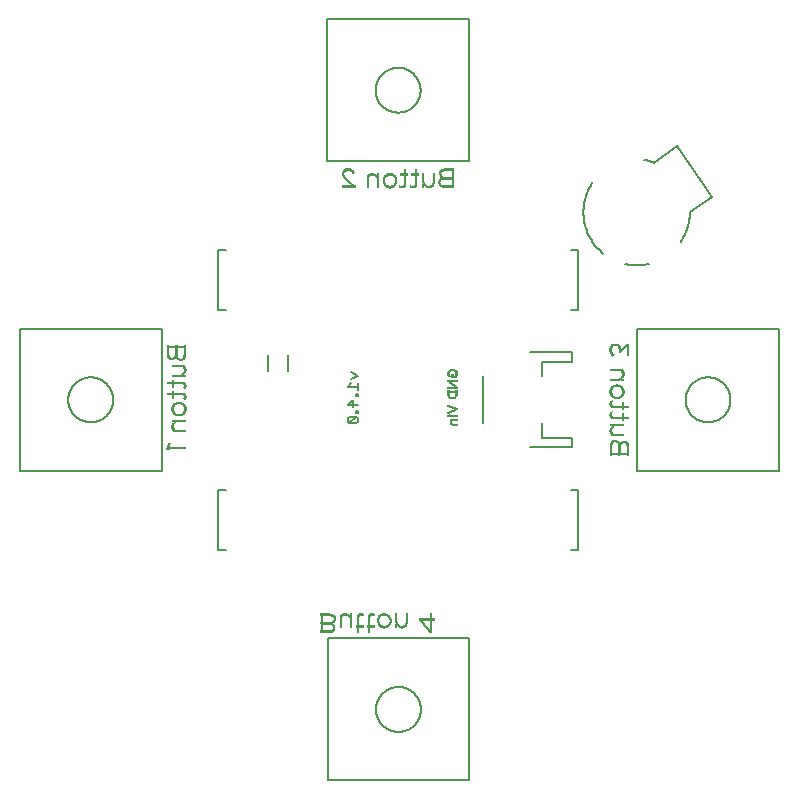
<source format=gbo>
G75*
%MOIN*%
%OFA0B0*%
%FSLAX25Y25*%
%IPPOS*%
%LPD*%
%AMOC8*
5,1,8,0,0,1.08239X$1,22.5*
%
%ADD10R,0.00570X0.00030*%
%ADD11R,0.00510X0.00030*%
%ADD12R,0.00930X0.00030*%
%ADD13R,0.00870X0.00030*%
%ADD14R,0.00840X0.00030*%
%ADD15R,0.01230X0.00030*%
%ADD16R,0.01140X0.00030*%
%ADD17R,0.01050X0.00030*%
%ADD18R,0.01470X0.00030*%
%ADD19R,0.03150X0.00030*%
%ADD20R,0.01320X0.00030*%
%ADD21R,0.00690X0.00030*%
%ADD22R,0.01260X0.00030*%
%ADD23R,0.01620X0.00030*%
%ADD24R,0.00690X0.00030*%
%ADD25R,0.03420X0.00030*%
%ADD26R,0.01500X0.00030*%
%ADD27R,0.01380X0.00030*%
%ADD28R,0.01770X0.00030*%
%ADD29R,0.03570X0.00030*%
%ADD30R,0.01620X0.00030*%
%ADD31R,0.01950X0.00030*%
%ADD32R,0.03720X0.00030*%
%ADD33R,0.01740X0.00030*%
%ADD34R,0.01650X0.00030*%
%ADD35R,0.02070X0.00030*%
%ADD36R,0.03810X0.00030*%
%ADD37R,0.01860X0.00030*%
%ADD38R,0.01680X0.00030*%
%ADD39R,0.02190X0.00030*%
%ADD40R,0.03930X0.00030*%
%ADD41R,0.01980X0.00030*%
%ADD42R,0.01740X0.00030*%
%ADD43R,0.02310X0.00030*%
%ADD44R,0.03990X0.00030*%
%ADD45R,0.02070X0.00030*%
%ADD46R,0.01770X0.00030*%
%ADD47R,0.02430X0.00030*%
%ADD48R,0.04080X0.00030*%
%ADD49R,0.02160X0.00030*%
%ADD50R,0.01800X0.00030*%
%ADD51R,0.02520X0.00030*%
%ADD52R,0.04140X0.00030*%
%ADD53R,0.02220X0.00030*%
%ADD54R,0.01830X0.00030*%
%ADD55R,0.02610X0.00030*%
%ADD56R,0.04200X0.00030*%
%ADD57R,0.02730X0.00030*%
%ADD58R,0.04260X0.00030*%
%ADD59R,0.02400X0.00030*%
%ADD60R,0.01890X0.00030*%
%ADD61R,0.01890X0.00030*%
%ADD62R,0.02790X0.00030*%
%ADD63R,0.04320X0.00030*%
%ADD64R,0.02460X0.00030*%
%ADD65R,0.01920X0.00030*%
%ADD66R,0.01920X0.00030*%
%ADD67R,0.02880X0.00030*%
%ADD68R,0.04350X0.00030*%
%ADD69R,0.02520X0.00030*%
%ADD70R,0.02970X0.00030*%
%ADD71R,0.04410X0.00030*%
%ADD72R,0.02580X0.00030*%
%ADD73R,0.03030X0.00030*%
%ADD74R,0.04470X0.00030*%
%ADD75R,0.02640X0.00030*%
%ADD76R,0.03120X0.00030*%
%ADD77R,0.04500X0.00030*%
%ADD78R,0.02700X0.00030*%
%ADD79R,0.03210X0.00030*%
%ADD80R,0.04530X0.00030*%
%ADD81R,0.02010X0.00030*%
%ADD82R,0.03270X0.00030*%
%ADD83R,0.04560X0.00030*%
%ADD84R,0.02790X0.00030*%
%ADD85R,0.01410X0.00030*%
%ADD86R,0.01350X0.00030*%
%ADD87R,0.04620X0.00030*%
%ADD88R,0.00960X0.00030*%
%ADD89R,0.01110X0.00030*%
%ADD90R,0.00420X0.00030*%
%ADD91R,0.00420X0.00030*%
%ADD92R,0.01290X0.00030*%
%ADD93R,0.04650X0.00030*%
%ADD94R,0.00990X0.00030*%
%ADD95R,0.00300X0.00030*%
%ADD96R,0.00990X0.00030*%
%ADD97R,0.01200X0.00030*%
%ADD98R,0.01170X0.00030*%
%ADD99R,0.04680X0.00030*%
%ADD100R,0.00780X0.00030*%
%ADD101R,0.00210X0.00030*%
%ADD102R,0.01170X0.00030*%
%ADD103R,0.00720X0.00030*%
%ADD104R,0.00720X0.00030*%
%ADD105R,0.00900X0.00030*%
%ADD106R,0.00120X0.00030*%
%ADD107R,0.00120X0.00030*%
%ADD108R,0.01080X0.00030*%
%ADD109R,0.00660X0.00030*%
%ADD110R,0.00870X0.00030*%
%ADD111R,0.00060X0.00030*%
%ADD112R,0.01020X0.00030*%
%ADD113R,0.00630X0.00030*%
%ADD114R,0.00840X0.00030*%
%ADD115R,0.01020X0.00030*%
%ADD116R,0.00600X0.00030*%
%ADD117R,0.00810X0.00030*%
%ADD118R,0.00750X0.00030*%
%ADD119R,0.05010X0.00030*%
%ADD120R,0.05040X0.00030*%
%ADD121R,0.05070X0.00030*%
%ADD122R,0.05100X0.00030*%
%ADD123R,0.05130X0.00030*%
%ADD124R,0.05160X0.00030*%
%ADD125R,0.05190X0.00030*%
%ADD126R,0.01290X0.00030*%
%ADD127R,0.04050X0.00030*%
%ADD128R,0.03900X0.00030*%
%ADD129R,0.03780X0.00030*%
%ADD130R,0.03840X0.00030*%
%ADD131R,0.03960X0.00030*%
%ADD132R,0.04020X0.00030*%
%ADD133R,0.04110X0.00030*%
%ADD134R,0.01140X0.00030*%
%ADD135R,0.02820X0.00030*%
%ADD136R,0.02820X0.00030*%
%ADD137R,0.01320X0.00030*%
%ADD138R,0.03240X0.00030*%
%ADD139R,0.02760X0.00030*%
%ADD140R,0.03180X0.00030*%
%ADD141R,0.02670X0.00030*%
%ADD142R,0.02940X0.00030*%
%ADD143R,0.02550X0.00030*%
%ADD144R,0.02490X0.00030*%
%ADD145R,0.02370X0.00030*%
%ADD146R,0.02280X0.00030*%
%ADD147R,0.02220X0.00030*%
%ADD148R,0.02130X0.00030*%
%ADD149R,0.02040X0.00030*%
%ADD150R,0.02190X0.00030*%
%ADD151R,0.01440X0.00030*%
%ADD152R,0.00540X0.00030*%
%ADD153R,0.00480X0.00030*%
%ADD154R,0.01440X0.00030*%
%ADD155R,0.04440X0.00030*%
%ADD156R,0.04380X0.00030*%
%ADD157R,0.04230X0.00030*%
%ADD158R,0.03870X0.00030*%
%ADD159R,0.03660X0.00030*%
%ADD160R,0.03540X0.00030*%
%ADD161R,0.00030X0.00570*%
%ADD162R,0.00030X0.00600*%
%ADD163R,0.00030X0.00510*%
%ADD164R,0.00030X0.00930*%
%ADD165R,0.00030X0.01050*%
%ADD166R,0.00030X0.00870*%
%ADD167R,0.00030X0.00840*%
%ADD168R,0.00030X0.01230*%
%ADD169R,0.00030X0.01320*%
%ADD170R,0.00030X0.01140*%
%ADD171R,0.00030X0.01470*%
%ADD172R,0.00030X0.01560*%
%ADD173R,0.00030X0.03150*%
%ADD174R,0.00030X0.01320*%
%ADD175R,0.00030X0.00690*%
%ADD176R,0.00030X0.01260*%
%ADD177R,0.00030X0.01620*%
%ADD178R,0.00030X0.00690*%
%ADD179R,0.00030X0.01740*%
%ADD180R,0.00030X0.03420*%
%ADD181R,0.00030X0.01500*%
%ADD182R,0.00030X0.01380*%
%ADD183R,0.00030X0.01770*%
%ADD184R,0.00030X0.01920*%
%ADD185R,0.00030X0.03570*%
%ADD186R,0.00030X0.01620*%
%ADD187R,0.00030X0.01950*%
%ADD188R,0.00030X0.02070*%
%ADD189R,0.00030X0.03720*%
%ADD190R,0.00030X0.01650*%
%ADD191R,0.00030X0.02070*%
%ADD192R,0.00030X0.02190*%
%ADD193R,0.00030X0.03810*%
%ADD194R,0.00030X0.01860*%
%ADD195R,0.00030X0.01680*%
%ADD196R,0.00030X0.02190*%
%ADD197R,0.00030X0.02340*%
%ADD198R,0.00030X0.03930*%
%ADD199R,0.00030X0.01980*%
%ADD200R,0.00030X0.01740*%
%ADD201R,0.00030X0.02310*%
%ADD202R,0.00030X0.02460*%
%ADD203R,0.00030X0.03990*%
%ADD204R,0.00030X0.01770*%
%ADD205R,0.00030X0.02430*%
%ADD206R,0.00030X0.02580*%
%ADD207R,0.00030X0.04080*%
%ADD208R,0.00030X0.02160*%
%ADD209R,0.00030X0.01800*%
%ADD210R,0.00030X0.02520*%
%ADD211R,0.00030X0.02670*%
%ADD212R,0.00030X0.04140*%
%ADD213R,0.00030X0.02220*%
%ADD214R,0.00030X0.01830*%
%ADD215R,0.00030X0.02610*%
%ADD216R,0.00030X0.02760*%
%ADD217R,0.00030X0.04200*%
%ADD218R,0.00030X0.02730*%
%ADD219R,0.00030X0.02850*%
%ADD220R,0.00030X0.04260*%
%ADD221R,0.00030X0.02400*%
%ADD222R,0.00030X0.01890*%
%ADD223R,0.00030X0.01890*%
%ADD224R,0.00030X0.02790*%
%ADD225R,0.00030X0.02970*%
%ADD226R,0.00030X0.04320*%
%ADD227R,0.00030X0.01920*%
%ADD228R,0.00030X0.02880*%
%ADD229R,0.00030X0.03060*%
%ADD230R,0.00030X0.04350*%
%ADD231R,0.00030X0.02520*%
%ADD232R,0.00030X0.03120*%
%ADD233R,0.00030X0.04410*%
%ADD234R,0.00030X0.03030*%
%ADD235R,0.00030X0.03180*%
%ADD236R,0.00030X0.04470*%
%ADD237R,0.00030X0.02640*%
%ADD238R,0.00030X0.03270*%
%ADD239R,0.00030X0.04500*%
%ADD240R,0.00030X0.02700*%
%ADD241R,0.00030X0.03210*%
%ADD242R,0.00030X0.03330*%
%ADD243R,0.00030X0.04530*%
%ADD244R,0.00030X0.02010*%
%ADD245R,0.00030X0.03390*%
%ADD246R,0.00030X0.04560*%
%ADD247R,0.00030X0.02790*%
%ADD248R,0.00030X0.01410*%
%ADD249R,0.00030X0.01350*%
%ADD250R,0.00030X0.03480*%
%ADD251R,0.00030X0.04620*%
%ADD252R,0.00030X0.00960*%
%ADD253R,0.00030X0.01110*%
%ADD254R,0.00030X0.00420*%
%ADD255R,0.00030X0.00420*%
%ADD256R,0.00030X0.01290*%
%ADD257R,0.00030X0.01590*%
%ADD258R,0.00030X0.04650*%
%ADD259R,0.00030X0.00990*%
%ADD260R,0.00030X0.00300*%
%ADD261R,0.00030X0.00990*%
%ADD262R,0.00030X0.01200*%
%ADD263R,0.00030X0.01170*%
%ADD264R,0.00030X0.01440*%
%ADD265R,0.00030X0.04680*%
%ADD266R,0.00030X0.00780*%
%ADD267R,0.00030X0.00210*%
%ADD268R,0.00030X0.01170*%
%ADD269R,0.00030X0.00720*%
%ADD270R,0.00030X0.00720*%
%ADD271R,0.00030X0.00900*%
%ADD272R,0.00030X0.00120*%
%ADD273R,0.00030X0.00120*%
%ADD274R,0.00030X0.01080*%
%ADD275R,0.00030X0.01290*%
%ADD276R,0.00030X0.00660*%
%ADD277R,0.00030X0.00870*%
%ADD278R,0.00030X0.00060*%
%ADD279R,0.00030X0.01020*%
%ADD280R,0.00030X0.00630*%
%ADD281R,0.00030X0.00840*%
%ADD282R,0.00030X0.01020*%
%ADD283R,0.00030X0.00810*%
%ADD284R,0.00030X0.00750*%
%ADD285R,0.00030X0.00540*%
%ADD286R,0.00030X0.00480*%
%ADD287R,0.00030X0.00330*%
%ADD288R,0.00030X0.00270*%
%ADD289R,0.00030X0.00150*%
%ADD290R,0.00030X0.00090*%
%ADD291R,0.00030X0.00030*%
%ADD292R,0.00030X0.02370*%
%ADD293R,0.00030X0.02280*%
%ADD294R,0.00030X0.04050*%
%ADD295R,0.00030X0.02220*%
%ADD296R,0.00030X0.03900*%
%ADD297R,0.00030X0.03780*%
%ADD298R,0.00030X0.02100*%
%ADD299R,0.00030X0.03840*%
%ADD300R,0.00030X0.02040*%
%ADD301R,0.00030X0.03960*%
%ADD302R,0.00030X0.04020*%
%ADD303R,0.00030X0.04110*%
%ADD304R,0.00030X0.01140*%
%ADD305R,0.00030X0.02820*%
%ADD306R,0.00030X0.02820*%
%ADD307R,0.00030X0.03240*%
%ADD308R,0.00030X0.02940*%
%ADD309R,0.00030X0.02550*%
%ADD310R,0.00030X0.02490*%
%ADD311R,0.00030X0.02130*%
%ADD312R,0.00030X0.01440*%
%ADD313R,0.00030X0.04440*%
%ADD314R,0.00030X0.04380*%
%ADD315R,0.00030X0.03990*%
%ADD316R,0.00030X0.04020*%
%ADD317R,0.00030X0.04230*%
%ADD318R,0.00030X0.03870*%
%ADD319R,0.00030X0.03660*%
%ADD320R,0.00030X0.03540*%
%ADD321R,0.04320X0.00030*%
%ADD322R,0.04290X0.00030*%
%ADD323R,0.00150X0.00030*%
%ADD324R,0.00270X0.00030*%
%ADD325R,0.00330X0.00030*%
%ADD326R,0.00390X0.00030*%
%ADD327R,0.03120X0.00030*%
%ADD328R,0.03060X0.00030*%
%ADD329R,0.03000X0.00030*%
%ADD330R,0.02850X0.00030*%
%ADD331R,0.02340X0.00030*%
%ADD332R,0.02250X0.00030*%
%ADD333R,0.02100X0.00030*%
%ADD334R,0.00030X0.00360*%
%ADD335R,0.00030X0.00570*%
%ADD336R,0.00030X0.01710*%
%ADD337R,0.00030X0.01530*%
%ADD338R,0.00015X0.00015*%
%ADD339R,0.00015X0.00015*%
%ADD340R,0.00015X0.00225*%
%ADD341R,0.00015X0.00015*%
%ADD342R,0.00015X0.00615*%
%ADD343R,0.00015X0.00735*%
%ADD344R,0.00015X0.00915*%
%ADD345R,0.00015X0.01005*%
%ADD346R,0.00015X0.00540*%
%ADD347R,0.00015X0.00480*%
%ADD348R,0.00015X0.01305*%
%ADD349R,0.00015X0.01125*%
%ADD350R,0.00015X0.00555*%
%ADD351R,0.00015X0.01470*%
%ADD352R,0.00015X0.01215*%
%ADD353R,0.00015X0.00540*%
%ADD354R,0.00015X0.00495*%
%ADD355R,0.00015X0.01545*%
%ADD356R,0.00015X0.00510*%
%ADD357R,0.00015X0.01650*%
%ADD358R,0.00015X0.01395*%
%ADD359R,0.00015X0.01695*%
%ADD360R,0.00015X0.01485*%
%ADD361R,0.00015X0.00525*%
%ADD362R,0.00015X0.01740*%
%ADD363R,0.00015X0.01515*%
%ADD364R,0.00015X0.01785*%
%ADD365R,0.00015X0.01605*%
%ADD366R,0.00015X0.00555*%
%ADD367R,0.00015X0.01830*%
%ADD368R,0.00015X0.01635*%
%ADD369R,0.00015X0.00570*%
%ADD370R,0.00015X0.01875*%
%ADD371R,0.00015X0.01725*%
%ADD372R,0.00015X0.00585*%
%ADD373R,0.00015X0.01920*%
%ADD374R,0.00015X0.01755*%
%ADD375R,0.00015X0.01935*%
%ADD376R,0.00015X0.01815*%
%ADD377R,0.00015X0.00600*%
%ADD378R,0.00015X0.01980*%
%ADD379R,0.00015X0.01875*%
%ADD380R,0.00015X0.00600*%
%ADD381R,0.00015X0.01995*%
%ADD382R,0.00015X0.00615*%
%ADD383R,0.00015X0.02040*%
%ADD384R,0.00015X0.01965*%
%ADD385R,0.00015X0.00630*%
%ADD386R,0.00015X0.02055*%
%ADD387R,0.00015X0.00645*%
%ADD388R,0.00015X0.02100*%
%ADD389R,0.00015X0.02085*%
%ADD390R,0.00015X0.00660*%
%ADD391R,0.00015X0.02115*%
%ADD392R,0.00015X0.02115*%
%ADD393R,0.00015X0.00675*%
%ADD394R,0.00015X0.02145*%
%ADD395R,0.00015X0.02145*%
%ADD396R,0.00015X0.00675*%
%ADD397R,0.00015X0.02145*%
%ADD398R,0.00015X0.02205*%
%ADD399R,0.00015X0.00705*%
%ADD400R,0.00015X0.02190*%
%ADD401R,0.00015X0.02235*%
%ADD402R,0.00015X0.00690*%
%ADD403R,0.00015X0.02265*%
%ADD404R,0.00015X0.00720*%
%ADD405R,0.00015X0.02220*%
%ADD406R,0.00015X0.02295*%
%ADD407R,0.00015X0.00720*%
%ADD408R,0.00015X0.02235*%
%ADD409R,0.00015X0.02370*%
%ADD410R,0.00015X0.02280*%
%ADD411R,0.00015X0.02385*%
%ADD412R,0.00015X0.00750*%
%ADD413R,0.00015X0.02295*%
%ADD414R,0.00015X0.02430*%
%ADD415R,0.00015X0.00765*%
%ADD416R,0.00015X0.02310*%
%ADD417R,0.00015X0.02445*%
%ADD418R,0.00015X0.00780*%
%ADD419R,0.00015X0.02325*%
%ADD420R,0.00015X0.02505*%
%ADD421R,0.00015X0.00795*%
%ADD422R,0.00015X0.02340*%
%ADD423R,0.00015X0.02505*%
%ADD424R,0.00015X0.00795*%
%ADD425R,0.00015X0.02355*%
%ADD426R,0.00015X0.02520*%
%ADD427R,0.00015X0.00810*%
%ADD428R,0.00015X0.02370*%
%ADD429R,0.00015X0.01035*%
%ADD430R,0.00015X0.01095*%
%ADD431R,0.00015X0.01020*%
%ADD432R,0.00015X0.00825*%
%ADD433R,0.00015X0.02400*%
%ADD434R,0.00015X0.00945*%
%ADD435R,0.00015X0.00945*%
%ADD436R,0.00015X0.00840*%
%ADD437R,0.00015X0.02415*%
%ADD438R,0.00015X0.00900*%
%ADD439R,0.00015X0.00855*%
%ADD440R,0.00015X0.00885*%
%ADD441R,0.00015X0.00870*%
%ADD442R,0.00015X0.01065*%
%ADD443R,0.00015X0.00945*%
%ADD444R,0.00015X0.00855*%
%ADD445R,0.00015X0.00750*%
%ADD446R,0.00015X0.00915*%
%ADD447R,0.00015X0.00930*%
%ADD448R,0.00015X0.00840*%
%ADD449R,0.00015X0.00765*%
%ADD450R,0.00015X0.00585*%
%ADD451R,0.00015X0.00960*%
%ADD452R,0.00015X0.00810*%
%ADD453R,0.00015X0.00975*%
%ADD454R,0.00015X0.00990*%
%ADD455R,0.00015X0.00765*%
%ADD456R,0.00015X0.00735*%
%ADD457R,0.00015X0.01035*%
%ADD458R,0.00015X0.00765*%
%ADD459R,0.00015X0.00720*%
%ADD460R,0.00015X0.01050*%
%ADD461R,0.00015X0.00690*%
%ADD462R,0.00015X0.00690*%
%ADD463R,0.00015X0.00525*%
%ADD464R,0.00015X0.01080*%
%ADD465R,0.00015X0.00705*%
%ADD466R,0.00015X0.01110*%
%ADD467R,0.00015X0.00660*%
%ADD468R,0.00015X0.01140*%
%ADD469R,0.00015X0.01140*%
%ADD470R,0.00015X0.00645*%
%ADD471R,0.00015X0.01155*%
%ADD472R,0.00015X0.01170*%
%ADD473R,0.00015X0.01185*%
%ADD474R,0.00015X0.00645*%
%ADD475R,0.00015X0.01200*%
%ADD476R,0.00015X0.00630*%
%ADD477R,0.00015X0.01215*%
%ADD478R,0.00015X0.00615*%
%ADD479R,0.00015X0.01230*%
%ADD480R,0.00015X0.00615*%
%ADD481R,0.00015X0.01350*%
%ADD482R,0.00015X0.01335*%
%ADD483R,0.00015X0.01350*%
%ADD484R,0.00015X0.01335*%
%ADD485R,0.00015X0.00570*%
%ADD486R,0.00015X0.00570*%
%ADD487R,0.00015X0.00690*%
%ADD488R,0.00015X0.00645*%
%ADD489R,0.00015X0.01200*%
%ADD490R,0.00015X0.01170*%
%ADD491R,0.00015X0.01125*%
%ADD492R,0.00015X0.00720*%
%ADD493R,0.00015X0.00045*%
%ADD494R,0.00015X0.00075*%
%ADD495R,0.00015X0.00105*%
%ADD496R,0.00015X0.01080*%
%ADD497R,0.00015X0.00135*%
%ADD498R,0.00015X0.00165*%
%ADD499R,0.00015X0.01065*%
%ADD500R,0.00015X0.00270*%
%ADD501R,0.00015X0.00795*%
%ADD502R,0.00015X0.00285*%
%ADD503R,0.00015X0.00330*%
%ADD504R,0.00015X0.01005*%
%ADD505R,0.00015X0.00825*%
%ADD506R,0.00015X0.00345*%
%ADD507R,0.00015X0.00405*%
%ADD508R,0.00015X0.00435*%
%ADD509R,0.00015X0.00960*%
%ADD510R,0.00015X0.00495*%
%ADD511R,0.00015X0.00930*%
%ADD512R,0.00015X0.01095*%
%ADD513R,0.00015X0.00885*%
%ADD514R,0.00015X0.02430*%
%ADD515R,0.00015X0.02415*%
%ADD516R,0.00015X0.02325*%
%ADD517R,0.00015X0.02355*%
%ADD518R,0.00015X0.02340*%
%ADD519R,0.00015X0.02265*%
%ADD520R,0.00015X0.00780*%
%ADD521R,0.00015X0.02250*%
%ADD522R,0.00015X0.02130*%
%ADD523R,0.00015X0.02175*%
%ADD524R,0.00015X0.02055*%
%ADD525R,0.00015X0.02025*%
%ADD526R,0.00015X0.02070*%
%ADD527R,0.00015X0.01845*%
%ADD528R,0.00015X0.02010*%
%ADD529R,0.00015X0.01950*%
%ADD530R,0.00015X0.01905*%
%ADD531R,0.00015X0.01890*%
%ADD532R,0.00015X0.01575*%
%ADD533R,0.00015X0.01800*%
%ADD534R,0.00015X0.01455*%
%ADD535R,0.00015X0.01710*%
%ADD536R,0.00015X0.00015*%
%ADD537R,0.00015X0.01590*%
%ADD538R,0.00015X0.00975*%
%ADD539R,0.00015X0.01095*%
%ADD540R,0.00015X0.00540*%
%ADD541R,0.00015X0.00570*%
%ADD542R,0.00015X0.00540*%
%ADD543R,0.00015X0.02025*%
%ADD544R,0.00015X0.01440*%
%ADD545R,0.00015X0.01425*%
%ADD546R,0.00015X0.01425*%
%ADD547R,0.00015X0.01380*%
%ADD548R,0.00015X0.01365*%
%ADD549R,0.00015X0.01320*%
%ADD550R,0.00015X0.01275*%
%ADD551R,0.00015X0.01275*%
%ADD552R,0.00015X0.01245*%
%ADD553R,0.00015X0.01155*%
%ADD554R,0.00015X0.00465*%
%ADD555R,0.00015X0.00195*%
%ADD556C,0.00600*%
%ADD557C,0.00500*%
%ADD558C,0.00800*%
%ADD559C,0.00700*%
D10*
X0136410Y0056360D03*
X0136440Y0056330D03*
X0131700Y0060350D03*
X0119910Y0059480D03*
X0133600Y0202200D03*
X0145390Y0203070D03*
X0128890Y0206190D03*
X0128860Y0206220D03*
X0119650Y0208680D03*
D11*
X0137650Y0202230D03*
X0141310Y0202230D03*
X0146680Y0202230D03*
X0127650Y0060320D03*
X0123990Y0060320D03*
X0118620Y0060320D03*
D12*
X0117510Y0059450D03*
X0114960Y0059300D03*
X0114930Y0059330D03*
X0114840Y0057620D03*
X0114360Y0056630D03*
X0114660Y0054860D03*
X0130290Y0056420D03*
X0131730Y0055550D03*
X0133170Y0056450D03*
X0133200Y0056480D03*
X0133230Y0056510D03*
X0133260Y0056540D03*
X0135870Y0056720D03*
X0136740Y0056150D03*
X0138750Y0056360D03*
X0138780Y0056390D03*
X0133140Y0059450D03*
X0131700Y0060320D03*
X0130230Y0059390D03*
X0120450Y0059120D03*
X0120450Y0059090D03*
X0147000Y0054260D03*
X0133600Y0202230D03*
X0132160Y0203100D03*
X0135070Y0203160D03*
X0135010Y0206130D03*
X0133570Y0207000D03*
X0132130Y0206100D03*
X0132100Y0206070D03*
X0132070Y0206040D03*
X0132040Y0206010D03*
X0129430Y0205830D03*
X0128560Y0206400D03*
X0126550Y0206190D03*
X0126520Y0206160D03*
X0121150Y0207720D03*
X0118330Y0207750D03*
X0118300Y0207720D03*
X0119140Y0204990D03*
X0119170Y0204960D03*
X0119200Y0204930D03*
X0119230Y0204900D03*
X0119260Y0204870D03*
X0119290Y0204840D03*
X0119320Y0204810D03*
X0119350Y0204780D03*
X0119380Y0204750D03*
X0119500Y0204660D03*
X0119530Y0204630D03*
X0119560Y0204600D03*
X0119590Y0204570D03*
X0119620Y0204540D03*
X0119650Y0204510D03*
X0119770Y0204420D03*
X0119800Y0204390D03*
X0119830Y0204360D03*
X0119860Y0204330D03*
X0119890Y0204300D03*
X0120040Y0204180D03*
X0120070Y0204150D03*
X0120100Y0204120D03*
X0120130Y0204090D03*
X0120160Y0204060D03*
X0120310Y0203940D03*
X0120340Y0203910D03*
X0120370Y0203880D03*
X0120400Y0203850D03*
X0120430Y0203820D03*
X0120580Y0203700D03*
X0120610Y0203670D03*
X0120640Y0203640D03*
X0120670Y0203610D03*
X0120850Y0203460D03*
X0120880Y0203430D03*
X0120910Y0203400D03*
X0120940Y0203370D03*
X0121120Y0203220D03*
X0121150Y0203190D03*
X0121180Y0203160D03*
X0121210Y0203130D03*
X0144850Y0203430D03*
X0144850Y0203460D03*
X0147790Y0203100D03*
X0150340Y0203250D03*
X0150370Y0203220D03*
X0150460Y0204930D03*
X0150940Y0205920D03*
X0150640Y0207690D03*
D13*
X0150580Y0207630D03*
X0150280Y0203310D03*
X0147880Y0203220D03*
X0146680Y0202260D03*
X0144820Y0203520D03*
X0144820Y0203550D03*
X0138430Y0202980D03*
X0135220Y0203310D03*
X0135130Y0206010D03*
X0131980Y0205950D03*
X0131920Y0205860D03*
X0131980Y0203280D03*
X0126430Y0206040D03*
X0121330Y0207540D03*
X0121270Y0207600D03*
X0118630Y0205500D03*
X0118570Y0205560D03*
X0118480Y0205680D03*
X0118620Y0060290D03*
X0117420Y0059330D03*
X0115020Y0059240D03*
X0120480Y0059030D03*
X0120480Y0059000D03*
X0126870Y0059570D03*
X0130080Y0059240D03*
X0130170Y0056540D03*
X0133320Y0056600D03*
X0133380Y0056690D03*
X0133320Y0059270D03*
X0138870Y0056510D03*
X0147030Y0054200D03*
X0147030Y0054170D03*
X0114720Y0054920D03*
D14*
X0114735Y0054950D03*
X0114765Y0054980D03*
X0114765Y0055010D03*
X0114495Y0056540D03*
X0114945Y0057710D03*
X0115065Y0059150D03*
X0115065Y0059180D03*
X0115035Y0059210D03*
X0117405Y0059300D03*
X0119655Y0059660D03*
X0120495Y0058970D03*
X0120495Y0058940D03*
X0123165Y0059540D03*
X0124005Y0060290D03*
X0127665Y0060290D03*
X0130005Y0059150D03*
X0130005Y0059120D03*
X0130035Y0059180D03*
X0130065Y0059210D03*
X0130065Y0056660D03*
X0130095Y0056630D03*
X0133365Y0056660D03*
X0133395Y0056720D03*
X0133365Y0059210D03*
X0133335Y0059240D03*
X0136665Y0056180D03*
X0138885Y0056540D03*
X0138915Y0056570D03*
X0138915Y0056600D03*
X0147045Y0054140D03*
X0141295Y0202260D03*
X0142135Y0203010D03*
X0144805Y0203580D03*
X0144805Y0203610D03*
X0145645Y0202890D03*
X0147895Y0203250D03*
X0150235Y0203370D03*
X0150235Y0203400D03*
X0150265Y0203340D03*
X0150355Y0204840D03*
X0150805Y0206010D03*
X0150535Y0207540D03*
X0150535Y0207570D03*
X0150565Y0207600D03*
X0137635Y0202260D03*
X0135295Y0203400D03*
X0135295Y0203430D03*
X0135265Y0203370D03*
X0135235Y0203340D03*
X0135235Y0205890D03*
X0135205Y0205920D03*
X0131935Y0205890D03*
X0131905Y0205830D03*
X0131935Y0203340D03*
X0131965Y0203310D03*
X0128635Y0206370D03*
X0126415Y0206010D03*
X0126385Y0205980D03*
X0126385Y0205950D03*
X0121435Y0207420D03*
X0121405Y0207450D03*
X0118195Y0207540D03*
X0118195Y0207570D03*
X0118165Y0207510D03*
X0118315Y0205920D03*
X0118345Y0205860D03*
X0118405Y0205800D03*
X0118405Y0205770D03*
X0118435Y0205740D03*
X0118465Y0205710D03*
X0118555Y0205590D03*
D15*
X0118660Y0208020D03*
X0126790Y0206370D03*
X0129280Y0206160D03*
X0132460Y0206340D03*
X0134650Y0206370D03*
X0133600Y0202260D03*
X0147520Y0202890D03*
X0150670Y0203010D03*
X0150910Y0207900D03*
X0131700Y0060290D03*
X0132840Y0056210D03*
X0130650Y0056180D03*
X0136020Y0056390D03*
X0138510Y0056180D03*
X0146850Y0054620D03*
X0117780Y0059660D03*
X0114630Y0059540D03*
X0114390Y0054650D03*
D16*
X0114165Y0056720D03*
X0117735Y0059630D03*
X0118605Y0060260D03*
X0120345Y0059360D03*
X0132885Y0056240D03*
X0137685Y0055580D03*
X0138555Y0056210D03*
X0146895Y0054530D03*
X0146895Y0054500D03*
X0146695Y0202290D03*
X0147565Y0202920D03*
X0144955Y0203190D03*
X0151135Y0205830D03*
X0132415Y0206310D03*
X0127615Y0206970D03*
X0126745Y0206340D03*
X0120835Y0207960D03*
X0118555Y0207960D03*
D17*
X0118510Y0207930D03*
X0118480Y0207900D03*
X0120940Y0207900D03*
X0126640Y0206280D03*
X0129370Y0205980D03*
X0132280Y0206220D03*
X0134830Y0206280D03*
X0132310Y0202980D03*
X0137650Y0202290D03*
X0141310Y0202290D03*
X0144910Y0203280D03*
X0147670Y0202980D03*
X0150610Y0205020D03*
X0151060Y0205860D03*
X0150760Y0207810D03*
X0132990Y0059570D03*
X0133020Y0056330D03*
X0130470Y0056270D03*
X0127650Y0060260D03*
X0123990Y0060260D03*
X0120390Y0059270D03*
X0117630Y0059570D03*
X0114690Y0057530D03*
X0114240Y0056690D03*
X0114540Y0054740D03*
X0135930Y0056570D03*
X0138660Y0056270D03*
X0146940Y0054410D03*
D18*
X0137700Y0055640D03*
X0131700Y0060260D03*
X0114450Y0059600D03*
X0114360Y0057410D03*
X0133600Y0202290D03*
X0127600Y0206910D03*
X0150940Y0205140D03*
X0150850Y0202950D03*
D19*
X0153220Y0202320D03*
X0112080Y0060230D03*
D20*
X0114555Y0059570D03*
X0118605Y0060230D03*
X0146805Y0054740D03*
X0146695Y0202320D03*
X0150745Y0202980D03*
D21*
X0150070Y0204240D03*
X0150070Y0204270D03*
X0148120Y0204270D03*
X0148120Y0204300D03*
X0148120Y0204330D03*
X0148120Y0204360D03*
X0148120Y0204390D03*
X0148120Y0204420D03*
X0148120Y0204450D03*
X0148120Y0204480D03*
X0148120Y0204510D03*
X0148120Y0204540D03*
X0148120Y0204570D03*
X0148120Y0204600D03*
X0148120Y0204630D03*
X0148120Y0204660D03*
X0148120Y0204690D03*
X0148120Y0204720D03*
X0148120Y0204750D03*
X0148120Y0204780D03*
X0148120Y0204810D03*
X0148120Y0204840D03*
X0148120Y0204870D03*
X0148120Y0204900D03*
X0148120Y0204930D03*
X0148120Y0204960D03*
X0148120Y0204990D03*
X0148120Y0205020D03*
X0148120Y0205050D03*
X0148120Y0205080D03*
X0148120Y0205110D03*
X0148120Y0205140D03*
X0148120Y0205170D03*
X0148120Y0205200D03*
X0148120Y0205230D03*
X0148120Y0205260D03*
X0148120Y0205290D03*
X0148120Y0205320D03*
X0148120Y0205350D03*
X0148120Y0205380D03*
X0148120Y0205410D03*
X0148120Y0205440D03*
X0148120Y0205470D03*
X0148120Y0205500D03*
X0148120Y0205530D03*
X0148120Y0205560D03*
X0148120Y0205590D03*
X0148120Y0205620D03*
X0148120Y0205650D03*
X0148120Y0205680D03*
X0148120Y0205710D03*
X0148120Y0205740D03*
X0148120Y0205770D03*
X0148120Y0205800D03*
X0148120Y0205830D03*
X0148120Y0205860D03*
X0148120Y0205890D03*
X0148120Y0205920D03*
X0148120Y0205950D03*
X0148120Y0205980D03*
X0148120Y0206010D03*
X0148120Y0206040D03*
X0148120Y0206070D03*
X0148120Y0206100D03*
X0148120Y0206130D03*
X0148120Y0206160D03*
X0148120Y0206190D03*
X0148120Y0206220D03*
X0148120Y0206250D03*
X0148120Y0206280D03*
X0148120Y0206310D03*
X0148120Y0206340D03*
X0148120Y0206370D03*
X0148120Y0206400D03*
X0148120Y0206430D03*
X0148120Y0206460D03*
X0148120Y0206490D03*
X0148120Y0206520D03*
X0148120Y0206550D03*
X0148120Y0206580D03*
X0148120Y0206610D03*
X0148120Y0206640D03*
X0148120Y0206670D03*
X0148120Y0206700D03*
X0148120Y0206730D03*
X0148120Y0206760D03*
X0148120Y0206790D03*
X0148120Y0206820D03*
X0148120Y0206850D03*
X0148120Y0206880D03*
X0148120Y0206910D03*
X0148120Y0206940D03*
X0150430Y0206640D03*
X0150430Y0206610D03*
X0150460Y0206520D03*
X0150490Y0206430D03*
X0148120Y0204240D03*
X0148120Y0204210D03*
X0148120Y0204180D03*
X0148120Y0204150D03*
X0148120Y0204120D03*
X0148120Y0204090D03*
X0148120Y0204060D03*
X0148120Y0204030D03*
X0148120Y0204000D03*
X0144730Y0204060D03*
X0144730Y0204090D03*
X0144730Y0204120D03*
X0144730Y0204150D03*
X0144730Y0204180D03*
X0144730Y0204210D03*
X0144730Y0204240D03*
X0144730Y0204270D03*
X0144730Y0204300D03*
X0144730Y0204330D03*
X0144730Y0204360D03*
X0144730Y0204390D03*
X0144730Y0204420D03*
X0144730Y0204450D03*
X0144730Y0204480D03*
X0144730Y0204510D03*
X0144730Y0204540D03*
X0144730Y0204570D03*
X0144730Y0204600D03*
X0144730Y0204630D03*
X0144730Y0204660D03*
X0144730Y0204690D03*
X0144730Y0204720D03*
X0144730Y0204750D03*
X0144730Y0204780D03*
X0144730Y0204810D03*
X0144730Y0204840D03*
X0144730Y0204870D03*
X0144730Y0204900D03*
X0144730Y0204930D03*
X0144730Y0204960D03*
X0144730Y0204990D03*
X0144730Y0205020D03*
X0144730Y0205050D03*
X0144730Y0205080D03*
X0144730Y0205110D03*
X0144730Y0205140D03*
X0144730Y0205170D03*
X0144730Y0205200D03*
X0144730Y0205230D03*
X0144730Y0205260D03*
X0144730Y0205290D03*
X0144730Y0205320D03*
X0144730Y0205350D03*
X0144730Y0205380D03*
X0144730Y0205410D03*
X0144730Y0205440D03*
X0144730Y0205470D03*
X0144730Y0205500D03*
X0144730Y0205530D03*
X0144730Y0205560D03*
X0144730Y0205590D03*
X0144730Y0205620D03*
X0144730Y0205650D03*
X0144730Y0205680D03*
X0144730Y0205710D03*
X0144730Y0205740D03*
X0144730Y0205770D03*
X0144730Y0205800D03*
X0144730Y0205830D03*
X0144730Y0205860D03*
X0144730Y0205890D03*
X0144730Y0205920D03*
X0144730Y0205950D03*
X0144730Y0205980D03*
X0144730Y0206010D03*
X0144730Y0206040D03*
X0144730Y0206070D03*
X0144730Y0206100D03*
X0144730Y0206130D03*
X0144730Y0206160D03*
X0144730Y0206190D03*
X0144730Y0206220D03*
X0144730Y0206250D03*
X0144730Y0206280D03*
X0144730Y0206310D03*
X0144730Y0206340D03*
X0144730Y0206370D03*
X0144730Y0206400D03*
X0144730Y0206430D03*
X0144730Y0206460D03*
X0144730Y0206490D03*
X0144730Y0206520D03*
X0144730Y0206550D03*
X0144730Y0206580D03*
X0144730Y0206610D03*
X0144730Y0206640D03*
X0144730Y0206670D03*
X0144730Y0206700D03*
X0144730Y0206730D03*
X0144730Y0206760D03*
X0144730Y0206790D03*
X0144730Y0206820D03*
X0144730Y0206850D03*
X0144730Y0206880D03*
X0144730Y0206910D03*
X0144730Y0206940D03*
X0142270Y0206970D03*
X0142270Y0207000D03*
X0142270Y0207030D03*
X0142270Y0207060D03*
X0142270Y0207090D03*
X0142270Y0207120D03*
X0142270Y0207150D03*
X0142270Y0207180D03*
X0142270Y0207210D03*
X0142270Y0207240D03*
X0142270Y0207270D03*
X0142270Y0207300D03*
X0142270Y0207330D03*
X0142270Y0207360D03*
X0142270Y0207390D03*
X0142270Y0207420D03*
X0142270Y0207450D03*
X0142270Y0207480D03*
X0142270Y0207510D03*
X0142270Y0207540D03*
X0142270Y0207570D03*
X0142270Y0207600D03*
X0142270Y0207630D03*
X0142270Y0207660D03*
X0142270Y0207690D03*
X0142270Y0207720D03*
X0142270Y0207750D03*
X0142270Y0207780D03*
X0142270Y0207810D03*
X0142270Y0207840D03*
X0142270Y0207870D03*
X0142270Y0207900D03*
X0142270Y0207930D03*
X0142270Y0207960D03*
X0142270Y0207990D03*
X0142270Y0208020D03*
X0142270Y0208050D03*
X0142270Y0208080D03*
X0142270Y0208110D03*
X0142270Y0208140D03*
X0142270Y0208170D03*
X0142270Y0208200D03*
X0142270Y0208230D03*
X0142270Y0208260D03*
X0142270Y0208290D03*
X0142270Y0208320D03*
X0142270Y0208350D03*
X0142270Y0206310D03*
X0142270Y0206280D03*
X0142270Y0206250D03*
X0142270Y0206220D03*
X0142270Y0206190D03*
X0142270Y0206160D03*
X0142270Y0206130D03*
X0142270Y0206100D03*
X0142270Y0206070D03*
X0142270Y0206040D03*
X0142270Y0206010D03*
X0142270Y0205980D03*
X0142270Y0205950D03*
X0142270Y0205920D03*
X0142270Y0205890D03*
X0142270Y0205860D03*
X0142270Y0205830D03*
X0142270Y0205800D03*
X0142270Y0205770D03*
X0142270Y0205740D03*
X0142270Y0205710D03*
X0142270Y0205680D03*
X0142270Y0205650D03*
X0142270Y0205620D03*
X0142270Y0205590D03*
X0142270Y0205560D03*
X0142270Y0205530D03*
X0142270Y0205500D03*
X0142270Y0205470D03*
X0142270Y0205440D03*
X0142270Y0205410D03*
X0142270Y0205380D03*
X0142270Y0205350D03*
X0142270Y0205320D03*
X0142270Y0205290D03*
X0142270Y0205260D03*
X0142270Y0205230D03*
X0142270Y0205200D03*
X0142270Y0205170D03*
X0142270Y0205140D03*
X0142270Y0205110D03*
X0142270Y0205080D03*
X0142270Y0205050D03*
X0142270Y0205020D03*
X0142270Y0204990D03*
X0142270Y0204960D03*
X0142270Y0204930D03*
X0142270Y0204900D03*
X0142270Y0204870D03*
X0142270Y0204840D03*
X0142270Y0204810D03*
X0142270Y0204780D03*
X0142270Y0204750D03*
X0142270Y0204720D03*
X0142270Y0204690D03*
X0142270Y0204660D03*
X0142270Y0204630D03*
X0142270Y0204600D03*
X0142270Y0204570D03*
X0142270Y0204540D03*
X0142270Y0204510D03*
X0142270Y0204480D03*
X0142270Y0204450D03*
X0142270Y0204420D03*
X0142270Y0204390D03*
X0142270Y0204360D03*
X0142270Y0204330D03*
X0142270Y0204300D03*
X0142270Y0204270D03*
X0142270Y0204240D03*
X0142270Y0204210D03*
X0142270Y0204180D03*
X0142270Y0204150D03*
X0142270Y0204120D03*
X0142270Y0204090D03*
X0142270Y0204060D03*
X0142270Y0204030D03*
X0142270Y0204000D03*
X0142270Y0203970D03*
X0142270Y0203940D03*
X0142270Y0203910D03*
X0142270Y0203880D03*
X0142270Y0203850D03*
X0142270Y0203820D03*
X0142270Y0203790D03*
X0142270Y0203760D03*
X0142270Y0203730D03*
X0142270Y0203700D03*
X0142270Y0203670D03*
X0142270Y0203640D03*
X0142270Y0203610D03*
X0142270Y0203580D03*
X0142270Y0203550D03*
X0142270Y0203520D03*
X0142270Y0203490D03*
X0142270Y0203460D03*
X0142270Y0203430D03*
X0144730Y0203070D03*
X0144730Y0203040D03*
X0144730Y0203010D03*
X0144730Y0202980D03*
X0144730Y0202950D03*
X0144730Y0202920D03*
X0144730Y0202890D03*
X0144730Y0202860D03*
X0144730Y0202830D03*
X0144730Y0202800D03*
X0144730Y0202770D03*
X0144730Y0202740D03*
X0144730Y0202710D03*
X0144730Y0202680D03*
X0144730Y0202650D03*
X0144730Y0202620D03*
X0144730Y0202590D03*
X0144730Y0202560D03*
X0144730Y0202530D03*
X0144730Y0202500D03*
X0144730Y0202470D03*
X0144730Y0202440D03*
X0144730Y0202410D03*
X0144730Y0202380D03*
X0144730Y0202350D03*
X0144730Y0202320D03*
X0138610Y0203430D03*
X0138610Y0203460D03*
X0138610Y0203490D03*
X0138610Y0203520D03*
X0138610Y0203550D03*
X0138610Y0203580D03*
X0138610Y0203610D03*
X0138610Y0203640D03*
X0138610Y0203670D03*
X0138610Y0203700D03*
X0138610Y0203730D03*
X0138610Y0203760D03*
X0138610Y0203790D03*
X0138610Y0203820D03*
X0138610Y0203850D03*
X0138610Y0203880D03*
X0138610Y0203910D03*
X0138610Y0203940D03*
X0138610Y0203970D03*
X0138610Y0204000D03*
X0138610Y0204030D03*
X0138610Y0204060D03*
X0138610Y0204090D03*
X0138610Y0204120D03*
X0138610Y0204150D03*
X0138610Y0204180D03*
X0138610Y0204210D03*
X0138610Y0204240D03*
X0138610Y0204270D03*
X0138610Y0204300D03*
X0138610Y0204330D03*
X0138610Y0204360D03*
X0138610Y0204390D03*
X0138610Y0204420D03*
X0138610Y0204450D03*
X0138610Y0204480D03*
X0138610Y0204510D03*
X0138610Y0204540D03*
X0138610Y0204570D03*
X0138610Y0204600D03*
X0138610Y0204630D03*
X0138610Y0204660D03*
X0138610Y0204690D03*
X0138610Y0204720D03*
X0138610Y0204750D03*
X0138610Y0204780D03*
X0138610Y0204810D03*
X0138610Y0204840D03*
X0138610Y0204870D03*
X0138610Y0204900D03*
X0138610Y0204930D03*
X0138610Y0204960D03*
X0138610Y0204990D03*
X0138610Y0205020D03*
X0138610Y0205050D03*
X0138610Y0205080D03*
X0138610Y0205110D03*
X0138610Y0205140D03*
X0138610Y0205170D03*
X0138610Y0205200D03*
X0138610Y0205230D03*
X0138610Y0205260D03*
X0138610Y0205290D03*
X0138610Y0205320D03*
X0138610Y0205350D03*
X0138610Y0205380D03*
X0138610Y0205410D03*
X0138610Y0205440D03*
X0138610Y0205470D03*
X0138610Y0205500D03*
X0138610Y0205530D03*
X0138610Y0205560D03*
X0138610Y0205590D03*
X0138610Y0205620D03*
X0138610Y0205650D03*
X0138610Y0205680D03*
X0138610Y0205710D03*
X0138610Y0205740D03*
X0138610Y0205770D03*
X0138610Y0205800D03*
X0138610Y0205830D03*
X0138610Y0205860D03*
X0138610Y0205890D03*
X0138610Y0205920D03*
X0138610Y0205950D03*
X0138610Y0205980D03*
X0138610Y0206010D03*
X0138610Y0206040D03*
X0138610Y0206070D03*
X0138610Y0206100D03*
X0138610Y0206130D03*
X0138610Y0206160D03*
X0138610Y0206190D03*
X0138610Y0206220D03*
X0138610Y0206250D03*
X0138610Y0206280D03*
X0138610Y0206310D03*
X0138610Y0206970D03*
X0138610Y0207000D03*
X0138610Y0207030D03*
X0138610Y0207060D03*
X0138610Y0207090D03*
X0138610Y0207120D03*
X0138610Y0207150D03*
X0138610Y0207180D03*
X0138610Y0207210D03*
X0138610Y0207240D03*
X0138610Y0207270D03*
X0138610Y0207300D03*
X0138610Y0207330D03*
X0138610Y0207360D03*
X0138610Y0207390D03*
X0138610Y0207420D03*
X0138610Y0207450D03*
X0138610Y0207480D03*
X0138610Y0207510D03*
X0138610Y0207540D03*
X0138610Y0207570D03*
X0138610Y0207600D03*
X0138610Y0207630D03*
X0138610Y0207660D03*
X0138610Y0207690D03*
X0138610Y0207720D03*
X0138610Y0207750D03*
X0138610Y0207780D03*
X0138610Y0207810D03*
X0138610Y0207840D03*
X0138610Y0207870D03*
X0138610Y0207900D03*
X0138610Y0207930D03*
X0138610Y0207960D03*
X0138610Y0207990D03*
X0138610Y0208020D03*
X0138610Y0208050D03*
X0138610Y0208080D03*
X0138610Y0208110D03*
X0138610Y0208140D03*
X0138610Y0208170D03*
X0138610Y0208200D03*
X0138610Y0208230D03*
X0138610Y0208260D03*
X0138610Y0208290D03*
X0138610Y0208320D03*
X0138610Y0208350D03*
X0128740Y0206310D03*
X0126190Y0205260D03*
X0126190Y0205230D03*
X0126190Y0205200D03*
X0126190Y0205170D03*
X0126190Y0205140D03*
X0126190Y0205110D03*
X0126190Y0205080D03*
X0126190Y0205050D03*
X0126190Y0205020D03*
X0126190Y0204990D03*
X0126190Y0204960D03*
X0126190Y0204930D03*
X0126190Y0204900D03*
X0126190Y0204870D03*
X0126190Y0204840D03*
X0126190Y0204810D03*
X0126190Y0204780D03*
X0126190Y0204750D03*
X0126190Y0204720D03*
X0126190Y0204690D03*
X0126190Y0204660D03*
X0126190Y0204630D03*
X0126190Y0204600D03*
X0126190Y0204570D03*
X0126190Y0204540D03*
X0126190Y0204510D03*
X0126190Y0204480D03*
X0126190Y0204450D03*
X0126190Y0204420D03*
X0126190Y0204390D03*
X0126190Y0204360D03*
X0126190Y0204330D03*
X0126190Y0204300D03*
X0126190Y0204270D03*
X0126190Y0204240D03*
X0126190Y0204210D03*
X0126190Y0204180D03*
X0126190Y0204150D03*
X0126190Y0204120D03*
X0126190Y0204090D03*
X0126190Y0204060D03*
X0126190Y0204030D03*
X0126190Y0204000D03*
X0126190Y0203970D03*
X0126190Y0203940D03*
X0126190Y0203910D03*
X0126190Y0203880D03*
X0126190Y0203850D03*
X0126190Y0203820D03*
X0126190Y0203790D03*
X0126190Y0203760D03*
X0126190Y0203730D03*
X0126190Y0203700D03*
X0126190Y0203670D03*
X0126190Y0203640D03*
X0126190Y0203610D03*
X0126190Y0203580D03*
X0126190Y0203550D03*
X0126190Y0203520D03*
X0126190Y0203490D03*
X0126190Y0203460D03*
X0126190Y0203430D03*
X0126190Y0203400D03*
X0126190Y0203370D03*
X0126190Y0203340D03*
X0126190Y0203310D03*
X0126190Y0203280D03*
X0126190Y0203250D03*
X0126190Y0203220D03*
X0126190Y0203190D03*
X0126190Y0203160D03*
X0126190Y0203130D03*
X0126190Y0203100D03*
X0126190Y0203070D03*
X0126190Y0203040D03*
X0126190Y0203010D03*
X0126190Y0202980D03*
X0126190Y0202950D03*
X0126190Y0202920D03*
X0126190Y0202890D03*
X0126190Y0202860D03*
X0126190Y0202830D03*
X0126190Y0202800D03*
X0126190Y0202770D03*
X0126190Y0202740D03*
X0126190Y0202710D03*
X0126190Y0202680D03*
X0126190Y0202650D03*
X0126190Y0202620D03*
X0126190Y0202590D03*
X0126190Y0202560D03*
X0126190Y0202530D03*
X0126190Y0202500D03*
X0126190Y0202470D03*
X0126190Y0202440D03*
X0126190Y0202410D03*
X0126190Y0202380D03*
X0126190Y0202350D03*
X0126190Y0202320D03*
X0131530Y0204330D03*
X0131530Y0204360D03*
X0131530Y0204390D03*
X0131530Y0204870D03*
X0135610Y0205050D03*
X0135640Y0204870D03*
X0135640Y0204840D03*
X0135640Y0204360D03*
X0139110Y0060230D03*
X0139110Y0060200D03*
X0139110Y0060170D03*
X0139110Y0060140D03*
X0139110Y0060110D03*
X0139110Y0060080D03*
X0139110Y0060050D03*
X0139110Y0060020D03*
X0139110Y0059990D03*
X0139110Y0059960D03*
X0139110Y0059930D03*
X0139110Y0059900D03*
X0139110Y0059870D03*
X0139110Y0059840D03*
X0139110Y0059810D03*
X0139110Y0059780D03*
X0139110Y0059750D03*
X0139110Y0059720D03*
X0139110Y0059690D03*
X0139110Y0059660D03*
X0139110Y0059630D03*
X0139110Y0059600D03*
X0139110Y0059570D03*
X0139110Y0059540D03*
X0139110Y0059510D03*
X0139110Y0059480D03*
X0139110Y0059450D03*
X0139110Y0059420D03*
X0139110Y0059390D03*
X0139110Y0059360D03*
X0139110Y0059330D03*
X0139110Y0059300D03*
X0139110Y0059270D03*
X0139110Y0059240D03*
X0139110Y0059210D03*
X0139110Y0059180D03*
X0139110Y0059150D03*
X0139110Y0059120D03*
X0139110Y0059090D03*
X0139110Y0059060D03*
X0139110Y0059030D03*
X0139110Y0059000D03*
X0139110Y0058970D03*
X0139110Y0058940D03*
X0139110Y0058910D03*
X0139110Y0058880D03*
X0139110Y0058850D03*
X0139110Y0058820D03*
X0139110Y0058790D03*
X0139110Y0058760D03*
X0139110Y0058730D03*
X0139110Y0058700D03*
X0139110Y0058670D03*
X0139110Y0058640D03*
X0139110Y0058610D03*
X0139110Y0058580D03*
X0139110Y0058550D03*
X0139110Y0058520D03*
X0139110Y0058490D03*
X0139110Y0058460D03*
X0139110Y0058430D03*
X0139110Y0058400D03*
X0139110Y0058370D03*
X0139110Y0058340D03*
X0139110Y0058310D03*
X0139110Y0058280D03*
X0139110Y0058250D03*
X0139110Y0058220D03*
X0139110Y0058190D03*
X0139110Y0058160D03*
X0139110Y0058130D03*
X0139110Y0058100D03*
X0139110Y0058070D03*
X0139110Y0058040D03*
X0139110Y0058010D03*
X0139110Y0057980D03*
X0139110Y0057950D03*
X0139110Y0057920D03*
X0139110Y0057890D03*
X0139110Y0057860D03*
X0139110Y0057830D03*
X0139110Y0057800D03*
X0139110Y0057770D03*
X0139110Y0057740D03*
X0139110Y0057710D03*
X0139110Y0057680D03*
X0139110Y0057650D03*
X0139110Y0057620D03*
X0139110Y0057590D03*
X0139110Y0057560D03*
X0139110Y0057530D03*
X0139110Y0057500D03*
X0139110Y0057470D03*
X0139110Y0057440D03*
X0139110Y0057410D03*
X0139110Y0057380D03*
X0139110Y0057350D03*
X0139110Y0057320D03*
X0139110Y0057290D03*
X0136560Y0056240D03*
X0133770Y0057680D03*
X0133770Y0058160D03*
X0133770Y0058190D03*
X0133770Y0058220D03*
X0129660Y0058190D03*
X0129660Y0057710D03*
X0129660Y0057680D03*
X0129690Y0057500D03*
X0126690Y0057500D03*
X0126690Y0057470D03*
X0126690Y0057440D03*
X0126690Y0057410D03*
X0126690Y0057380D03*
X0126690Y0057350D03*
X0126690Y0057320D03*
X0126690Y0057290D03*
X0126690Y0057260D03*
X0126690Y0057230D03*
X0126690Y0057200D03*
X0126690Y0057170D03*
X0126690Y0057140D03*
X0126690Y0057110D03*
X0126690Y0057080D03*
X0126690Y0057050D03*
X0126690Y0057020D03*
X0126690Y0056990D03*
X0126690Y0056960D03*
X0126690Y0056930D03*
X0126690Y0056900D03*
X0126690Y0056870D03*
X0126690Y0056840D03*
X0126690Y0056810D03*
X0126690Y0056780D03*
X0126690Y0056750D03*
X0126690Y0056720D03*
X0126690Y0056690D03*
X0126690Y0056660D03*
X0126690Y0056630D03*
X0126690Y0056600D03*
X0126690Y0056570D03*
X0126690Y0056540D03*
X0126690Y0056510D03*
X0126690Y0056480D03*
X0126690Y0056450D03*
X0126690Y0056420D03*
X0126690Y0056390D03*
X0126690Y0056360D03*
X0126690Y0056330D03*
X0126690Y0056300D03*
X0126690Y0056270D03*
X0126690Y0056240D03*
X0126690Y0055580D03*
X0126690Y0055550D03*
X0126690Y0055520D03*
X0126690Y0055490D03*
X0126690Y0055460D03*
X0126690Y0055430D03*
X0126690Y0055400D03*
X0126690Y0055370D03*
X0126690Y0055340D03*
X0126690Y0055310D03*
X0126690Y0055280D03*
X0126690Y0055250D03*
X0126690Y0055220D03*
X0126690Y0055190D03*
X0126690Y0055160D03*
X0126690Y0055130D03*
X0126690Y0055100D03*
X0126690Y0055070D03*
X0126690Y0055040D03*
X0126690Y0055010D03*
X0126690Y0054980D03*
X0126690Y0054950D03*
X0126690Y0054920D03*
X0126690Y0054890D03*
X0126690Y0054860D03*
X0126690Y0054830D03*
X0126690Y0054800D03*
X0126690Y0054770D03*
X0126690Y0054740D03*
X0126690Y0054710D03*
X0126690Y0054680D03*
X0126690Y0054650D03*
X0126690Y0054620D03*
X0126690Y0054590D03*
X0126690Y0054560D03*
X0126690Y0054530D03*
X0126690Y0054500D03*
X0126690Y0054470D03*
X0126690Y0054440D03*
X0126690Y0054410D03*
X0126690Y0054380D03*
X0126690Y0054350D03*
X0126690Y0054320D03*
X0126690Y0054290D03*
X0126690Y0054260D03*
X0126690Y0054230D03*
X0126690Y0054200D03*
X0126690Y0057530D03*
X0126690Y0057560D03*
X0126690Y0057590D03*
X0126690Y0057620D03*
X0126690Y0057650D03*
X0126690Y0057680D03*
X0126690Y0057710D03*
X0126690Y0057740D03*
X0126690Y0057770D03*
X0126690Y0057800D03*
X0126690Y0057830D03*
X0126690Y0057860D03*
X0126690Y0057890D03*
X0126690Y0057920D03*
X0126690Y0057950D03*
X0126690Y0057980D03*
X0126690Y0058010D03*
X0126690Y0058040D03*
X0126690Y0058070D03*
X0126690Y0058100D03*
X0126690Y0058130D03*
X0126690Y0058160D03*
X0126690Y0058190D03*
X0126690Y0058220D03*
X0126690Y0058250D03*
X0126690Y0058280D03*
X0126690Y0058310D03*
X0126690Y0058340D03*
X0126690Y0058370D03*
X0126690Y0058400D03*
X0126690Y0058430D03*
X0126690Y0058460D03*
X0126690Y0058490D03*
X0126690Y0058520D03*
X0126690Y0058550D03*
X0126690Y0058580D03*
X0126690Y0058610D03*
X0126690Y0058640D03*
X0126690Y0058670D03*
X0126690Y0058700D03*
X0126690Y0058730D03*
X0126690Y0058760D03*
X0126690Y0058790D03*
X0126690Y0058820D03*
X0126690Y0058850D03*
X0126690Y0058880D03*
X0126690Y0058910D03*
X0126690Y0058940D03*
X0126690Y0058970D03*
X0126690Y0059000D03*
X0126690Y0059030D03*
X0126690Y0059060D03*
X0126690Y0059090D03*
X0126690Y0059120D03*
X0123030Y0059120D03*
X0123030Y0059090D03*
X0123030Y0059060D03*
X0123030Y0059030D03*
X0123030Y0059000D03*
X0123030Y0058970D03*
X0123030Y0058940D03*
X0123030Y0058910D03*
X0123030Y0058880D03*
X0123030Y0058850D03*
X0123030Y0058820D03*
X0123030Y0058790D03*
X0123030Y0058760D03*
X0123030Y0058730D03*
X0123030Y0058700D03*
X0123030Y0058670D03*
X0123030Y0058640D03*
X0123030Y0058610D03*
X0123030Y0058580D03*
X0123030Y0058550D03*
X0123030Y0058520D03*
X0123030Y0058490D03*
X0123030Y0058460D03*
X0123030Y0058430D03*
X0123030Y0058400D03*
X0123030Y0058370D03*
X0123030Y0058340D03*
X0123030Y0058310D03*
X0123030Y0058280D03*
X0123030Y0058250D03*
X0123030Y0058220D03*
X0123030Y0058190D03*
X0123030Y0058160D03*
X0123030Y0058130D03*
X0123030Y0058100D03*
X0123030Y0058070D03*
X0123030Y0058040D03*
X0123030Y0058010D03*
X0123030Y0057980D03*
X0123030Y0057950D03*
X0123030Y0057920D03*
X0123030Y0057890D03*
X0123030Y0057860D03*
X0123030Y0057830D03*
X0123030Y0057800D03*
X0123030Y0057770D03*
X0123030Y0057740D03*
X0123030Y0057710D03*
X0123030Y0057680D03*
X0123030Y0057650D03*
X0123030Y0057620D03*
X0123030Y0057590D03*
X0123030Y0057560D03*
X0123030Y0057530D03*
X0123030Y0057500D03*
X0123030Y0057470D03*
X0123030Y0057440D03*
X0123030Y0057410D03*
X0123030Y0057380D03*
X0123030Y0057350D03*
X0123030Y0057320D03*
X0123030Y0057290D03*
X0123030Y0057260D03*
X0123030Y0057230D03*
X0123030Y0057200D03*
X0123030Y0057170D03*
X0123030Y0057140D03*
X0123030Y0057110D03*
X0123030Y0057080D03*
X0123030Y0057050D03*
X0123030Y0057020D03*
X0123030Y0056990D03*
X0123030Y0056960D03*
X0123030Y0056930D03*
X0123030Y0056900D03*
X0123030Y0056870D03*
X0123030Y0056840D03*
X0123030Y0056810D03*
X0123030Y0056780D03*
X0123030Y0056750D03*
X0123030Y0056720D03*
X0123030Y0056690D03*
X0123030Y0056660D03*
X0123030Y0056630D03*
X0123030Y0056600D03*
X0123030Y0056570D03*
X0123030Y0056540D03*
X0123030Y0056510D03*
X0123030Y0056480D03*
X0123030Y0056450D03*
X0123030Y0056420D03*
X0123030Y0056390D03*
X0123030Y0056360D03*
X0123030Y0056330D03*
X0123030Y0056300D03*
X0123030Y0056270D03*
X0123030Y0056240D03*
X0123030Y0055580D03*
X0123030Y0055550D03*
X0123030Y0055520D03*
X0123030Y0055490D03*
X0123030Y0055460D03*
X0123030Y0055430D03*
X0123030Y0055400D03*
X0123030Y0055370D03*
X0123030Y0055340D03*
X0123030Y0055310D03*
X0123030Y0055280D03*
X0123030Y0055250D03*
X0123030Y0055220D03*
X0123030Y0055190D03*
X0123030Y0055160D03*
X0123030Y0055130D03*
X0123030Y0055100D03*
X0123030Y0055070D03*
X0123030Y0055040D03*
X0123030Y0055010D03*
X0123030Y0054980D03*
X0123030Y0054950D03*
X0123030Y0054920D03*
X0123030Y0054890D03*
X0123030Y0054860D03*
X0123030Y0054830D03*
X0123030Y0054800D03*
X0123030Y0054770D03*
X0123030Y0054740D03*
X0123030Y0054710D03*
X0123030Y0054680D03*
X0123030Y0054650D03*
X0123030Y0054620D03*
X0123030Y0054590D03*
X0123030Y0054560D03*
X0123030Y0054530D03*
X0123030Y0054500D03*
X0123030Y0054470D03*
X0123030Y0054440D03*
X0123030Y0054410D03*
X0123030Y0054380D03*
X0123030Y0054350D03*
X0123030Y0054320D03*
X0123030Y0054290D03*
X0123030Y0054260D03*
X0123030Y0054230D03*
X0123030Y0054200D03*
X0120570Y0055610D03*
X0120570Y0055640D03*
X0120570Y0055670D03*
X0120570Y0055700D03*
X0120570Y0055730D03*
X0120570Y0055760D03*
X0120570Y0055790D03*
X0120570Y0055820D03*
X0120570Y0055850D03*
X0120570Y0055880D03*
X0120570Y0055910D03*
X0120570Y0055940D03*
X0120570Y0055970D03*
X0120570Y0056000D03*
X0120570Y0056030D03*
X0120570Y0056060D03*
X0120570Y0056090D03*
X0120570Y0056120D03*
X0120570Y0056150D03*
X0120570Y0056180D03*
X0120570Y0056210D03*
X0120570Y0056240D03*
X0120570Y0056270D03*
X0120570Y0056300D03*
X0120570Y0056330D03*
X0120570Y0056360D03*
X0120570Y0056390D03*
X0120570Y0056420D03*
X0120570Y0056450D03*
X0120570Y0056480D03*
X0120570Y0056510D03*
X0120570Y0056540D03*
X0120570Y0056570D03*
X0120570Y0056600D03*
X0120570Y0056630D03*
X0120570Y0056660D03*
X0120570Y0056690D03*
X0120570Y0056720D03*
X0120570Y0056750D03*
X0120570Y0056780D03*
X0120570Y0056810D03*
X0120570Y0056840D03*
X0120570Y0056870D03*
X0120570Y0056900D03*
X0120570Y0056930D03*
X0120570Y0056960D03*
X0120570Y0056990D03*
X0120570Y0057020D03*
X0120570Y0057050D03*
X0120570Y0057080D03*
X0120570Y0057110D03*
X0120570Y0057140D03*
X0120570Y0057170D03*
X0120570Y0057200D03*
X0120570Y0057230D03*
X0120570Y0057260D03*
X0120570Y0057290D03*
X0120570Y0057320D03*
X0120570Y0057350D03*
X0120570Y0057380D03*
X0120570Y0057410D03*
X0120570Y0057440D03*
X0120570Y0057470D03*
X0120570Y0057500D03*
X0120570Y0057530D03*
X0120570Y0057560D03*
X0120570Y0057590D03*
X0120570Y0057620D03*
X0120570Y0057650D03*
X0120570Y0057680D03*
X0120570Y0057710D03*
X0120570Y0057740D03*
X0120570Y0057770D03*
X0120570Y0057800D03*
X0120570Y0057830D03*
X0120570Y0057860D03*
X0120570Y0057890D03*
X0120570Y0057920D03*
X0120570Y0057950D03*
X0120570Y0057980D03*
X0120570Y0058010D03*
X0120570Y0058040D03*
X0120570Y0058070D03*
X0120570Y0058100D03*
X0120570Y0058130D03*
X0120570Y0058160D03*
X0120570Y0058190D03*
X0120570Y0058220D03*
X0120570Y0058250D03*
X0120570Y0058280D03*
X0120570Y0058310D03*
X0120570Y0058340D03*
X0120570Y0058370D03*
X0120570Y0058400D03*
X0120570Y0058430D03*
X0120570Y0058460D03*
X0120570Y0058490D03*
X0120570Y0059480D03*
X0120570Y0059510D03*
X0120570Y0059540D03*
X0120570Y0059570D03*
X0120570Y0059600D03*
X0120570Y0059630D03*
X0120570Y0059660D03*
X0120570Y0059690D03*
X0120570Y0059720D03*
X0120570Y0059750D03*
X0120570Y0059780D03*
X0120570Y0059810D03*
X0120570Y0059840D03*
X0120570Y0059870D03*
X0120570Y0059900D03*
X0120570Y0059930D03*
X0120570Y0059960D03*
X0120570Y0059990D03*
X0120570Y0060020D03*
X0120570Y0060050D03*
X0120570Y0060080D03*
X0120570Y0060110D03*
X0120570Y0060140D03*
X0120570Y0060170D03*
X0120570Y0060200D03*
X0120570Y0060230D03*
X0117180Y0058550D03*
X0117180Y0058520D03*
X0117180Y0058490D03*
X0117180Y0058460D03*
X0117180Y0058430D03*
X0117180Y0058400D03*
X0117180Y0058370D03*
X0117180Y0058340D03*
X0117180Y0058310D03*
X0117180Y0058280D03*
X0117180Y0058250D03*
X0117180Y0058220D03*
X0117180Y0058190D03*
X0117180Y0058160D03*
X0117180Y0058130D03*
X0117180Y0058100D03*
X0117180Y0058070D03*
X0117180Y0058040D03*
X0117180Y0058010D03*
X0117180Y0057980D03*
X0117180Y0057950D03*
X0117180Y0057920D03*
X0117180Y0057890D03*
X0117180Y0057860D03*
X0117180Y0057830D03*
X0117180Y0057800D03*
X0117180Y0057770D03*
X0117180Y0057740D03*
X0117180Y0057710D03*
X0117180Y0057680D03*
X0117180Y0057650D03*
X0117180Y0057620D03*
X0117180Y0057590D03*
X0117180Y0057560D03*
X0117180Y0057530D03*
X0117180Y0057500D03*
X0117180Y0057470D03*
X0117180Y0057440D03*
X0117180Y0057410D03*
X0117180Y0057380D03*
X0117180Y0057350D03*
X0117180Y0057320D03*
X0117180Y0057290D03*
X0117180Y0057260D03*
X0117180Y0057230D03*
X0117180Y0057200D03*
X0117180Y0057170D03*
X0117180Y0057140D03*
X0117180Y0057110D03*
X0117180Y0057080D03*
X0117180Y0057050D03*
X0117180Y0057020D03*
X0117180Y0056990D03*
X0117180Y0056960D03*
X0117180Y0056930D03*
X0117180Y0056900D03*
X0117180Y0056870D03*
X0117180Y0056840D03*
X0117180Y0056810D03*
X0117180Y0056780D03*
X0117180Y0056750D03*
X0117180Y0056720D03*
X0117180Y0056690D03*
X0117180Y0056660D03*
X0117180Y0056630D03*
X0117180Y0056600D03*
X0117180Y0056570D03*
X0117180Y0056540D03*
X0117180Y0056510D03*
X0117180Y0056480D03*
X0117180Y0056450D03*
X0117180Y0056420D03*
X0117180Y0056390D03*
X0117180Y0056360D03*
X0117180Y0056330D03*
X0117180Y0056300D03*
X0117180Y0056270D03*
X0117180Y0056240D03*
X0117180Y0056210D03*
X0117180Y0056180D03*
X0117180Y0056150D03*
X0117180Y0056120D03*
X0117180Y0056090D03*
X0117180Y0056060D03*
X0117180Y0056030D03*
X0117180Y0056000D03*
X0117180Y0055970D03*
X0117180Y0055940D03*
X0117180Y0055910D03*
X0117180Y0055880D03*
X0117180Y0055850D03*
X0117180Y0055820D03*
X0117180Y0055790D03*
X0117180Y0055760D03*
X0117180Y0055730D03*
X0117180Y0055700D03*
X0117180Y0055670D03*
X0117180Y0055640D03*
X0117180Y0055610D03*
X0114870Y0055910D03*
X0114870Y0055940D03*
X0114840Y0056030D03*
X0114810Y0056120D03*
X0115230Y0058280D03*
X0115230Y0058310D03*
X0147120Y0058130D03*
X0147120Y0058100D03*
X0147120Y0058070D03*
X0147120Y0058040D03*
X0147120Y0058010D03*
X0147120Y0057980D03*
X0147120Y0057950D03*
X0147120Y0057920D03*
X0147120Y0057890D03*
X0147120Y0057860D03*
X0147120Y0057830D03*
X0147120Y0057800D03*
X0147120Y0057770D03*
X0147120Y0057740D03*
X0147120Y0057710D03*
X0147120Y0057680D03*
X0147120Y0057650D03*
X0147120Y0057620D03*
X0147120Y0057590D03*
X0147120Y0057560D03*
X0147120Y0057530D03*
X0147120Y0057500D03*
X0147120Y0057470D03*
X0147120Y0057440D03*
X0147120Y0057410D03*
X0147120Y0057380D03*
X0147120Y0057350D03*
X0147120Y0057320D03*
X0147120Y0057290D03*
X0147120Y0057260D03*
X0147120Y0057230D03*
X0147120Y0057200D03*
X0147120Y0057170D03*
X0147120Y0057140D03*
X0147120Y0057110D03*
X0147120Y0057080D03*
X0147120Y0057050D03*
X0147120Y0057020D03*
X0147120Y0056990D03*
X0147120Y0056960D03*
X0147120Y0056930D03*
X0147120Y0056900D03*
X0147120Y0056870D03*
X0147120Y0056840D03*
X0147120Y0056810D03*
X0147120Y0056780D03*
X0147120Y0056750D03*
X0147120Y0056720D03*
X0147120Y0056690D03*
X0147120Y0056660D03*
X0147120Y0056630D03*
X0147120Y0056600D03*
X0147120Y0056570D03*
X0147120Y0056540D03*
X0147120Y0056510D03*
X0147120Y0056480D03*
X0147120Y0056450D03*
X0147120Y0056420D03*
X0147120Y0056390D03*
X0147120Y0056360D03*
X0147120Y0056330D03*
X0147120Y0056300D03*
X0147120Y0056270D03*
X0147120Y0056240D03*
X0147120Y0056210D03*
X0147120Y0056180D03*
X0147120Y0056150D03*
X0147120Y0056120D03*
X0147120Y0056090D03*
X0147120Y0056060D03*
X0147120Y0056030D03*
X0147120Y0056000D03*
X0147120Y0055970D03*
X0147120Y0055940D03*
X0147120Y0055910D03*
X0147120Y0055880D03*
X0147120Y0055850D03*
X0147120Y0055820D03*
X0147120Y0055790D03*
X0147120Y0055760D03*
X0147120Y0055730D03*
X0147120Y0055700D03*
X0147120Y0055670D03*
X0147120Y0055640D03*
X0147120Y0055610D03*
X0147120Y0055580D03*
X0147120Y0055550D03*
X0147120Y0055520D03*
X0147120Y0055490D03*
X0147120Y0055460D03*
X0147120Y0055430D03*
X0147120Y0055400D03*
X0147120Y0055370D03*
X0147120Y0055340D03*
X0147120Y0055310D03*
X0147120Y0055280D03*
X0147120Y0055250D03*
X0147120Y0055220D03*
X0147120Y0055190D03*
X0147120Y0055160D03*
X0147120Y0055130D03*
X0147120Y0055100D03*
X0147120Y0055070D03*
X0147120Y0055040D03*
X0147120Y0055010D03*
X0147120Y0054980D03*
X0147120Y0054950D03*
X0147120Y0054920D03*
X0147120Y0053960D03*
X0147120Y0058760D03*
X0147120Y0058790D03*
X0147120Y0058820D03*
X0147120Y0058850D03*
X0147120Y0058880D03*
X0147120Y0058910D03*
X0147120Y0058940D03*
X0147120Y0058970D03*
X0147120Y0059000D03*
X0147120Y0059030D03*
X0147120Y0059060D03*
X0147120Y0059090D03*
X0147120Y0059120D03*
X0147120Y0059150D03*
X0147120Y0059180D03*
X0147120Y0059210D03*
X0147120Y0059240D03*
X0147120Y0059270D03*
X0147120Y0059300D03*
X0147120Y0059330D03*
X0147120Y0059360D03*
X0147120Y0059390D03*
X0147120Y0059420D03*
X0147120Y0059450D03*
X0147120Y0059480D03*
X0147120Y0059510D03*
X0147120Y0059540D03*
X0147120Y0059570D03*
X0147120Y0059600D03*
X0147120Y0059630D03*
X0147120Y0059660D03*
X0147120Y0059690D03*
X0147120Y0059720D03*
X0147120Y0059750D03*
X0147120Y0059780D03*
X0147120Y0059810D03*
X0147120Y0059840D03*
X0147120Y0059870D03*
X0147120Y0059900D03*
X0147120Y0059930D03*
X0147120Y0059960D03*
X0147120Y0059990D03*
X0147120Y0060020D03*
X0147120Y0060050D03*
X0147120Y0060080D03*
X0147120Y0060110D03*
X0147120Y0060140D03*
X0147120Y0060170D03*
X0147120Y0060200D03*
X0147120Y0060230D03*
D22*
X0132765Y0059690D03*
X0127665Y0060230D03*
X0124005Y0060230D03*
X0120285Y0059450D03*
X0146835Y0054650D03*
X0141295Y0202320D03*
X0137635Y0202320D03*
X0132535Y0202860D03*
X0145015Y0203100D03*
X0120715Y0208020D03*
D23*
X0127615Y0206880D03*
X0133585Y0206910D03*
X0133585Y0202320D03*
X0131715Y0060230D03*
X0131715Y0055640D03*
X0137685Y0055670D03*
D24*
X0135750Y0055670D03*
X0135750Y0055700D03*
X0135750Y0055730D03*
X0135750Y0055760D03*
X0135750Y0055790D03*
X0135750Y0055820D03*
X0135750Y0055850D03*
X0135750Y0055880D03*
X0135750Y0055910D03*
X0135750Y0055940D03*
X0135750Y0055970D03*
X0135750Y0056000D03*
X0135750Y0056030D03*
X0135750Y0056060D03*
X0135750Y0056090D03*
X0135750Y0056120D03*
X0135750Y0056150D03*
X0135750Y0056180D03*
X0135750Y0056210D03*
X0135750Y0056240D03*
X0135750Y0056270D03*
X0135750Y0056300D03*
X0135750Y0056330D03*
X0135750Y0056360D03*
X0135750Y0055640D03*
X0135750Y0055610D03*
X0135750Y0057350D03*
X0135750Y0057380D03*
X0135750Y0057410D03*
X0135750Y0057440D03*
X0135750Y0057470D03*
X0135750Y0057500D03*
X0135750Y0057530D03*
X0135750Y0057560D03*
X0135750Y0057590D03*
X0135750Y0057620D03*
X0135750Y0057650D03*
X0135750Y0057680D03*
X0135750Y0057710D03*
X0135750Y0057740D03*
X0135750Y0057770D03*
X0135750Y0057800D03*
X0135750Y0057830D03*
X0135750Y0057860D03*
X0135750Y0057890D03*
X0135750Y0057920D03*
X0135750Y0057950D03*
X0135750Y0057980D03*
X0135750Y0058010D03*
X0135750Y0058040D03*
X0135750Y0058070D03*
X0135750Y0058100D03*
X0135750Y0058130D03*
X0135750Y0058160D03*
X0135750Y0058190D03*
X0135750Y0058220D03*
X0135750Y0058250D03*
X0135750Y0058280D03*
X0135750Y0058310D03*
X0135750Y0058340D03*
X0135750Y0058370D03*
X0135750Y0058400D03*
X0135750Y0058430D03*
X0135750Y0058460D03*
X0135750Y0058490D03*
X0135750Y0058520D03*
X0135750Y0058550D03*
X0135750Y0058580D03*
X0135750Y0058610D03*
X0135750Y0058640D03*
X0135750Y0058670D03*
X0135750Y0058700D03*
X0135750Y0058730D03*
X0135750Y0058760D03*
X0135750Y0058790D03*
X0135750Y0058820D03*
X0135750Y0058850D03*
X0135750Y0058880D03*
X0135750Y0058910D03*
X0135750Y0058940D03*
X0135750Y0058970D03*
X0135750Y0059000D03*
X0135750Y0059030D03*
X0135750Y0059060D03*
X0135750Y0059090D03*
X0135750Y0059120D03*
X0135750Y0059150D03*
X0135750Y0059180D03*
X0135750Y0059210D03*
X0135750Y0059240D03*
X0135750Y0059270D03*
X0135750Y0059300D03*
X0135750Y0059330D03*
X0135750Y0059360D03*
X0135750Y0059390D03*
X0135750Y0059420D03*
X0135750Y0059450D03*
X0135750Y0059480D03*
X0135750Y0059510D03*
X0135750Y0059540D03*
X0135750Y0059570D03*
X0135750Y0059600D03*
X0135750Y0059630D03*
X0135750Y0059660D03*
X0135750Y0059690D03*
X0135750Y0059720D03*
X0135750Y0059750D03*
X0135750Y0059780D03*
X0135750Y0059810D03*
X0135750Y0059840D03*
X0135750Y0059870D03*
X0135750Y0059900D03*
X0135750Y0059930D03*
X0135750Y0059960D03*
X0135750Y0059990D03*
X0135750Y0060020D03*
X0135750Y0060050D03*
X0135750Y0060080D03*
X0135750Y0060110D03*
X0135750Y0060140D03*
X0135750Y0060170D03*
X0135750Y0060200D03*
X0135750Y0060230D03*
X0115200Y0058160D03*
X0114900Y0055820D03*
X0114900Y0055790D03*
X0114900Y0055760D03*
X0114900Y0055730D03*
X0129550Y0202320D03*
X0129550Y0202350D03*
X0129550Y0202380D03*
X0129550Y0202410D03*
X0129550Y0202440D03*
X0129550Y0202470D03*
X0129550Y0202500D03*
X0129550Y0202530D03*
X0129550Y0202560D03*
X0129550Y0202590D03*
X0129550Y0202620D03*
X0129550Y0202650D03*
X0129550Y0202680D03*
X0129550Y0202710D03*
X0129550Y0202740D03*
X0129550Y0202770D03*
X0129550Y0202800D03*
X0129550Y0202830D03*
X0129550Y0202860D03*
X0129550Y0202890D03*
X0129550Y0202920D03*
X0129550Y0202950D03*
X0129550Y0202980D03*
X0129550Y0203010D03*
X0129550Y0203040D03*
X0129550Y0203070D03*
X0129550Y0203100D03*
X0129550Y0203130D03*
X0129550Y0203160D03*
X0129550Y0203190D03*
X0129550Y0203220D03*
X0129550Y0203250D03*
X0129550Y0203280D03*
X0129550Y0203310D03*
X0129550Y0203340D03*
X0129550Y0203370D03*
X0129550Y0203400D03*
X0129550Y0203430D03*
X0129550Y0203460D03*
X0129550Y0203490D03*
X0129550Y0203520D03*
X0129550Y0203550D03*
X0129550Y0203580D03*
X0129550Y0203610D03*
X0129550Y0203640D03*
X0129550Y0203670D03*
X0129550Y0203700D03*
X0129550Y0203730D03*
X0129550Y0203760D03*
X0129550Y0203790D03*
X0129550Y0203820D03*
X0129550Y0203850D03*
X0129550Y0203880D03*
X0129550Y0203910D03*
X0129550Y0203940D03*
X0129550Y0203970D03*
X0129550Y0204000D03*
X0129550Y0204030D03*
X0129550Y0204060D03*
X0129550Y0204090D03*
X0129550Y0204120D03*
X0129550Y0204150D03*
X0129550Y0204180D03*
X0129550Y0204210D03*
X0129550Y0204240D03*
X0129550Y0204270D03*
X0129550Y0204300D03*
X0129550Y0204330D03*
X0129550Y0204360D03*
X0129550Y0204390D03*
X0129550Y0204420D03*
X0129550Y0204450D03*
X0129550Y0204480D03*
X0129550Y0204510D03*
X0129550Y0204540D03*
X0129550Y0204570D03*
X0129550Y0204600D03*
X0129550Y0204630D03*
X0129550Y0204660D03*
X0129550Y0204690D03*
X0129550Y0204720D03*
X0129550Y0204750D03*
X0129550Y0204780D03*
X0129550Y0204810D03*
X0129550Y0204840D03*
X0129550Y0204870D03*
X0129550Y0204900D03*
X0129550Y0204930D03*
X0129550Y0204960D03*
X0129550Y0204990D03*
X0129550Y0205020D03*
X0129550Y0205050D03*
X0129550Y0205080D03*
X0129550Y0205110D03*
X0129550Y0205140D03*
X0129550Y0205170D03*
X0129550Y0205200D03*
X0129550Y0206190D03*
X0129550Y0206220D03*
X0129550Y0206250D03*
X0129550Y0206280D03*
X0129550Y0206310D03*
X0129550Y0206340D03*
X0129550Y0206370D03*
X0129550Y0206400D03*
X0129550Y0206430D03*
X0129550Y0206460D03*
X0129550Y0206490D03*
X0129550Y0206520D03*
X0129550Y0206550D03*
X0129550Y0206580D03*
X0129550Y0206610D03*
X0129550Y0206640D03*
X0129550Y0206670D03*
X0129550Y0206700D03*
X0129550Y0206730D03*
X0129550Y0206760D03*
X0129550Y0206790D03*
X0129550Y0206820D03*
X0129550Y0206850D03*
X0129550Y0206880D03*
X0129550Y0206910D03*
X0129550Y0206940D03*
X0150100Y0204390D03*
X0150400Y0206730D03*
X0150400Y0206760D03*
X0150400Y0206790D03*
X0150400Y0206820D03*
D25*
X0153085Y0208530D03*
X0153085Y0202350D03*
X0112215Y0060200D03*
X0112215Y0054020D03*
D26*
X0118605Y0060200D03*
X0124005Y0060170D03*
X0127665Y0060170D03*
X0137635Y0202380D03*
X0141295Y0202380D03*
X0146695Y0202350D03*
X0119665Y0208590D03*
D27*
X0120655Y0208050D03*
X0132625Y0206400D03*
X0137635Y0202350D03*
X0141295Y0202350D03*
X0127665Y0060200D03*
X0124005Y0060200D03*
X0132675Y0056150D03*
X0146775Y0054800D03*
D28*
X0131700Y0060200D03*
X0123960Y0060050D03*
X0133600Y0202350D03*
X0141340Y0202500D03*
D29*
X0153010Y0202380D03*
X0112290Y0060170D03*
D30*
X0118605Y0060170D03*
X0146695Y0202380D03*
D31*
X0141430Y0202710D03*
X0137770Y0202710D03*
X0133600Y0202380D03*
X0127600Y0206790D03*
X0131700Y0060170D03*
X0127530Y0059840D03*
X0123870Y0059840D03*
X0137700Y0055760D03*
D32*
X0112365Y0054110D03*
X0112365Y0060140D03*
X0152935Y0202410D03*
X0152935Y0208440D03*
D33*
X0146695Y0202410D03*
X0137665Y0202470D03*
X0127615Y0206850D03*
X0127635Y0060080D03*
X0118605Y0060140D03*
X0137685Y0055700D03*
D34*
X0127680Y0060140D03*
X0124020Y0060140D03*
X0137620Y0202410D03*
X0141280Y0202410D03*
D35*
X0133600Y0202410D03*
X0131700Y0060140D03*
D36*
X0112410Y0060110D03*
X0112410Y0057020D03*
X0112410Y0054140D03*
X0152890Y0202440D03*
X0152890Y0205530D03*
X0152890Y0208410D03*
D37*
X0146695Y0202440D03*
X0141385Y0202590D03*
X0137725Y0202590D03*
X0127575Y0059960D03*
X0123915Y0059960D03*
X0118605Y0060110D03*
D38*
X0124005Y0060110D03*
X0127665Y0060110D03*
X0137635Y0202440D03*
X0141295Y0202440D03*
X0119665Y0208560D03*
D39*
X0133600Y0202440D03*
X0131700Y0060110D03*
D40*
X0112470Y0060080D03*
X0112470Y0054200D03*
X0152830Y0202470D03*
X0152830Y0208350D03*
D41*
X0146695Y0202470D03*
X0141445Y0202740D03*
X0141445Y0202770D03*
X0137785Y0202770D03*
X0137785Y0202740D03*
X0119665Y0208500D03*
X0118605Y0060080D03*
X0123855Y0059810D03*
X0123855Y0059780D03*
X0127515Y0059780D03*
X0127515Y0059810D03*
D42*
X0123975Y0060080D03*
X0141325Y0202470D03*
D43*
X0146680Y0202590D03*
X0133600Y0202470D03*
X0133570Y0206760D03*
X0131700Y0060080D03*
X0131730Y0055790D03*
X0118620Y0059960D03*
D44*
X0112500Y0060050D03*
X0112500Y0057080D03*
X0112500Y0054230D03*
X0152800Y0202500D03*
X0152800Y0205470D03*
X0152800Y0208320D03*
D45*
X0133570Y0206820D03*
X0146680Y0202500D03*
X0118620Y0060050D03*
X0131730Y0055730D03*
D46*
X0131730Y0055670D03*
X0127620Y0060050D03*
X0137680Y0202500D03*
X0133570Y0206880D03*
D47*
X0127600Y0206610D03*
X0119680Y0208380D03*
X0133600Y0202500D03*
X0131700Y0060050D03*
X0137700Y0055940D03*
D48*
X0112545Y0060020D03*
X0152755Y0202530D03*
D49*
X0146695Y0202530D03*
X0118605Y0060020D03*
D50*
X0123945Y0060020D03*
X0127605Y0060020D03*
X0137695Y0202530D03*
X0141355Y0202530D03*
D51*
X0133585Y0202530D03*
X0133585Y0206700D03*
X0131715Y0060020D03*
X0131715Y0055850D03*
D52*
X0112575Y0056780D03*
X0112575Y0057140D03*
X0112575Y0054320D03*
X0112575Y0059990D03*
X0152725Y0202560D03*
X0152725Y0205410D03*
X0152725Y0205770D03*
X0152725Y0208230D03*
D53*
X0146695Y0202560D03*
X0118605Y0059990D03*
D54*
X0123930Y0059990D03*
X0127590Y0059990D03*
X0137700Y0055730D03*
X0137710Y0202560D03*
X0141370Y0202560D03*
X0127600Y0206820D03*
X0119680Y0208530D03*
D55*
X0119680Y0208320D03*
X0127600Y0206520D03*
X0133570Y0206670D03*
X0133600Y0202560D03*
X0131700Y0059990D03*
X0131730Y0055880D03*
X0137700Y0056030D03*
D56*
X0112605Y0057170D03*
X0112605Y0059960D03*
X0112605Y0054350D03*
X0152695Y0202590D03*
X0152695Y0205380D03*
X0152695Y0208200D03*
D57*
X0146680Y0202800D03*
X0133600Y0202590D03*
X0119680Y0208290D03*
X0118620Y0059750D03*
X0131700Y0059960D03*
D58*
X0112635Y0059930D03*
X0112635Y0057200D03*
X0112635Y0054410D03*
X0152665Y0202620D03*
X0152665Y0205350D03*
X0152665Y0208140D03*
D59*
X0146695Y0202620D03*
X0133585Y0206730D03*
X0118605Y0059930D03*
X0131715Y0055820D03*
D60*
X0123900Y0059930D03*
X0141400Y0202620D03*
D61*
X0137740Y0202620D03*
X0127560Y0059930D03*
D62*
X0131700Y0059930D03*
X0133600Y0202620D03*
D63*
X0152635Y0202650D03*
X0152635Y0205320D03*
X0152635Y0208110D03*
X0112665Y0059900D03*
X0112665Y0057230D03*
X0112665Y0054440D03*
D64*
X0118605Y0059900D03*
X0146695Y0202650D03*
D65*
X0141415Y0202650D03*
X0141415Y0202680D03*
X0133585Y0206850D03*
X0123885Y0059900D03*
X0123885Y0059870D03*
X0131715Y0055700D03*
D66*
X0127545Y0059870D03*
X0127545Y0059900D03*
X0137755Y0202650D03*
X0137755Y0202680D03*
D67*
X0133585Y0202650D03*
X0133585Y0206580D03*
X0131715Y0059900D03*
X0131715Y0055970D03*
D68*
X0112680Y0057260D03*
X0112680Y0059870D03*
X0112680Y0054470D03*
X0152620Y0202680D03*
X0152620Y0205290D03*
X0152620Y0208080D03*
D69*
X0146695Y0202680D03*
X0118605Y0059870D03*
D70*
X0131700Y0059870D03*
X0133600Y0202680D03*
D71*
X0119800Y0202680D03*
X0119800Y0202650D03*
X0119800Y0202620D03*
X0119800Y0202590D03*
X0119800Y0202560D03*
X0119800Y0202530D03*
X0119800Y0202500D03*
X0119800Y0202470D03*
X0119800Y0202440D03*
X0119800Y0202410D03*
X0119800Y0202380D03*
X0119800Y0202350D03*
X0119800Y0202320D03*
X0119800Y0202710D03*
X0119800Y0202740D03*
X0119800Y0202770D03*
X0119800Y0202800D03*
X0119800Y0202830D03*
X0119800Y0202860D03*
X0152590Y0202710D03*
X0152590Y0205260D03*
X0152590Y0208020D03*
X0112710Y0059840D03*
X0112710Y0057290D03*
X0112710Y0054530D03*
D72*
X0118605Y0059840D03*
X0146695Y0202710D03*
D73*
X0133600Y0202710D03*
X0133570Y0206520D03*
X0153280Y0208590D03*
X0131700Y0059840D03*
X0131730Y0056030D03*
X0112020Y0053960D03*
D74*
X0112740Y0057320D03*
X0112740Y0059810D03*
X0152560Y0202740D03*
X0152560Y0205230D03*
D75*
X0146695Y0202740D03*
X0118605Y0059810D03*
D76*
X0131715Y0059810D03*
X0131715Y0056060D03*
X0133585Y0202740D03*
X0133585Y0206490D03*
D77*
X0152545Y0205200D03*
X0152545Y0202770D03*
X0112755Y0059780D03*
X0112755Y0057350D03*
D78*
X0118605Y0059780D03*
X0131715Y0055910D03*
X0137685Y0056090D03*
X0146695Y0202770D03*
X0133585Y0206640D03*
X0127615Y0206460D03*
D79*
X0133600Y0202770D03*
X0131700Y0059780D03*
D80*
X0112770Y0059750D03*
X0112770Y0057380D03*
X0152530Y0202800D03*
X0152530Y0205170D03*
D81*
X0141460Y0202830D03*
X0141460Y0202800D03*
X0137800Y0202800D03*
X0137800Y0202830D03*
X0127500Y0059750D03*
X0127500Y0059720D03*
X0123840Y0059720D03*
X0123840Y0059750D03*
D82*
X0131700Y0059750D03*
X0112140Y0053990D03*
X0133600Y0202800D03*
X0153160Y0208560D03*
D83*
X0152515Y0202830D03*
X0112785Y0059720D03*
D84*
X0118620Y0059720D03*
X0131730Y0055940D03*
X0146680Y0202830D03*
X0133570Y0206610D03*
X0119680Y0208260D03*
D85*
X0134560Y0202830D03*
X0130740Y0059720D03*
X0146760Y0054860D03*
X0146760Y0054830D03*
D86*
X0146790Y0054770D03*
X0132690Y0059720D03*
X0130740Y0056150D03*
X0117870Y0059690D03*
X0132610Y0202830D03*
X0147430Y0202860D03*
X0134560Y0206400D03*
D87*
X0152485Y0202860D03*
X0112815Y0059690D03*
D88*
X0114795Y0057590D03*
X0114645Y0054830D03*
X0114615Y0054800D03*
X0130305Y0056390D03*
X0130245Y0059420D03*
X0130275Y0059450D03*
X0133125Y0059480D03*
X0135885Y0056690D03*
X0135885Y0056660D03*
X0126915Y0059630D03*
X0123255Y0059630D03*
X0120435Y0059150D03*
X0119565Y0059690D03*
X0117555Y0059480D03*
X0146985Y0054290D03*
X0145735Y0202860D03*
X0144865Y0203400D03*
X0142045Y0202920D03*
X0138385Y0202920D03*
X0135055Y0203130D03*
X0135025Y0203100D03*
X0132175Y0203070D03*
X0129415Y0205860D03*
X0129415Y0205890D03*
X0134995Y0206160D03*
X0147745Y0203070D03*
X0150505Y0204960D03*
X0150655Y0207720D03*
X0150685Y0207750D03*
X0121135Y0207750D03*
X0121105Y0207780D03*
X0118405Y0207840D03*
X0118375Y0207810D03*
X0118345Y0207780D03*
X0119425Y0204720D03*
X0119455Y0204690D03*
X0119695Y0204480D03*
X0119725Y0204450D03*
X0119935Y0204270D03*
X0119965Y0204240D03*
X0119995Y0204210D03*
X0120205Y0204030D03*
X0120235Y0204000D03*
X0120265Y0203970D03*
X0120475Y0203790D03*
X0120505Y0203760D03*
X0120535Y0203730D03*
X0120715Y0203580D03*
X0120745Y0203550D03*
X0120775Y0203520D03*
X0120805Y0203490D03*
X0120985Y0203340D03*
X0121015Y0203310D03*
X0121045Y0203280D03*
X0121075Y0203250D03*
X0121255Y0203100D03*
X0121285Y0203070D03*
X0121315Y0203040D03*
X0121345Y0203010D03*
X0121375Y0202980D03*
D89*
X0129340Y0206040D03*
X0132370Y0206280D03*
X0134770Y0206310D03*
X0144940Y0203220D03*
X0147610Y0202950D03*
X0150550Y0203070D03*
X0150670Y0205050D03*
X0141940Y0202860D03*
X0138280Y0202860D03*
X0134830Y0202950D03*
X0132400Y0202920D03*
X0132900Y0059630D03*
X0130470Y0059600D03*
X0130530Y0056240D03*
X0132930Y0056270D03*
X0135960Y0056510D03*
X0127020Y0059690D03*
X0123360Y0059690D03*
X0120360Y0059330D03*
X0117690Y0059600D03*
X0114750Y0059480D03*
X0114630Y0057500D03*
X0146910Y0054470D03*
D90*
X0124635Y0059690D03*
X0140665Y0202860D03*
D91*
X0137005Y0202860D03*
X0128295Y0059690D03*
D92*
X0130650Y0059690D03*
X0132750Y0056180D03*
X0137700Y0055610D03*
X0134650Y0202860D03*
X0132550Y0206370D03*
X0127600Y0206940D03*
X0119650Y0208620D03*
D93*
X0152470Y0202890D03*
X0112830Y0059660D03*
D94*
X0114900Y0059360D03*
X0114750Y0057560D03*
X0114300Y0056660D03*
X0123300Y0059660D03*
X0130350Y0059510D03*
X0130350Y0056360D03*
X0135900Y0056630D03*
X0142000Y0202890D03*
X0134950Y0203040D03*
X0134950Y0206190D03*
X0129400Y0205920D03*
X0119650Y0208650D03*
X0150400Y0203190D03*
X0150550Y0204990D03*
X0151000Y0205890D03*
D95*
X0140605Y0202890D03*
X0136945Y0202890D03*
X0128355Y0059660D03*
X0124695Y0059660D03*
D96*
X0126960Y0059660D03*
X0130320Y0059480D03*
X0133080Y0059510D03*
X0133140Y0056420D03*
X0133110Y0056390D03*
X0138720Y0056330D03*
X0146970Y0054350D03*
X0146970Y0054320D03*
X0120420Y0059180D03*
X0120420Y0059210D03*
X0117570Y0059510D03*
X0114870Y0059390D03*
X0138340Y0202890D03*
X0134980Y0203070D03*
X0132220Y0203040D03*
X0132160Y0206130D03*
X0132190Y0206160D03*
X0126580Y0206220D03*
X0121060Y0207810D03*
X0121030Y0207840D03*
X0144880Y0203370D03*
X0144880Y0203340D03*
X0147730Y0203040D03*
X0150430Y0203160D03*
D97*
X0150745Y0205080D03*
X0144985Y0203130D03*
X0134725Y0202890D03*
X0133585Y0206970D03*
X0129295Y0206130D03*
X0130575Y0059660D03*
X0131715Y0055580D03*
X0136005Y0056420D03*
X0146865Y0054590D03*
X0120315Y0059420D03*
X0114555Y0057470D03*
D98*
X0114690Y0059510D03*
X0130590Y0056210D03*
X0132840Y0059660D03*
X0135990Y0056450D03*
X0114450Y0054680D03*
X0132460Y0202890D03*
X0134710Y0206340D03*
X0129310Y0206100D03*
X0120790Y0207990D03*
X0118600Y0207990D03*
X0150850Y0207870D03*
X0150610Y0203040D03*
D99*
X0152455Y0202920D03*
X0112845Y0059630D03*
D100*
X0115125Y0059060D03*
X0115125Y0059030D03*
X0115155Y0059000D03*
X0115185Y0058910D03*
X0115065Y0057860D03*
X0115035Y0057830D03*
X0114585Y0056450D03*
X0114615Y0056420D03*
X0114645Y0056390D03*
X0114855Y0055190D03*
X0114855Y0055160D03*
X0114825Y0055130D03*
X0114825Y0055100D03*
X0129855Y0056990D03*
X0129885Y0056930D03*
X0129915Y0056870D03*
X0129945Y0056840D03*
X0129945Y0056810D03*
X0129975Y0056780D03*
X0129795Y0058730D03*
X0129825Y0058820D03*
X0129855Y0058880D03*
X0129885Y0058910D03*
X0129885Y0058940D03*
X0126795Y0059450D03*
X0126795Y0059480D03*
X0126765Y0059420D03*
X0123135Y0059450D03*
X0123135Y0059480D03*
X0123105Y0059420D03*
X0120525Y0058850D03*
X0120525Y0058820D03*
X0120525Y0058790D03*
X0119715Y0059630D03*
X0117315Y0059120D03*
X0117315Y0059090D03*
X0117285Y0059060D03*
X0117285Y0059030D03*
X0133455Y0059090D03*
X0133485Y0059060D03*
X0133485Y0059030D03*
X0133515Y0059000D03*
X0133545Y0058940D03*
X0133575Y0058880D03*
X0133635Y0057140D03*
X0133605Y0057080D03*
X0133575Y0057020D03*
X0133575Y0056990D03*
X0133545Y0056960D03*
X0133545Y0056930D03*
X0133515Y0056900D03*
X0135795Y0056990D03*
X0135795Y0057020D03*
X0135795Y0057050D03*
X0136605Y0056210D03*
X0138975Y0056720D03*
X0138975Y0056750D03*
X0139005Y0056780D03*
X0139005Y0056810D03*
X0143745Y0058130D03*
X0143775Y0058100D03*
X0143805Y0058070D03*
X0143835Y0058040D03*
X0143865Y0057980D03*
X0143895Y0057950D03*
X0143925Y0057920D03*
X0143955Y0057890D03*
X0144015Y0057800D03*
X0144045Y0057770D03*
X0144075Y0057740D03*
X0144105Y0057710D03*
X0144135Y0057650D03*
X0144165Y0057620D03*
X0144195Y0057590D03*
X0144225Y0057560D03*
X0144255Y0057530D03*
X0144255Y0057500D03*
X0144285Y0057470D03*
X0144315Y0057440D03*
X0144345Y0057410D03*
X0144375Y0057380D03*
X0144405Y0057320D03*
X0144435Y0057290D03*
X0144465Y0057260D03*
X0144495Y0057230D03*
X0144525Y0057200D03*
X0144525Y0057170D03*
X0144555Y0057140D03*
X0144585Y0057110D03*
X0144615Y0057080D03*
X0144645Y0057050D03*
X0144645Y0057020D03*
X0144675Y0056990D03*
X0144705Y0056960D03*
X0144735Y0056930D03*
X0144765Y0056900D03*
X0144795Y0056870D03*
X0144795Y0056840D03*
X0144825Y0056810D03*
X0144855Y0056780D03*
X0144885Y0056750D03*
X0144915Y0056720D03*
X0144945Y0056660D03*
X0144975Y0056630D03*
X0145005Y0056600D03*
X0145035Y0056570D03*
X0145065Y0056540D03*
X0145065Y0056510D03*
X0145095Y0056480D03*
X0145125Y0056450D03*
X0145155Y0056420D03*
X0145185Y0056390D03*
X0145215Y0056330D03*
X0145245Y0056300D03*
X0145275Y0056270D03*
X0145305Y0056240D03*
X0145335Y0056180D03*
X0145365Y0056150D03*
X0145395Y0056120D03*
X0145425Y0056090D03*
X0145455Y0056060D03*
X0145485Y0056000D03*
X0145515Y0055970D03*
X0145545Y0055940D03*
X0145575Y0055910D03*
X0145605Y0055850D03*
X0145635Y0055820D03*
X0145665Y0055790D03*
X0145695Y0055760D03*
X0145755Y0055670D03*
X0145785Y0055640D03*
X0145815Y0055610D03*
X0145845Y0055580D03*
X0145905Y0055490D03*
X0145935Y0055460D03*
X0145965Y0055430D03*
X0146025Y0055340D03*
X0146055Y0055310D03*
X0146085Y0055280D03*
X0146175Y0055160D03*
X0146205Y0055130D03*
X0146235Y0055100D03*
X0146295Y0055010D03*
X0146325Y0054980D03*
X0146355Y0054950D03*
X0147075Y0054080D03*
X0145585Y0202920D03*
X0144775Y0203700D03*
X0144775Y0203730D03*
X0144775Y0203760D03*
X0142195Y0203130D03*
X0142165Y0203100D03*
X0142165Y0203070D03*
X0138535Y0203130D03*
X0138505Y0203100D03*
X0138505Y0203070D03*
X0135505Y0203820D03*
X0135475Y0203730D03*
X0135445Y0203670D03*
X0135415Y0203640D03*
X0135415Y0203610D03*
X0135445Y0205560D03*
X0135415Y0205620D03*
X0135385Y0205680D03*
X0135355Y0205710D03*
X0135355Y0205740D03*
X0135325Y0205770D03*
X0131785Y0205650D03*
X0131755Y0205620D03*
X0131755Y0205590D03*
X0131725Y0205560D03*
X0131725Y0205530D03*
X0131695Y0205470D03*
X0131665Y0205410D03*
X0131725Y0203670D03*
X0131755Y0203610D03*
X0131785Y0203550D03*
X0131815Y0203520D03*
X0131815Y0203490D03*
X0131845Y0203460D03*
X0129505Y0205500D03*
X0129505Y0205530D03*
X0129505Y0205560D03*
X0128695Y0206340D03*
X0126325Y0205830D03*
X0126325Y0205800D03*
X0126295Y0205770D03*
X0126295Y0205740D03*
X0118225Y0206070D03*
X0118195Y0206130D03*
X0118195Y0206160D03*
X0118165Y0206190D03*
X0118165Y0206220D03*
X0118135Y0206280D03*
X0118105Y0206370D03*
X0118045Y0207090D03*
X0118045Y0207120D03*
X0118075Y0207240D03*
X0118075Y0207270D03*
X0118075Y0207300D03*
X0118105Y0207330D03*
X0118105Y0207360D03*
X0147985Y0203460D03*
X0147985Y0203430D03*
X0148015Y0203490D03*
X0148015Y0203520D03*
X0150115Y0203640D03*
X0150145Y0203550D03*
X0150175Y0203520D03*
X0150175Y0203490D03*
X0150235Y0204690D03*
X0150265Y0204720D03*
X0150715Y0206100D03*
X0150685Y0206130D03*
X0150655Y0206160D03*
X0150445Y0207360D03*
X0150445Y0207390D03*
X0150475Y0207420D03*
X0150475Y0207450D03*
D101*
X0140560Y0202920D03*
X0136900Y0202920D03*
X0121390Y0207090D03*
X0124740Y0059630D03*
X0128400Y0059630D03*
D102*
X0130530Y0059630D03*
X0120330Y0059390D03*
X0146880Y0054560D03*
X0134770Y0202920D03*
X0144970Y0203160D03*
D103*
X0142225Y0203220D03*
X0142225Y0203250D03*
X0142225Y0203280D03*
X0138565Y0203280D03*
X0138565Y0203250D03*
X0138565Y0203220D03*
X0135565Y0203970D03*
X0135565Y0204000D03*
X0135625Y0204180D03*
X0135625Y0204210D03*
X0135625Y0204240D03*
X0135625Y0204270D03*
X0135625Y0204300D03*
X0135625Y0204330D03*
X0135625Y0204900D03*
X0135625Y0204930D03*
X0135625Y0204960D03*
X0135625Y0204990D03*
X0135625Y0205020D03*
X0135565Y0205200D03*
X0135565Y0205230D03*
X0135565Y0205260D03*
X0135535Y0205320D03*
X0135535Y0205350D03*
X0131575Y0205140D03*
X0131575Y0205110D03*
X0131575Y0205080D03*
X0131515Y0204840D03*
X0131515Y0204810D03*
X0131515Y0204780D03*
X0131515Y0204750D03*
X0131515Y0204720D03*
X0131515Y0204690D03*
X0131515Y0204660D03*
X0131515Y0204630D03*
X0131515Y0204600D03*
X0131515Y0204570D03*
X0131515Y0204540D03*
X0131515Y0204510D03*
X0131515Y0204480D03*
X0131515Y0204450D03*
X0131515Y0204420D03*
X0131575Y0204150D03*
X0131575Y0204120D03*
X0131575Y0204090D03*
X0131575Y0204060D03*
X0131635Y0203910D03*
X0131635Y0203880D03*
X0131665Y0203820D03*
X0129535Y0205230D03*
X0129535Y0205260D03*
X0129535Y0205290D03*
X0129535Y0205320D03*
X0129535Y0205350D03*
X0126235Y0205470D03*
X0126235Y0205500D03*
X0126235Y0205530D03*
X0126235Y0205560D03*
X0121465Y0207330D03*
X0148075Y0203790D03*
X0148075Y0203760D03*
X0148075Y0203730D03*
X0148075Y0203700D03*
X0150085Y0203760D03*
X0150085Y0203790D03*
X0150085Y0204300D03*
X0150085Y0204330D03*
X0150085Y0204360D03*
X0150115Y0204420D03*
X0150115Y0204450D03*
X0150565Y0206280D03*
X0150535Y0206340D03*
X0150535Y0206370D03*
X0150475Y0206460D03*
X0150475Y0206490D03*
X0150415Y0206670D03*
X0150415Y0206700D03*
X0150385Y0206850D03*
X0150385Y0206880D03*
X0150385Y0206910D03*
X0150385Y0206940D03*
X0150385Y0206970D03*
X0150385Y0207000D03*
X0150385Y0207030D03*
X0150385Y0207060D03*
X0150385Y0207090D03*
X0150385Y0207120D03*
X0150415Y0207240D03*
X0154435Y0207240D03*
X0154435Y0207270D03*
X0154435Y0207300D03*
X0154435Y0207330D03*
X0154435Y0207360D03*
X0154435Y0207390D03*
X0154435Y0207420D03*
X0154435Y0207450D03*
X0154435Y0207480D03*
X0154435Y0207510D03*
X0154435Y0207540D03*
X0154435Y0207570D03*
X0154435Y0207600D03*
X0154435Y0207630D03*
X0154435Y0207660D03*
X0154435Y0207690D03*
X0154435Y0207720D03*
X0154435Y0207750D03*
X0154435Y0207780D03*
X0154435Y0207810D03*
X0154435Y0207840D03*
X0154435Y0207870D03*
X0154435Y0207900D03*
X0154435Y0207930D03*
X0154435Y0207960D03*
X0154435Y0207210D03*
X0154435Y0207180D03*
X0154435Y0207150D03*
X0154435Y0207120D03*
X0154435Y0207090D03*
X0154435Y0207060D03*
X0154435Y0207030D03*
X0154435Y0207000D03*
X0154435Y0206970D03*
X0154435Y0206940D03*
X0154435Y0206910D03*
X0154435Y0206880D03*
X0154435Y0206850D03*
X0154435Y0206820D03*
X0154435Y0206790D03*
X0154435Y0206760D03*
X0154435Y0206730D03*
X0154435Y0206700D03*
X0154435Y0206670D03*
X0154435Y0206640D03*
X0154435Y0206610D03*
X0154435Y0206580D03*
X0154435Y0206550D03*
X0154435Y0206520D03*
X0154435Y0206490D03*
X0154435Y0206460D03*
X0154435Y0206430D03*
X0154435Y0206400D03*
X0154435Y0206370D03*
X0154435Y0206340D03*
X0154435Y0206310D03*
X0154435Y0206280D03*
X0154435Y0206250D03*
X0154435Y0206220D03*
X0154435Y0206190D03*
X0154435Y0206160D03*
X0154435Y0206130D03*
X0154435Y0206100D03*
X0154435Y0206070D03*
X0154435Y0206040D03*
X0154435Y0206010D03*
X0154435Y0205980D03*
X0154435Y0205950D03*
X0154435Y0205920D03*
X0154435Y0205890D03*
X0154435Y0205860D03*
X0154435Y0205830D03*
X0154435Y0205800D03*
X0154435Y0205140D03*
X0154435Y0205110D03*
X0154435Y0205080D03*
X0154435Y0205050D03*
X0154435Y0205020D03*
X0154435Y0204990D03*
X0154435Y0204960D03*
X0154435Y0204930D03*
X0154435Y0204900D03*
X0154435Y0204870D03*
X0154435Y0204840D03*
X0154435Y0204810D03*
X0154435Y0204780D03*
X0154435Y0204750D03*
X0154435Y0204720D03*
X0154435Y0204690D03*
X0154435Y0204660D03*
X0154435Y0204630D03*
X0154435Y0204600D03*
X0154435Y0204570D03*
X0154435Y0204540D03*
X0154435Y0204510D03*
X0154435Y0204480D03*
X0154435Y0204450D03*
X0154435Y0204420D03*
X0154435Y0204390D03*
X0154435Y0204360D03*
X0154435Y0204330D03*
X0154435Y0204300D03*
X0154435Y0204270D03*
X0154435Y0204240D03*
X0154435Y0204210D03*
X0154435Y0204180D03*
X0154435Y0204150D03*
X0154435Y0204120D03*
X0154435Y0204090D03*
X0154435Y0204060D03*
X0154435Y0204030D03*
X0154435Y0204000D03*
X0154435Y0203970D03*
X0154435Y0203940D03*
X0154435Y0203910D03*
X0154435Y0203880D03*
X0154435Y0203850D03*
X0154435Y0203820D03*
X0154435Y0203790D03*
X0154435Y0203760D03*
X0154435Y0203730D03*
X0154435Y0203700D03*
X0154435Y0203670D03*
X0154435Y0203640D03*
X0154435Y0203610D03*
X0154435Y0203580D03*
X0154435Y0203550D03*
X0154435Y0203520D03*
X0154435Y0203490D03*
X0154435Y0203460D03*
X0154435Y0203430D03*
X0154435Y0203400D03*
X0154435Y0203370D03*
X0154435Y0203340D03*
X0154435Y0203310D03*
X0154435Y0203280D03*
X0154435Y0203250D03*
X0154435Y0203220D03*
X0154435Y0203190D03*
X0154435Y0203160D03*
X0154435Y0203130D03*
X0154435Y0203100D03*
X0154435Y0203070D03*
X0154435Y0203040D03*
X0154435Y0203010D03*
X0154435Y0202980D03*
X0154435Y0202950D03*
X0133635Y0058730D03*
X0133665Y0058670D03*
X0133665Y0058640D03*
X0133725Y0058490D03*
X0133725Y0058460D03*
X0133725Y0058430D03*
X0133725Y0058400D03*
X0133785Y0058130D03*
X0133785Y0058100D03*
X0133785Y0058070D03*
X0133785Y0058040D03*
X0133785Y0058010D03*
X0133785Y0057980D03*
X0133785Y0057950D03*
X0133785Y0057920D03*
X0133785Y0057890D03*
X0133785Y0057860D03*
X0133785Y0057830D03*
X0133785Y0057800D03*
X0133785Y0057770D03*
X0133785Y0057740D03*
X0133785Y0057710D03*
X0133725Y0057470D03*
X0133725Y0057440D03*
X0133725Y0057410D03*
X0135765Y0057320D03*
X0135765Y0057290D03*
X0135765Y0057260D03*
X0135765Y0057230D03*
X0135765Y0057200D03*
X0139065Y0057080D03*
X0139065Y0057050D03*
X0139065Y0057020D03*
X0139065Y0056990D03*
X0129765Y0057200D03*
X0129765Y0057230D03*
X0129735Y0057290D03*
X0129735Y0057320D03*
X0129735Y0057350D03*
X0129675Y0057530D03*
X0129675Y0057560D03*
X0129675Y0057590D03*
X0129675Y0057620D03*
X0129675Y0057650D03*
X0129675Y0058220D03*
X0129675Y0058250D03*
X0129675Y0058280D03*
X0129675Y0058310D03*
X0129675Y0058340D03*
X0129675Y0058370D03*
X0129735Y0058550D03*
X0129735Y0058580D03*
X0126735Y0059270D03*
X0126735Y0059300D03*
X0126735Y0059330D03*
X0123075Y0059330D03*
X0123075Y0059300D03*
X0123075Y0059270D03*
X0117225Y0058850D03*
X0117225Y0058820D03*
X0117225Y0058790D03*
X0117225Y0058760D03*
X0115215Y0058760D03*
X0115215Y0058790D03*
X0115215Y0058250D03*
X0115215Y0058220D03*
X0115215Y0058190D03*
X0115185Y0058130D03*
X0115185Y0058100D03*
X0114735Y0056270D03*
X0114765Y0056210D03*
X0114765Y0056180D03*
X0114825Y0056090D03*
X0114825Y0056060D03*
X0114885Y0055880D03*
X0114885Y0055850D03*
X0114915Y0055700D03*
X0114915Y0055670D03*
X0114915Y0055640D03*
X0114915Y0055610D03*
X0114915Y0055580D03*
X0114915Y0055550D03*
X0114915Y0055520D03*
X0114915Y0055490D03*
X0114915Y0055460D03*
X0114915Y0055430D03*
X0114885Y0055310D03*
X0110865Y0055310D03*
X0110865Y0055280D03*
X0110865Y0055250D03*
X0110865Y0055220D03*
X0110865Y0055190D03*
X0110865Y0055160D03*
X0110865Y0055130D03*
X0110865Y0055100D03*
X0110865Y0055070D03*
X0110865Y0055040D03*
X0110865Y0055010D03*
X0110865Y0054980D03*
X0110865Y0054950D03*
X0110865Y0054920D03*
X0110865Y0054890D03*
X0110865Y0054860D03*
X0110865Y0054830D03*
X0110865Y0054800D03*
X0110865Y0054770D03*
X0110865Y0054740D03*
X0110865Y0054710D03*
X0110865Y0054680D03*
X0110865Y0054650D03*
X0110865Y0054620D03*
X0110865Y0054590D03*
X0110865Y0055340D03*
X0110865Y0055370D03*
X0110865Y0055400D03*
X0110865Y0055430D03*
X0110865Y0055460D03*
X0110865Y0055490D03*
X0110865Y0055520D03*
X0110865Y0055550D03*
X0110865Y0055580D03*
X0110865Y0055610D03*
X0110865Y0055640D03*
X0110865Y0055670D03*
X0110865Y0055700D03*
X0110865Y0055730D03*
X0110865Y0055760D03*
X0110865Y0055790D03*
X0110865Y0055820D03*
X0110865Y0055850D03*
X0110865Y0055880D03*
X0110865Y0055910D03*
X0110865Y0055940D03*
X0110865Y0055970D03*
X0110865Y0056000D03*
X0110865Y0056030D03*
X0110865Y0056060D03*
X0110865Y0056090D03*
X0110865Y0056120D03*
X0110865Y0056150D03*
X0110865Y0056180D03*
X0110865Y0056210D03*
X0110865Y0056240D03*
X0110865Y0056270D03*
X0110865Y0056300D03*
X0110865Y0056330D03*
X0110865Y0056360D03*
X0110865Y0056390D03*
X0110865Y0056420D03*
X0110865Y0056450D03*
X0110865Y0056480D03*
X0110865Y0056510D03*
X0110865Y0056540D03*
X0110865Y0056570D03*
X0110865Y0056600D03*
X0110865Y0056630D03*
X0110865Y0056660D03*
X0110865Y0056690D03*
X0110865Y0056720D03*
X0110865Y0056750D03*
X0110865Y0057410D03*
X0110865Y0057440D03*
X0110865Y0057470D03*
X0110865Y0057500D03*
X0110865Y0057530D03*
X0110865Y0057560D03*
X0110865Y0057590D03*
X0110865Y0057620D03*
X0110865Y0057650D03*
X0110865Y0057680D03*
X0110865Y0057710D03*
X0110865Y0057740D03*
X0110865Y0057770D03*
X0110865Y0057800D03*
X0110865Y0057830D03*
X0110865Y0057860D03*
X0110865Y0057890D03*
X0110865Y0057920D03*
X0110865Y0057950D03*
X0110865Y0057980D03*
X0110865Y0058010D03*
X0110865Y0058040D03*
X0110865Y0058070D03*
X0110865Y0058100D03*
X0110865Y0058130D03*
X0110865Y0058160D03*
X0110865Y0058190D03*
X0110865Y0058220D03*
X0110865Y0058250D03*
X0110865Y0058280D03*
X0110865Y0058310D03*
X0110865Y0058340D03*
X0110865Y0058370D03*
X0110865Y0058400D03*
X0110865Y0058400D03*
X0110865Y0058430D03*
X0110865Y0058460D03*
X0110865Y0058490D03*
X0110865Y0058520D03*
X0110865Y0058550D03*
X0110865Y0058580D03*
X0110865Y0058610D03*
X0110865Y0058640D03*
X0110865Y0058670D03*
X0110865Y0058700D03*
X0110865Y0058730D03*
X0110865Y0058760D03*
X0110865Y0058790D03*
X0110865Y0058820D03*
X0110865Y0058850D03*
X0110865Y0058880D03*
X0110865Y0058910D03*
X0110865Y0058940D03*
X0110865Y0058970D03*
X0110865Y0059000D03*
X0110865Y0059030D03*
X0110865Y0059060D03*
X0110865Y0059090D03*
X0110865Y0059120D03*
X0110865Y0059150D03*
X0110865Y0059180D03*
X0110865Y0059210D03*
X0110865Y0059240D03*
X0110865Y0059270D03*
X0110865Y0059300D03*
X0110865Y0059330D03*
X0110865Y0059360D03*
X0110865Y0059390D03*
X0110865Y0059420D03*
X0110865Y0059450D03*
X0110865Y0059480D03*
X0110865Y0059510D03*
X0110865Y0059540D03*
X0110865Y0059570D03*
X0110865Y0059600D03*
D104*
X0115245Y0058670D03*
X0115245Y0058640D03*
X0115245Y0058610D03*
X0115245Y0058580D03*
X0115245Y0058550D03*
X0115245Y0058520D03*
X0115245Y0058490D03*
X0115245Y0058460D03*
X0115245Y0058430D03*
X0115245Y0058400D03*
X0115245Y0058370D03*
X0115245Y0058340D03*
X0115155Y0058040D03*
X0114795Y0056150D03*
X0114855Y0056000D03*
X0114855Y0055970D03*
X0117195Y0058580D03*
X0117195Y0058610D03*
X0117195Y0058640D03*
X0117195Y0058670D03*
X0117195Y0058700D03*
X0117195Y0058730D03*
X0119745Y0059600D03*
X0120555Y0058640D03*
X0120555Y0058610D03*
X0120555Y0058580D03*
X0120555Y0058550D03*
X0120555Y0058520D03*
X0123045Y0059150D03*
X0123045Y0059180D03*
X0123045Y0059210D03*
X0123045Y0059240D03*
X0126705Y0059240D03*
X0126705Y0059210D03*
X0126705Y0059180D03*
X0126705Y0059150D03*
X0129705Y0058490D03*
X0129705Y0058460D03*
X0129705Y0058430D03*
X0129705Y0058400D03*
X0129645Y0058160D03*
X0129645Y0058130D03*
X0129645Y0058100D03*
X0129645Y0058070D03*
X0129645Y0058040D03*
X0129645Y0058010D03*
X0129645Y0057980D03*
X0129645Y0057950D03*
X0129645Y0057920D03*
X0129645Y0057890D03*
X0129645Y0057860D03*
X0129645Y0057830D03*
X0129645Y0057800D03*
X0129645Y0057770D03*
X0129645Y0057740D03*
X0129705Y0057470D03*
X0129705Y0057440D03*
X0129705Y0057410D03*
X0129705Y0057380D03*
X0129795Y0057140D03*
X0133695Y0057320D03*
X0133755Y0057530D03*
X0133755Y0057560D03*
X0133755Y0057590D03*
X0133755Y0057620D03*
X0133755Y0057650D03*
X0133755Y0058250D03*
X0133755Y0058280D03*
X0133755Y0058310D03*
X0133755Y0058340D03*
X0133755Y0058370D03*
X0133695Y0058520D03*
X0133695Y0058550D03*
X0133695Y0058580D03*
X0139095Y0057260D03*
X0139095Y0057230D03*
X0139095Y0057200D03*
X0139095Y0057170D03*
X0139095Y0057140D03*
X0139095Y0057110D03*
X0147105Y0054020D03*
X0147105Y0053990D03*
X0145555Y0202950D03*
X0144745Y0203910D03*
X0144745Y0203940D03*
X0144745Y0203970D03*
X0144745Y0204000D03*
X0144745Y0204030D03*
X0142255Y0203400D03*
X0142255Y0203370D03*
X0142255Y0203340D03*
X0142255Y0203310D03*
X0138595Y0203310D03*
X0138595Y0203340D03*
X0138595Y0203370D03*
X0138595Y0203400D03*
X0135595Y0204060D03*
X0135595Y0204090D03*
X0135595Y0204120D03*
X0135595Y0204150D03*
X0135655Y0204390D03*
X0135655Y0204420D03*
X0135655Y0204450D03*
X0135655Y0204480D03*
X0135655Y0204510D03*
X0135655Y0204540D03*
X0135655Y0204570D03*
X0135655Y0204600D03*
X0135655Y0204630D03*
X0135655Y0204660D03*
X0135655Y0204690D03*
X0135655Y0204720D03*
X0135655Y0204750D03*
X0135655Y0204780D03*
X0135655Y0204810D03*
X0135595Y0205080D03*
X0135595Y0205110D03*
X0135595Y0205140D03*
X0135595Y0205170D03*
X0135505Y0205410D03*
X0131605Y0205230D03*
X0131545Y0205020D03*
X0131545Y0204990D03*
X0131545Y0204960D03*
X0131545Y0204930D03*
X0131545Y0204900D03*
X0131545Y0204300D03*
X0131545Y0204270D03*
X0131545Y0204240D03*
X0131545Y0204210D03*
X0131545Y0204180D03*
X0131605Y0204030D03*
X0131605Y0204000D03*
X0131605Y0203970D03*
X0126205Y0205290D03*
X0126205Y0205320D03*
X0126205Y0205350D03*
X0126205Y0205380D03*
X0126205Y0205410D03*
X0126205Y0205440D03*
X0118045Y0206640D03*
X0118045Y0206670D03*
X0148105Y0203970D03*
X0148105Y0203940D03*
X0148105Y0203910D03*
X0148105Y0203880D03*
X0148105Y0203850D03*
X0148105Y0203820D03*
X0150055Y0203880D03*
X0150055Y0203910D03*
X0150055Y0203940D03*
X0150055Y0203970D03*
X0150055Y0204000D03*
X0150055Y0204030D03*
X0150055Y0204060D03*
X0150055Y0204090D03*
X0150055Y0204120D03*
X0150055Y0204150D03*
X0150055Y0204180D03*
X0150055Y0204210D03*
X0150145Y0204510D03*
X0150505Y0206400D03*
X0150445Y0206550D03*
X0150445Y0206580D03*
D105*
X0150895Y0205950D03*
X0150415Y0204900D03*
X0150325Y0203280D03*
X0147835Y0203160D03*
X0147805Y0203130D03*
X0144835Y0203490D03*
X0142075Y0202950D03*
X0138415Y0202950D03*
X0135175Y0203250D03*
X0135145Y0203220D03*
X0135115Y0203190D03*
X0135115Y0206040D03*
X0135085Y0206070D03*
X0135055Y0206100D03*
X0132085Y0203160D03*
X0132055Y0203190D03*
X0132115Y0203130D03*
X0129445Y0205770D03*
X0129445Y0205800D03*
X0126505Y0206130D03*
X0126475Y0206100D03*
X0121255Y0207630D03*
X0121225Y0207660D03*
X0121195Y0207690D03*
X0118285Y0207690D03*
X0118255Y0207660D03*
X0118705Y0205410D03*
X0118735Y0205380D03*
X0118765Y0205350D03*
X0118795Y0205320D03*
X0118825Y0205290D03*
X0118855Y0205260D03*
X0118885Y0205230D03*
X0118915Y0205200D03*
X0118945Y0205170D03*
X0118975Y0205140D03*
X0119005Y0205110D03*
X0119035Y0205080D03*
X0119065Y0205050D03*
X0119095Y0205020D03*
X0150595Y0207660D03*
X0133185Y0059420D03*
X0133215Y0059390D03*
X0133245Y0059360D03*
X0130185Y0059360D03*
X0130155Y0059330D03*
X0130125Y0059300D03*
X0130185Y0056510D03*
X0130215Y0056480D03*
X0130245Y0056450D03*
X0126885Y0059600D03*
X0123225Y0059600D03*
X0120465Y0059060D03*
X0117495Y0059420D03*
X0117465Y0059390D03*
X0114975Y0059270D03*
X0114885Y0057650D03*
X0114405Y0056600D03*
X0114705Y0054890D03*
X0135855Y0056750D03*
X0135855Y0056780D03*
X0138795Y0056420D03*
X0138825Y0056450D03*
X0147015Y0054230D03*
D106*
X0124785Y0059600D03*
X0140515Y0202950D03*
D107*
X0136855Y0202950D03*
X0128445Y0059600D03*
D108*
X0130425Y0059570D03*
X0132945Y0059600D03*
X0132975Y0056300D03*
X0135945Y0056540D03*
X0138615Y0056240D03*
X0146925Y0054440D03*
X0120375Y0059300D03*
X0114795Y0059450D03*
X0114495Y0054710D03*
X0132355Y0202950D03*
X0134875Y0202980D03*
X0132325Y0206250D03*
X0129355Y0206010D03*
X0126685Y0206310D03*
X0120895Y0207930D03*
X0144925Y0203250D03*
X0150505Y0203100D03*
X0150805Y0207840D03*
D109*
X0145495Y0202980D03*
X0128785Y0206280D03*
X0121465Y0207300D03*
X0119805Y0059570D03*
X0136515Y0056270D03*
X0147135Y0053930D03*
D110*
X0138840Y0056480D03*
X0137700Y0055550D03*
X0135840Y0056810D03*
X0135840Y0056840D03*
X0133350Y0056630D03*
X0133290Y0056570D03*
X0133290Y0059300D03*
X0133260Y0059330D03*
X0130110Y0059270D03*
X0130110Y0056600D03*
X0130140Y0056570D03*
X0123210Y0059570D03*
X0117450Y0059360D03*
X0114900Y0057680D03*
X0114450Y0056570D03*
X0132040Y0203220D03*
X0132010Y0203250D03*
X0131950Y0205920D03*
X0132010Y0205980D03*
X0129460Y0205740D03*
X0129460Y0205710D03*
X0127600Y0207000D03*
X0126460Y0206070D03*
X0121360Y0207510D03*
X0121300Y0207570D03*
X0118240Y0207630D03*
X0118510Y0205650D03*
X0118540Y0205620D03*
X0118600Y0205530D03*
X0118660Y0205470D03*
X0118690Y0205440D03*
X0135160Y0205980D03*
X0135190Y0205950D03*
X0135190Y0203280D03*
X0142090Y0202980D03*
X0147850Y0203190D03*
X0150400Y0204870D03*
X0150850Y0205980D03*
D111*
X0140485Y0202980D03*
X0136825Y0202980D03*
X0121375Y0207030D03*
X0124815Y0059570D03*
X0128475Y0059570D03*
D112*
X0130425Y0056300D03*
X0133065Y0056360D03*
X0135915Y0056600D03*
X0138675Y0056300D03*
X0133035Y0059540D03*
X0117615Y0059540D03*
X0114825Y0059420D03*
X0114585Y0054770D03*
X0132265Y0203010D03*
X0132235Y0206190D03*
X0134875Y0206250D03*
X0129385Y0205950D03*
X0126625Y0206250D03*
X0120985Y0207870D03*
X0118435Y0207870D03*
X0147685Y0203010D03*
X0150475Y0203130D03*
X0150715Y0207780D03*
D113*
X0145450Y0203010D03*
X0128830Y0206250D03*
X0119850Y0059540D03*
X0136470Y0056300D03*
X0147150Y0053900D03*
D114*
X0135825Y0056870D03*
X0135825Y0056900D03*
X0133425Y0056750D03*
X0129975Y0059090D03*
X0126825Y0059540D03*
X0117375Y0059270D03*
X0117375Y0059240D03*
X0114975Y0057740D03*
X0114525Y0056510D03*
X0135325Y0203460D03*
X0138475Y0203010D03*
X0131875Y0205800D03*
X0129475Y0205680D03*
X0129475Y0205650D03*
X0121375Y0207480D03*
X0118225Y0207600D03*
X0118375Y0205830D03*
X0147925Y0203310D03*
X0147925Y0203280D03*
X0150325Y0204810D03*
X0150775Y0206040D03*
D115*
X0144895Y0203310D03*
X0134905Y0203010D03*
X0134905Y0206220D03*
X0130395Y0059540D03*
X0130395Y0056330D03*
X0120405Y0059240D03*
X0146955Y0054380D03*
D116*
X0119865Y0059510D03*
X0145435Y0203040D03*
X0121435Y0207270D03*
D117*
X0121480Y0207360D03*
X0121450Y0207390D03*
X0118150Y0207450D03*
X0118150Y0207480D03*
X0118120Y0207420D03*
X0118120Y0207390D03*
X0118210Y0206100D03*
X0118240Y0206040D03*
X0118270Y0206010D03*
X0118270Y0205980D03*
X0118300Y0205950D03*
X0118330Y0205890D03*
X0126340Y0205890D03*
X0126340Y0205860D03*
X0126370Y0205920D03*
X0129490Y0205620D03*
X0129490Y0205590D03*
X0131800Y0205680D03*
X0131830Y0205710D03*
X0131830Y0205740D03*
X0131860Y0205770D03*
X0131860Y0203430D03*
X0131890Y0203400D03*
X0131920Y0203370D03*
X0135340Y0203490D03*
X0135370Y0203520D03*
X0135370Y0203550D03*
X0135400Y0203580D03*
X0135310Y0205800D03*
X0135280Y0205830D03*
X0135250Y0205860D03*
X0138490Y0203040D03*
X0142150Y0203040D03*
X0144790Y0203640D03*
X0144790Y0203670D03*
X0147940Y0203340D03*
X0147970Y0203370D03*
X0147970Y0203400D03*
X0150190Y0203460D03*
X0150220Y0203430D03*
X0150280Y0204750D03*
X0150310Y0204780D03*
X0150730Y0206070D03*
X0150490Y0207480D03*
X0150520Y0207510D03*
X0133380Y0059180D03*
X0133410Y0059150D03*
X0133440Y0059120D03*
X0133500Y0056870D03*
X0133470Y0056840D03*
X0133470Y0056810D03*
X0133440Y0056780D03*
X0135810Y0056930D03*
X0135810Y0056960D03*
X0138930Y0056630D03*
X0138960Y0056660D03*
X0138960Y0056690D03*
X0143850Y0058010D03*
X0143970Y0057860D03*
X0144000Y0057830D03*
X0144120Y0057680D03*
X0144390Y0057350D03*
X0147060Y0054110D03*
X0130050Y0056690D03*
X0130020Y0056720D03*
X0129990Y0056750D03*
X0129900Y0058970D03*
X0129930Y0059000D03*
X0129930Y0059030D03*
X0129960Y0059060D03*
X0126810Y0059510D03*
X0123150Y0059510D03*
X0120510Y0058910D03*
X0120510Y0058880D03*
X0117360Y0059210D03*
X0117330Y0059180D03*
X0117330Y0059150D03*
X0115110Y0059090D03*
X0115080Y0059120D03*
X0115020Y0057800D03*
X0114990Y0057770D03*
X0114570Y0056480D03*
X0114810Y0055070D03*
X0114780Y0055040D03*
D118*
X0114870Y0055220D03*
X0114870Y0055250D03*
X0114870Y0055280D03*
X0114900Y0055340D03*
X0114900Y0055370D03*
X0114900Y0055400D03*
X0114750Y0056240D03*
X0114720Y0056300D03*
X0114690Y0056330D03*
X0114660Y0056360D03*
X0115080Y0057890D03*
X0115110Y0057920D03*
X0115110Y0057950D03*
X0115140Y0057980D03*
X0115140Y0058010D03*
X0115170Y0058070D03*
X0115230Y0058700D03*
X0115230Y0058730D03*
X0115200Y0058820D03*
X0115200Y0058850D03*
X0115200Y0058880D03*
X0115170Y0058940D03*
X0115170Y0058970D03*
X0117240Y0058940D03*
X0117240Y0058910D03*
X0117240Y0058880D03*
X0117270Y0058970D03*
X0117270Y0059000D03*
X0120540Y0058760D03*
X0120540Y0058730D03*
X0120540Y0058700D03*
X0120540Y0058670D03*
X0123090Y0059360D03*
X0123090Y0059390D03*
X0126750Y0059390D03*
X0126750Y0059360D03*
X0129750Y0058640D03*
X0129750Y0058610D03*
X0129780Y0058670D03*
X0129780Y0058700D03*
X0129810Y0058760D03*
X0129810Y0058790D03*
X0129840Y0058850D03*
X0129720Y0058520D03*
X0129750Y0057260D03*
X0129780Y0057170D03*
X0129810Y0057110D03*
X0129810Y0057080D03*
X0129840Y0057050D03*
X0129840Y0057020D03*
X0129870Y0056960D03*
X0129900Y0056900D03*
X0133590Y0057050D03*
X0133620Y0057110D03*
X0133650Y0057170D03*
X0133650Y0057200D03*
X0133680Y0057230D03*
X0133680Y0057260D03*
X0133680Y0057290D03*
X0133710Y0057350D03*
X0133710Y0057380D03*
X0133740Y0057500D03*
X0133680Y0058610D03*
X0133650Y0058700D03*
X0133620Y0058760D03*
X0133620Y0058790D03*
X0133590Y0058820D03*
X0133590Y0058850D03*
X0133560Y0058910D03*
X0133530Y0058970D03*
X0135780Y0057170D03*
X0135780Y0057140D03*
X0135780Y0057110D03*
X0135780Y0057080D03*
X0139020Y0056870D03*
X0139020Y0056840D03*
X0139050Y0056900D03*
X0139050Y0056930D03*
X0139050Y0056960D03*
X0144930Y0056690D03*
X0145200Y0056360D03*
X0145320Y0056210D03*
X0145470Y0056030D03*
X0145590Y0055880D03*
X0145710Y0055730D03*
X0145740Y0055700D03*
X0145860Y0055550D03*
X0145890Y0055520D03*
X0145980Y0055400D03*
X0146010Y0055370D03*
X0146100Y0055250D03*
X0146130Y0055220D03*
X0146160Y0055190D03*
X0146250Y0055070D03*
X0146280Y0055040D03*
X0146370Y0054920D03*
X0147090Y0054050D03*
X0142210Y0203160D03*
X0142210Y0203190D03*
X0144760Y0203790D03*
X0144760Y0203820D03*
X0144760Y0203850D03*
X0144760Y0203880D03*
X0148030Y0203580D03*
X0148030Y0203550D03*
X0148060Y0203610D03*
X0148060Y0203640D03*
X0148060Y0203670D03*
X0150070Y0203820D03*
X0150070Y0203850D03*
X0150100Y0203730D03*
X0150100Y0203700D03*
X0150100Y0203670D03*
X0150130Y0203610D03*
X0150130Y0203580D03*
X0150130Y0204480D03*
X0150160Y0204540D03*
X0150160Y0204570D03*
X0150190Y0204600D03*
X0150190Y0204630D03*
X0150220Y0204660D03*
X0150640Y0206190D03*
X0150610Y0206220D03*
X0150580Y0206250D03*
X0150550Y0206310D03*
X0150400Y0207150D03*
X0150400Y0207180D03*
X0150400Y0207210D03*
X0150430Y0207270D03*
X0150430Y0207300D03*
X0150430Y0207330D03*
X0138550Y0203190D03*
X0138550Y0203160D03*
X0135550Y0203910D03*
X0135550Y0203940D03*
X0135520Y0203880D03*
X0135520Y0203850D03*
X0135490Y0203790D03*
X0135490Y0203760D03*
X0135460Y0203700D03*
X0135580Y0204030D03*
X0135550Y0205290D03*
X0135520Y0205380D03*
X0135490Y0205440D03*
X0135490Y0205470D03*
X0135460Y0205500D03*
X0135460Y0205530D03*
X0135430Y0205590D03*
X0135400Y0205650D03*
X0131710Y0205500D03*
X0131680Y0205440D03*
X0131650Y0205380D03*
X0131650Y0205350D03*
X0131620Y0205320D03*
X0131620Y0205290D03*
X0131620Y0205260D03*
X0131590Y0205200D03*
X0131590Y0205170D03*
X0131560Y0205050D03*
X0131620Y0203940D03*
X0131650Y0203850D03*
X0131680Y0203790D03*
X0131680Y0203760D03*
X0131710Y0203730D03*
X0131710Y0203700D03*
X0131740Y0203640D03*
X0131770Y0203580D03*
X0129520Y0205380D03*
X0129520Y0205410D03*
X0129520Y0205440D03*
X0129520Y0205470D03*
X0126280Y0205680D03*
X0126280Y0205710D03*
X0126250Y0205650D03*
X0126250Y0205620D03*
X0126250Y0205590D03*
X0118150Y0206250D03*
X0118120Y0206310D03*
X0118120Y0206340D03*
X0118090Y0206400D03*
X0118090Y0206430D03*
X0118090Y0206460D03*
X0118060Y0206490D03*
X0118060Y0206520D03*
X0118060Y0206550D03*
X0118060Y0206580D03*
X0118060Y0206610D03*
X0118030Y0206700D03*
X0118030Y0206730D03*
X0118030Y0206760D03*
X0118030Y0206790D03*
X0118030Y0206820D03*
X0118030Y0206850D03*
X0118030Y0206880D03*
X0118030Y0206910D03*
X0118030Y0206940D03*
X0118030Y0206970D03*
X0118030Y0207000D03*
X0118030Y0207030D03*
X0118030Y0207060D03*
X0118060Y0207150D03*
X0118060Y0207180D03*
X0118060Y0207210D03*
D119*
X0145950Y0058730D03*
X0145950Y0058700D03*
X0145950Y0058670D03*
D120*
X0145935Y0058640D03*
X0145935Y0058610D03*
X0145935Y0058580D03*
D121*
X0145920Y0058550D03*
X0145920Y0058520D03*
D122*
X0145905Y0058490D03*
X0145905Y0058460D03*
X0145905Y0058430D03*
D123*
X0145890Y0058400D03*
X0145890Y0058370D03*
X0145890Y0058340D03*
X0145890Y0058160D03*
D124*
X0145875Y0058190D03*
X0145875Y0058250D03*
X0145875Y0058280D03*
X0145875Y0058310D03*
D125*
X0145860Y0058220D03*
D126*
X0146820Y0054710D03*
X0146820Y0054680D03*
X0114480Y0057440D03*
X0114060Y0056750D03*
X0150820Y0205110D03*
X0151240Y0205800D03*
D127*
X0152770Y0205710D03*
X0152770Y0205440D03*
X0152770Y0208290D03*
X0112530Y0057110D03*
X0112530Y0056840D03*
X0112530Y0054260D03*
D128*
X0112455Y0056930D03*
X0112455Y0057050D03*
X0152845Y0205500D03*
X0152845Y0205620D03*
D129*
X0152905Y0205560D03*
X0112395Y0056990D03*
D130*
X0112425Y0056960D03*
X0152875Y0205590D03*
D131*
X0152815Y0205650D03*
X0112485Y0056900D03*
D132*
X0112515Y0056870D03*
X0152785Y0205680D03*
D133*
X0152740Y0205740D03*
X0152740Y0208260D03*
X0112560Y0056810D03*
X0112560Y0054290D03*
D134*
X0135975Y0056480D03*
X0129325Y0206070D03*
D135*
X0141865Y0206340D03*
X0141865Y0206370D03*
X0141865Y0206400D03*
X0141865Y0206430D03*
X0141865Y0206460D03*
X0141865Y0206490D03*
X0141865Y0206520D03*
X0141865Y0206550D03*
X0141865Y0206580D03*
X0141865Y0206610D03*
X0141865Y0206640D03*
X0141865Y0206670D03*
X0141865Y0206700D03*
X0141865Y0206730D03*
X0141865Y0206760D03*
X0141865Y0206790D03*
X0141865Y0206820D03*
X0141865Y0206850D03*
X0141865Y0206880D03*
X0141865Y0206910D03*
X0141865Y0206940D03*
X0123435Y0056210D03*
X0123435Y0056180D03*
X0123435Y0056150D03*
X0123435Y0056120D03*
X0123435Y0056090D03*
X0123435Y0056060D03*
X0123435Y0056030D03*
X0123435Y0056000D03*
X0123435Y0055970D03*
X0123435Y0055940D03*
X0123435Y0055910D03*
X0123435Y0055880D03*
X0123435Y0055850D03*
X0123435Y0055820D03*
X0123435Y0055790D03*
X0123435Y0055760D03*
X0123435Y0055730D03*
X0123435Y0055700D03*
X0123435Y0055670D03*
X0123435Y0055640D03*
X0123435Y0055610D03*
D136*
X0127095Y0055610D03*
X0127095Y0055640D03*
X0127095Y0055670D03*
X0127095Y0055700D03*
X0127095Y0055730D03*
X0127095Y0055760D03*
X0127095Y0055790D03*
X0127095Y0055820D03*
X0127095Y0055850D03*
X0127095Y0055880D03*
X0127095Y0055910D03*
X0127095Y0055940D03*
X0127095Y0055970D03*
X0127095Y0056000D03*
X0127095Y0056030D03*
X0127095Y0056060D03*
X0127095Y0056090D03*
X0127095Y0056120D03*
X0127095Y0056150D03*
X0127095Y0056180D03*
X0127095Y0056210D03*
X0138205Y0206340D03*
X0138205Y0206370D03*
X0138205Y0206400D03*
X0138205Y0206430D03*
X0138205Y0206460D03*
X0138205Y0206490D03*
X0138205Y0206520D03*
X0138205Y0206550D03*
X0138205Y0206580D03*
X0138205Y0206610D03*
X0138205Y0206640D03*
X0138205Y0206670D03*
X0138205Y0206700D03*
X0138205Y0206730D03*
X0138205Y0206760D03*
X0138205Y0206790D03*
X0138205Y0206820D03*
X0138205Y0206850D03*
X0138205Y0206880D03*
X0138205Y0206910D03*
X0138205Y0206940D03*
D137*
X0126865Y0206400D03*
X0118735Y0208050D03*
X0150985Y0207930D03*
X0138435Y0056150D03*
X0114315Y0054620D03*
D138*
X0131715Y0056120D03*
X0133585Y0206430D03*
D139*
X0127615Y0206430D03*
X0137685Y0056120D03*
D140*
X0131715Y0056090D03*
X0133585Y0206460D03*
X0119695Y0208080D03*
D141*
X0127600Y0206490D03*
X0137700Y0056060D03*
D142*
X0131715Y0056000D03*
X0133585Y0206550D03*
X0119695Y0208200D03*
D143*
X0119680Y0208350D03*
X0127600Y0206550D03*
X0137700Y0056000D03*
D144*
X0137700Y0055970D03*
X0127600Y0206580D03*
D145*
X0127600Y0206640D03*
X0137700Y0055910D03*
D146*
X0137685Y0055880D03*
X0127615Y0206670D03*
D147*
X0127615Y0206700D03*
X0137685Y0055850D03*
D148*
X0137700Y0055820D03*
X0127600Y0206730D03*
D149*
X0127615Y0206760D03*
X0137685Y0055790D03*
D150*
X0131730Y0055760D03*
X0133570Y0206790D03*
D151*
X0133585Y0206940D03*
X0131715Y0055610D03*
X0146745Y0054890D03*
D152*
X0131715Y0055520D03*
X0133585Y0207030D03*
X0121435Y0207240D03*
D153*
X0121435Y0207210D03*
X0127615Y0207030D03*
X0137685Y0055520D03*
D154*
X0114225Y0054590D03*
X0151075Y0207960D03*
D155*
X0152575Y0207990D03*
X0112725Y0054560D03*
D156*
X0112695Y0054500D03*
X0119785Y0202890D03*
X0152605Y0208050D03*
D157*
X0152680Y0208170D03*
X0112620Y0054380D03*
D158*
X0112440Y0054170D03*
X0152860Y0208380D03*
D159*
X0152965Y0208470D03*
X0112335Y0054080D03*
D160*
X0112275Y0054050D03*
X0153025Y0208500D03*
D161*
X0064960Y0140460D03*
X0065830Y0128670D03*
X0061840Y0123960D03*
X0061810Y0123930D03*
X0059380Y0115470D03*
X0207880Y0122670D03*
X0207010Y0134460D03*
X0211000Y0139170D03*
X0211030Y0139200D03*
D162*
X0208300Y0146595D03*
X0207010Y0148425D03*
X0207850Y0122625D03*
X0064990Y0140505D03*
D163*
X0065800Y0141750D03*
X0065800Y0136380D03*
X0065800Y0132720D03*
X0207040Y0130410D03*
X0207040Y0126750D03*
X0207040Y0121380D03*
D164*
X0207910Y0120270D03*
X0208060Y0117720D03*
X0208030Y0117690D03*
X0209740Y0117600D03*
X0210730Y0117120D03*
X0212500Y0117420D03*
X0208270Y0123210D03*
X0208240Y0123210D03*
X0207970Y0132990D03*
X0207040Y0134460D03*
X0207910Y0135900D03*
X0210820Y0136020D03*
X0210850Y0135990D03*
X0210880Y0135960D03*
X0210910Y0135930D03*
X0211810Y0134490D03*
X0210940Y0133050D03*
X0210640Y0138630D03*
X0211210Y0139500D03*
X0211000Y0141510D03*
X0210970Y0141540D03*
X0209770Y0149850D03*
X0064930Y0142860D03*
X0064780Y0145410D03*
X0064810Y0145440D03*
X0063100Y0145530D03*
X0062110Y0146010D03*
X0060340Y0145710D03*
X0064570Y0139920D03*
X0064600Y0139920D03*
X0064870Y0130140D03*
X0065800Y0128670D03*
X0064930Y0127230D03*
X0062020Y0127110D03*
X0061990Y0127140D03*
X0061960Y0127170D03*
X0061930Y0127200D03*
X0061030Y0128640D03*
X0061900Y0130080D03*
X0062200Y0124500D03*
X0061630Y0123630D03*
X0061840Y0121620D03*
X0061870Y0121590D03*
X0059500Y0115650D03*
D165*
X0061750Y0121710D03*
X0062050Y0124440D03*
X0061810Y0127350D03*
X0061750Y0129900D03*
X0065050Y0127380D03*
X0065740Y0132720D03*
X0065740Y0136380D03*
X0064750Y0139980D03*
X0065050Y0142740D03*
X0063010Y0145680D03*
X0062170Y0146130D03*
X0060220Y0145830D03*
X0207040Y0148410D03*
X0207790Y0149670D03*
X0209890Y0149730D03*
X0208000Y0146730D03*
X0211090Y0141420D03*
X0210790Y0138690D03*
X0211030Y0135780D03*
X0211090Y0133230D03*
X0207790Y0135750D03*
X0207100Y0130410D03*
X0207100Y0126750D03*
X0208090Y0123150D03*
X0207790Y0120390D03*
X0209830Y0117450D03*
X0210670Y0117000D03*
X0212620Y0117300D03*
D166*
X0212440Y0117480D03*
X0208120Y0117780D03*
X0208030Y0120180D03*
X0207070Y0121380D03*
X0208330Y0123240D03*
X0208360Y0123240D03*
X0207790Y0129630D03*
X0208120Y0132840D03*
X0210820Y0132930D03*
X0210760Y0136080D03*
X0210670Y0136140D03*
X0208090Y0136080D03*
X0210850Y0141630D03*
X0209680Y0149940D03*
X0208000Y0149880D03*
X0065770Y0141750D03*
X0064810Y0142950D03*
X0064720Y0145350D03*
X0060400Y0145650D03*
X0064480Y0139890D03*
X0064510Y0139890D03*
X0065050Y0133500D03*
X0064720Y0130290D03*
X0062020Y0130200D03*
X0062080Y0127050D03*
X0062170Y0126990D03*
X0064750Y0127050D03*
X0061990Y0121500D03*
D167*
X0062020Y0121485D03*
X0062050Y0121455D03*
X0062080Y0121455D03*
X0061660Y0123705D03*
X0062200Y0126975D03*
X0062140Y0127005D03*
X0064690Y0127005D03*
X0064720Y0127035D03*
X0064690Y0130305D03*
X0064660Y0130335D03*
X0064630Y0130365D03*
X0064600Y0130365D03*
X0062140Y0130305D03*
X0062110Y0130275D03*
X0065770Y0132705D03*
X0065770Y0136365D03*
X0065020Y0137205D03*
X0064450Y0139875D03*
X0064420Y0139875D03*
X0065140Y0140715D03*
X0064780Y0142965D03*
X0064660Y0145305D03*
X0064630Y0145305D03*
X0064690Y0145335D03*
X0063190Y0145425D03*
X0062020Y0145875D03*
X0060490Y0145605D03*
X0060460Y0145605D03*
X0060430Y0145635D03*
X0059470Y0115605D03*
X0207070Y0126765D03*
X0207820Y0125925D03*
X0208390Y0123255D03*
X0208420Y0123255D03*
X0207700Y0122415D03*
X0208060Y0120165D03*
X0208180Y0117825D03*
X0208210Y0117825D03*
X0208150Y0117795D03*
X0209650Y0117705D03*
X0210820Y0117255D03*
X0212350Y0117525D03*
X0212380Y0117525D03*
X0212410Y0117495D03*
X0207070Y0130425D03*
X0208210Y0132765D03*
X0208240Y0132765D03*
X0208180Y0132795D03*
X0208150Y0132825D03*
X0210700Y0132825D03*
X0210730Y0132855D03*
X0210700Y0136125D03*
X0210640Y0136155D03*
X0208150Y0136125D03*
X0208120Y0136095D03*
X0211180Y0139425D03*
X0210820Y0141645D03*
X0210790Y0141675D03*
X0210760Y0141675D03*
X0208180Y0146595D03*
X0208060Y0149925D03*
X0208090Y0149955D03*
X0211270Y0148575D03*
X0211540Y0148815D03*
X0211570Y0148845D03*
X0211780Y0149025D03*
X0211810Y0149055D03*
X0211870Y0149115D03*
X0212050Y0149265D03*
X0212080Y0149295D03*
X0212110Y0149325D03*
X0212140Y0149355D03*
X0212290Y0149475D03*
X0212320Y0149505D03*
X0212380Y0149565D03*
X0212410Y0149595D03*
X0212440Y0149625D03*
X0212560Y0149715D03*
X0212590Y0149745D03*
X0212620Y0149775D03*
X0212650Y0149805D03*
X0212710Y0149865D03*
X0212740Y0149895D03*
D168*
X0207790Y0147030D03*
X0211180Y0141270D03*
X0210970Y0138780D03*
X0211150Y0135600D03*
X0211180Y0133410D03*
X0207070Y0134460D03*
X0207700Y0120540D03*
X0207820Y0117390D03*
X0212710Y0117150D03*
X0065770Y0128670D03*
X0061690Y0127530D03*
X0061660Y0129720D03*
X0061870Y0124350D03*
X0061660Y0121860D03*
X0060130Y0116580D03*
X0065140Y0142590D03*
X0065020Y0145740D03*
X0060130Y0145980D03*
D169*
X0060100Y0146055D03*
X0061630Y0121935D03*
X0207070Y0148395D03*
X0211210Y0141195D03*
X0212740Y0117075D03*
D170*
X0210640Y0116925D03*
X0207730Y0120495D03*
X0207100Y0121365D03*
X0208000Y0123105D03*
X0211120Y0135645D03*
X0211780Y0140445D03*
X0211150Y0141315D03*
X0207880Y0146895D03*
X0207730Y0149565D03*
X0209950Y0149625D03*
X0210670Y0148215D03*
X0065740Y0141765D03*
X0065110Y0142635D03*
X0064840Y0140025D03*
X0062200Y0146205D03*
X0061720Y0127485D03*
X0061060Y0122685D03*
X0061690Y0121815D03*
D171*
X0061120Y0122670D03*
X0065740Y0128670D03*
X0065080Y0145920D03*
X0062890Y0146010D03*
X0207100Y0134460D03*
X0211720Y0140460D03*
X0210070Y0149370D03*
X0207760Y0117210D03*
X0209950Y0117120D03*
D172*
X0207100Y0148395D03*
D173*
X0207130Y0114840D03*
X0065710Y0148290D03*
D174*
X0065050Y0145815D03*
X0065710Y0141765D03*
X0207670Y0149415D03*
X0207130Y0121365D03*
X0207790Y0117315D03*
D175*
X0209050Y0117990D03*
X0209080Y0117990D03*
X0209080Y0119940D03*
X0209050Y0119940D03*
X0209020Y0119940D03*
X0208990Y0119940D03*
X0208960Y0119940D03*
X0208930Y0119940D03*
X0208900Y0119940D03*
X0208870Y0119940D03*
X0208840Y0119940D03*
X0208810Y0119940D03*
X0209110Y0119940D03*
X0209140Y0119940D03*
X0209170Y0119940D03*
X0209200Y0119940D03*
X0209230Y0119940D03*
X0209260Y0119940D03*
X0209290Y0119940D03*
X0209320Y0119940D03*
X0209350Y0119940D03*
X0209380Y0119940D03*
X0209410Y0119940D03*
X0209440Y0119940D03*
X0209470Y0119940D03*
X0209500Y0119940D03*
X0209530Y0119940D03*
X0209560Y0119940D03*
X0209590Y0119940D03*
X0209620Y0119940D03*
X0209650Y0119940D03*
X0209680Y0119940D03*
X0209710Y0119940D03*
X0209740Y0119940D03*
X0209770Y0119940D03*
X0209800Y0119940D03*
X0209830Y0119940D03*
X0209860Y0119940D03*
X0209890Y0119940D03*
X0209920Y0119940D03*
X0209950Y0119940D03*
X0209980Y0119940D03*
X0210010Y0119940D03*
X0210040Y0119940D03*
X0210070Y0119940D03*
X0210100Y0119940D03*
X0210130Y0119940D03*
X0210160Y0119940D03*
X0210190Y0119940D03*
X0210220Y0119940D03*
X0210250Y0119940D03*
X0210280Y0119940D03*
X0210310Y0119940D03*
X0210340Y0119940D03*
X0210370Y0119940D03*
X0210400Y0119940D03*
X0210430Y0119940D03*
X0210460Y0119940D03*
X0210490Y0119940D03*
X0210520Y0119940D03*
X0210550Y0119940D03*
X0210580Y0119940D03*
X0210610Y0119940D03*
X0210640Y0119940D03*
X0210670Y0119940D03*
X0210700Y0119940D03*
X0210730Y0119940D03*
X0210760Y0119940D03*
X0210790Y0119940D03*
X0210820Y0119940D03*
X0210850Y0119940D03*
X0210880Y0119940D03*
X0210910Y0119940D03*
X0210940Y0119940D03*
X0210970Y0119940D03*
X0211000Y0119940D03*
X0211030Y0119940D03*
X0211060Y0119940D03*
X0211090Y0119940D03*
X0211120Y0119940D03*
X0211150Y0119940D03*
X0211180Y0119940D03*
X0211210Y0119940D03*
X0211240Y0119940D03*
X0211270Y0119940D03*
X0211300Y0119940D03*
X0211330Y0119940D03*
X0211360Y0119940D03*
X0211390Y0119940D03*
X0211420Y0119940D03*
X0211450Y0119940D03*
X0211480Y0119940D03*
X0211510Y0119940D03*
X0211540Y0119940D03*
X0211570Y0119940D03*
X0211600Y0119940D03*
X0211630Y0119940D03*
X0211660Y0119940D03*
X0211690Y0119940D03*
X0211720Y0119940D03*
X0211750Y0119940D03*
X0211450Y0117630D03*
X0211420Y0117630D03*
X0211330Y0117600D03*
X0211240Y0117570D03*
X0211240Y0123330D03*
X0211210Y0123330D03*
X0211180Y0123330D03*
X0211150Y0123330D03*
X0211120Y0123330D03*
X0211090Y0123330D03*
X0211060Y0123330D03*
X0211030Y0123330D03*
X0211000Y0123330D03*
X0210970Y0123330D03*
X0210940Y0123330D03*
X0210910Y0123330D03*
X0210880Y0123330D03*
X0210850Y0123330D03*
X0210820Y0123330D03*
X0210790Y0123330D03*
X0210760Y0123330D03*
X0210730Y0123330D03*
X0210700Y0123330D03*
X0210670Y0123330D03*
X0210640Y0123330D03*
X0210610Y0123330D03*
X0210580Y0123330D03*
X0210550Y0123330D03*
X0210520Y0123330D03*
X0210490Y0123330D03*
X0210460Y0123330D03*
X0210430Y0123330D03*
X0210400Y0123330D03*
X0210370Y0123330D03*
X0210340Y0123330D03*
X0210310Y0123330D03*
X0210280Y0123330D03*
X0210250Y0123330D03*
X0210220Y0123330D03*
X0210190Y0123330D03*
X0210160Y0123330D03*
X0210130Y0123330D03*
X0210100Y0123330D03*
X0210070Y0123330D03*
X0210040Y0123330D03*
X0210010Y0123330D03*
X0209980Y0123330D03*
X0209950Y0123330D03*
X0209920Y0123330D03*
X0209890Y0123330D03*
X0209860Y0123330D03*
X0209830Y0123330D03*
X0209800Y0123330D03*
X0209770Y0123330D03*
X0209740Y0123330D03*
X0209710Y0123330D03*
X0209680Y0123330D03*
X0209650Y0123330D03*
X0209620Y0123330D03*
X0209590Y0123330D03*
X0209560Y0123330D03*
X0209530Y0123330D03*
X0209500Y0123330D03*
X0209470Y0123330D03*
X0209440Y0123330D03*
X0209410Y0123330D03*
X0209380Y0123330D03*
X0209350Y0123330D03*
X0209320Y0123330D03*
X0209290Y0123330D03*
X0209260Y0123330D03*
X0209230Y0123330D03*
X0209200Y0123330D03*
X0209170Y0123330D03*
X0209140Y0123330D03*
X0209110Y0123330D03*
X0209080Y0123330D03*
X0209050Y0123330D03*
X0209020Y0123330D03*
X0208990Y0123330D03*
X0208960Y0123330D03*
X0208930Y0123330D03*
X0208900Y0123330D03*
X0208870Y0123330D03*
X0207880Y0123330D03*
X0207850Y0123330D03*
X0207820Y0123330D03*
X0207790Y0123330D03*
X0207760Y0123330D03*
X0207730Y0123330D03*
X0207700Y0123330D03*
X0207670Y0123330D03*
X0207640Y0123330D03*
X0207610Y0123330D03*
X0207580Y0123330D03*
X0207550Y0123330D03*
X0207520Y0123330D03*
X0207490Y0123330D03*
X0207460Y0123330D03*
X0207430Y0123330D03*
X0207400Y0123330D03*
X0207370Y0123330D03*
X0207340Y0123330D03*
X0207310Y0123330D03*
X0207280Y0123330D03*
X0207250Y0123330D03*
X0207220Y0123330D03*
X0207190Y0123330D03*
X0207160Y0123330D03*
X0207130Y0123330D03*
X0208240Y0125790D03*
X0208270Y0125790D03*
X0208300Y0125790D03*
X0208330Y0125790D03*
X0208360Y0125790D03*
X0208390Y0125790D03*
X0208420Y0125790D03*
X0208450Y0125790D03*
X0208480Y0125790D03*
X0208510Y0125790D03*
X0208540Y0125790D03*
X0208570Y0125790D03*
X0208600Y0125790D03*
X0208630Y0125790D03*
X0208660Y0125790D03*
X0208690Y0125790D03*
X0208720Y0125790D03*
X0208750Y0125790D03*
X0208780Y0125790D03*
X0208810Y0125790D03*
X0208840Y0125790D03*
X0208870Y0125790D03*
X0208900Y0125790D03*
X0208930Y0125790D03*
X0208960Y0125790D03*
X0208990Y0125790D03*
X0209020Y0125790D03*
X0209050Y0125790D03*
X0209080Y0125790D03*
X0209110Y0125790D03*
X0209140Y0125790D03*
X0209170Y0125790D03*
X0209200Y0125790D03*
X0209230Y0125790D03*
X0209260Y0125790D03*
X0209290Y0125790D03*
X0209320Y0125790D03*
X0209350Y0125790D03*
X0209380Y0125790D03*
X0209410Y0125790D03*
X0209440Y0125790D03*
X0209470Y0125790D03*
X0209500Y0125790D03*
X0209530Y0125790D03*
X0209560Y0125790D03*
X0209590Y0125790D03*
X0209620Y0125790D03*
X0209650Y0125790D03*
X0209680Y0125790D03*
X0209710Y0125790D03*
X0209740Y0125790D03*
X0209770Y0125790D03*
X0209800Y0125790D03*
X0209830Y0125790D03*
X0209860Y0125790D03*
X0209890Y0125790D03*
X0209920Y0125790D03*
X0209950Y0125790D03*
X0209980Y0125790D03*
X0210010Y0125790D03*
X0210040Y0125790D03*
X0210070Y0125790D03*
X0210100Y0125790D03*
X0210130Y0125790D03*
X0210160Y0125790D03*
X0210190Y0125790D03*
X0210220Y0125790D03*
X0210250Y0125790D03*
X0210280Y0125790D03*
X0210310Y0125790D03*
X0210340Y0125790D03*
X0210370Y0125790D03*
X0210400Y0125790D03*
X0210430Y0125790D03*
X0210460Y0125790D03*
X0210490Y0125790D03*
X0210520Y0125790D03*
X0210550Y0125790D03*
X0210580Y0125790D03*
X0210610Y0125790D03*
X0210640Y0125790D03*
X0210670Y0125790D03*
X0210700Y0125790D03*
X0210730Y0125790D03*
X0210760Y0125790D03*
X0210790Y0125790D03*
X0210820Y0125790D03*
X0210850Y0125790D03*
X0210880Y0125790D03*
X0210910Y0125790D03*
X0210940Y0125790D03*
X0210970Y0125790D03*
X0211000Y0125790D03*
X0211030Y0125790D03*
X0211060Y0125790D03*
X0211090Y0125790D03*
X0211120Y0125790D03*
X0211780Y0125790D03*
X0211810Y0125790D03*
X0211840Y0125790D03*
X0211870Y0125790D03*
X0211900Y0125790D03*
X0211930Y0125790D03*
X0211960Y0125790D03*
X0211990Y0125790D03*
X0212020Y0125790D03*
X0212050Y0125790D03*
X0212080Y0125790D03*
X0212110Y0125790D03*
X0212140Y0125790D03*
X0212170Y0125790D03*
X0212200Y0125790D03*
X0212230Y0125790D03*
X0212260Y0125790D03*
X0212290Y0125790D03*
X0212320Y0125790D03*
X0212350Y0125790D03*
X0212380Y0125790D03*
X0212410Y0125790D03*
X0212440Y0125790D03*
X0212470Y0125790D03*
X0212500Y0125790D03*
X0212530Y0125790D03*
X0212560Y0125790D03*
X0212590Y0125790D03*
X0212620Y0125790D03*
X0212650Y0125790D03*
X0212680Y0125790D03*
X0212710Y0125790D03*
X0212740Y0125790D03*
X0212770Y0125790D03*
X0212800Y0125790D03*
X0212830Y0125790D03*
X0212860Y0125790D03*
X0212890Y0125790D03*
X0212920Y0125790D03*
X0212950Y0125790D03*
X0212980Y0125790D03*
X0213010Y0125790D03*
X0213040Y0125790D03*
X0213070Y0125790D03*
X0213100Y0125790D03*
X0213130Y0125790D03*
X0213160Y0125790D03*
X0211750Y0123330D03*
X0211720Y0123330D03*
X0211690Y0123330D03*
X0211660Y0123330D03*
X0211630Y0123330D03*
X0211600Y0123330D03*
X0211570Y0123330D03*
X0211540Y0123330D03*
X0211510Y0123330D03*
X0211480Y0123330D03*
X0211450Y0123330D03*
X0211420Y0123330D03*
X0211390Y0123330D03*
X0211360Y0123330D03*
X0211330Y0123330D03*
X0211300Y0123330D03*
X0211270Y0123330D03*
X0211120Y0129450D03*
X0211090Y0129450D03*
X0211060Y0129450D03*
X0211030Y0129450D03*
X0211000Y0129450D03*
X0210970Y0129450D03*
X0210940Y0129450D03*
X0210910Y0129450D03*
X0210880Y0129450D03*
X0210850Y0129450D03*
X0210820Y0129450D03*
X0210790Y0129450D03*
X0210760Y0129450D03*
X0210730Y0129450D03*
X0210700Y0129450D03*
X0210670Y0129450D03*
X0210640Y0129450D03*
X0210610Y0129450D03*
X0210580Y0129450D03*
X0210550Y0129450D03*
X0210520Y0129450D03*
X0210490Y0129450D03*
X0210460Y0129450D03*
X0210430Y0129450D03*
X0210400Y0129450D03*
X0210370Y0129450D03*
X0210340Y0129450D03*
X0210310Y0129450D03*
X0210280Y0129450D03*
X0210250Y0129450D03*
X0210220Y0129450D03*
X0210190Y0129450D03*
X0210160Y0129450D03*
X0210130Y0129450D03*
X0210100Y0129450D03*
X0210070Y0129450D03*
X0210040Y0129450D03*
X0210010Y0129450D03*
X0209980Y0129450D03*
X0209950Y0129450D03*
X0209920Y0129450D03*
X0209890Y0129450D03*
X0209860Y0129450D03*
X0209830Y0129450D03*
X0209800Y0129450D03*
X0209770Y0129450D03*
X0209740Y0129450D03*
X0209710Y0129450D03*
X0209680Y0129450D03*
X0209650Y0129450D03*
X0209620Y0129450D03*
X0209590Y0129450D03*
X0209560Y0129450D03*
X0209530Y0129450D03*
X0209500Y0129450D03*
X0209470Y0129450D03*
X0209440Y0129450D03*
X0209410Y0129450D03*
X0209380Y0129450D03*
X0209350Y0129450D03*
X0209320Y0129450D03*
X0209290Y0129450D03*
X0209260Y0129450D03*
X0209230Y0129450D03*
X0209200Y0129450D03*
X0209170Y0129450D03*
X0209140Y0129450D03*
X0209110Y0129450D03*
X0209080Y0129450D03*
X0209050Y0129450D03*
X0209020Y0129450D03*
X0208990Y0129450D03*
X0208960Y0129450D03*
X0208930Y0129450D03*
X0208900Y0129450D03*
X0208870Y0129450D03*
X0208840Y0129450D03*
X0208810Y0129450D03*
X0208780Y0129450D03*
X0208750Y0129450D03*
X0208720Y0129450D03*
X0208690Y0129450D03*
X0208660Y0129450D03*
X0208630Y0129450D03*
X0208600Y0129450D03*
X0208570Y0129450D03*
X0208540Y0129450D03*
X0208510Y0129450D03*
X0208480Y0129450D03*
X0208450Y0129450D03*
X0208420Y0129450D03*
X0208390Y0129450D03*
X0208360Y0129450D03*
X0208330Y0129450D03*
X0208300Y0129450D03*
X0208270Y0129450D03*
X0208240Y0129450D03*
X0209170Y0132420D03*
X0209650Y0132420D03*
X0209680Y0132420D03*
X0209860Y0132450D03*
X0211780Y0129450D03*
X0211810Y0129450D03*
X0211840Y0129450D03*
X0211870Y0129450D03*
X0211900Y0129450D03*
X0211930Y0129450D03*
X0211960Y0129450D03*
X0211990Y0129450D03*
X0212020Y0129450D03*
X0212050Y0129450D03*
X0212080Y0129450D03*
X0212110Y0129450D03*
X0212140Y0129450D03*
X0212170Y0129450D03*
X0212200Y0129450D03*
X0212230Y0129450D03*
X0212260Y0129450D03*
X0212290Y0129450D03*
X0212320Y0129450D03*
X0212350Y0129450D03*
X0212380Y0129450D03*
X0212410Y0129450D03*
X0212440Y0129450D03*
X0212470Y0129450D03*
X0212500Y0129450D03*
X0212530Y0129450D03*
X0212560Y0129450D03*
X0212590Y0129450D03*
X0212620Y0129450D03*
X0212650Y0129450D03*
X0212680Y0129450D03*
X0212710Y0129450D03*
X0212740Y0129450D03*
X0212770Y0129450D03*
X0212800Y0129450D03*
X0212830Y0129450D03*
X0212860Y0129450D03*
X0212890Y0129450D03*
X0212920Y0129450D03*
X0212950Y0129450D03*
X0212980Y0129450D03*
X0213010Y0129450D03*
X0213040Y0129450D03*
X0213070Y0129450D03*
X0213100Y0129450D03*
X0213130Y0129450D03*
X0213160Y0129450D03*
X0209680Y0136530D03*
X0209200Y0136530D03*
X0209170Y0136530D03*
X0209140Y0136530D03*
X0211120Y0139320D03*
X0210070Y0141870D03*
X0210040Y0141870D03*
X0210010Y0141870D03*
X0209980Y0141870D03*
X0209950Y0141870D03*
X0209920Y0141870D03*
X0209890Y0141870D03*
X0209860Y0141870D03*
X0209830Y0141870D03*
X0209800Y0141870D03*
X0209770Y0141870D03*
X0209740Y0141870D03*
X0209710Y0141870D03*
X0209680Y0141870D03*
X0209650Y0141870D03*
X0209620Y0141870D03*
X0209590Y0141870D03*
X0209560Y0141870D03*
X0209530Y0141870D03*
X0209500Y0141870D03*
X0209470Y0141870D03*
X0209440Y0141870D03*
X0209410Y0141870D03*
X0209380Y0141870D03*
X0209350Y0141870D03*
X0209320Y0141870D03*
X0209290Y0141870D03*
X0209260Y0141870D03*
X0209230Y0141870D03*
X0209200Y0141870D03*
X0209170Y0141870D03*
X0209140Y0141870D03*
X0209110Y0141870D03*
X0209080Y0141870D03*
X0209050Y0141870D03*
X0209020Y0141870D03*
X0208990Y0141870D03*
X0208960Y0141870D03*
X0208930Y0141870D03*
X0208900Y0141870D03*
X0208870Y0141870D03*
X0208840Y0141870D03*
X0208810Y0141870D03*
X0208780Y0141870D03*
X0208750Y0141870D03*
X0208720Y0141870D03*
X0208690Y0141870D03*
X0208660Y0141870D03*
X0208630Y0141870D03*
X0208600Y0141870D03*
X0208570Y0141870D03*
X0208540Y0141870D03*
X0208510Y0141870D03*
X0208480Y0141870D03*
X0208450Y0141870D03*
X0208420Y0141870D03*
X0208390Y0141870D03*
X0208360Y0141870D03*
X0208330Y0141870D03*
X0208300Y0141870D03*
X0208270Y0141870D03*
X0208240Y0141870D03*
X0208210Y0141870D03*
X0208180Y0141870D03*
X0208150Y0141870D03*
X0208120Y0141870D03*
X0208090Y0141870D03*
X0208060Y0141870D03*
X0208030Y0141870D03*
X0208000Y0141870D03*
X0207970Y0141870D03*
X0207940Y0141870D03*
X0207910Y0141870D03*
X0207880Y0141870D03*
X0207850Y0141870D03*
X0207820Y0141870D03*
X0207790Y0141870D03*
X0207760Y0141870D03*
X0207730Y0141870D03*
X0207700Y0141870D03*
X0207670Y0141870D03*
X0207640Y0141870D03*
X0207610Y0141870D03*
X0207580Y0141870D03*
X0207550Y0141870D03*
X0207520Y0141870D03*
X0207490Y0141870D03*
X0207460Y0141870D03*
X0207430Y0141870D03*
X0207400Y0141870D03*
X0207370Y0141870D03*
X0207340Y0141870D03*
X0207310Y0141870D03*
X0207280Y0141870D03*
X0207250Y0141870D03*
X0207220Y0141870D03*
X0207190Y0141870D03*
X0207160Y0141870D03*
X0207130Y0141870D03*
X0208690Y0150180D03*
X0065710Y0139800D03*
X0065680Y0139800D03*
X0065650Y0139800D03*
X0065620Y0139800D03*
X0065590Y0139800D03*
X0065560Y0139800D03*
X0065530Y0139800D03*
X0065500Y0139800D03*
X0065470Y0139800D03*
X0065440Y0139800D03*
X0065410Y0139800D03*
X0065380Y0139800D03*
X0065350Y0139800D03*
X0065320Y0139800D03*
X0065290Y0139800D03*
X0065260Y0139800D03*
X0065230Y0139800D03*
X0065200Y0139800D03*
X0065170Y0139800D03*
X0065140Y0139800D03*
X0065110Y0139800D03*
X0065080Y0139800D03*
X0065050Y0139800D03*
X0065020Y0139800D03*
X0064990Y0139800D03*
X0064960Y0139800D03*
X0063970Y0139800D03*
X0063940Y0139800D03*
X0063910Y0139800D03*
X0063880Y0139800D03*
X0063850Y0139800D03*
X0063820Y0139800D03*
X0063790Y0139800D03*
X0063760Y0139800D03*
X0063730Y0139800D03*
X0063700Y0139800D03*
X0063670Y0139800D03*
X0063640Y0139800D03*
X0063610Y0139800D03*
X0063580Y0139800D03*
X0063550Y0139800D03*
X0063520Y0139800D03*
X0063490Y0139800D03*
X0063460Y0139800D03*
X0063430Y0139800D03*
X0063400Y0139800D03*
X0063370Y0139800D03*
X0063340Y0139800D03*
X0063310Y0139800D03*
X0063280Y0139800D03*
X0063250Y0139800D03*
X0063220Y0139800D03*
X0063190Y0139800D03*
X0063160Y0139800D03*
X0063130Y0139800D03*
X0063100Y0139800D03*
X0063070Y0139800D03*
X0063040Y0139800D03*
X0063010Y0139800D03*
X0062980Y0139800D03*
X0062950Y0139800D03*
X0062920Y0139800D03*
X0062890Y0139800D03*
X0062860Y0139800D03*
X0062830Y0139800D03*
X0062800Y0139800D03*
X0062770Y0139800D03*
X0062740Y0139800D03*
X0062710Y0139800D03*
X0062680Y0139800D03*
X0062650Y0139800D03*
X0062620Y0139800D03*
X0062590Y0139800D03*
X0062560Y0139800D03*
X0062530Y0139800D03*
X0062500Y0139800D03*
X0062470Y0139800D03*
X0062440Y0139800D03*
X0062410Y0139800D03*
X0062380Y0139800D03*
X0062350Y0139800D03*
X0062320Y0139800D03*
X0062290Y0139800D03*
X0062260Y0139800D03*
X0062230Y0139800D03*
X0062200Y0139800D03*
X0062170Y0139800D03*
X0062140Y0139800D03*
X0062110Y0139800D03*
X0062080Y0139800D03*
X0062050Y0139800D03*
X0062020Y0139800D03*
X0061990Y0139800D03*
X0061960Y0139800D03*
X0061930Y0139800D03*
X0061900Y0139800D03*
X0061870Y0139800D03*
X0061840Y0139800D03*
X0061810Y0139800D03*
X0061780Y0139800D03*
X0061750Y0139800D03*
X0061720Y0139800D03*
X0061690Y0139800D03*
X0061660Y0139800D03*
X0061630Y0139800D03*
X0061600Y0139800D03*
X0061570Y0139800D03*
X0061540Y0139800D03*
X0061510Y0139800D03*
X0061480Y0139800D03*
X0061450Y0139800D03*
X0061420Y0139800D03*
X0061390Y0139800D03*
X0061360Y0139800D03*
X0061330Y0139800D03*
X0061300Y0139800D03*
X0061270Y0139800D03*
X0061240Y0139800D03*
X0061210Y0139800D03*
X0061180Y0139800D03*
X0061150Y0139800D03*
X0061120Y0139800D03*
X0061090Y0139800D03*
X0061060Y0137340D03*
X0061030Y0137340D03*
X0061000Y0137340D03*
X0060970Y0137340D03*
X0060940Y0137340D03*
X0060910Y0137340D03*
X0060880Y0137340D03*
X0060850Y0137340D03*
X0060820Y0137340D03*
X0060790Y0137340D03*
X0060760Y0137340D03*
X0060730Y0137340D03*
X0060700Y0137340D03*
X0060670Y0137340D03*
X0060640Y0137340D03*
X0060610Y0137340D03*
X0060580Y0137340D03*
X0060550Y0137340D03*
X0060520Y0137340D03*
X0060490Y0137340D03*
X0060460Y0137340D03*
X0060430Y0137340D03*
X0060400Y0137340D03*
X0060370Y0137340D03*
X0060340Y0137340D03*
X0060310Y0137340D03*
X0060280Y0137340D03*
X0060250Y0137340D03*
X0060220Y0137340D03*
X0060190Y0137340D03*
X0060160Y0137340D03*
X0060130Y0137340D03*
X0060100Y0137340D03*
X0060070Y0137340D03*
X0060040Y0137340D03*
X0060010Y0137340D03*
X0059980Y0137340D03*
X0059950Y0137340D03*
X0059920Y0137340D03*
X0059890Y0137340D03*
X0059860Y0137340D03*
X0059830Y0137340D03*
X0059800Y0137340D03*
X0059770Y0137340D03*
X0059740Y0137340D03*
X0059710Y0137340D03*
X0059680Y0137340D03*
X0061720Y0137340D03*
X0061750Y0137340D03*
X0061780Y0137340D03*
X0061810Y0137340D03*
X0061840Y0137340D03*
X0061870Y0137340D03*
X0061900Y0137340D03*
X0061930Y0137340D03*
X0061960Y0137340D03*
X0061990Y0137340D03*
X0062020Y0137340D03*
X0062050Y0137340D03*
X0062080Y0137340D03*
X0062110Y0137340D03*
X0062140Y0137340D03*
X0062170Y0137340D03*
X0062200Y0137340D03*
X0062230Y0137340D03*
X0062260Y0137340D03*
X0062290Y0137340D03*
X0062320Y0137340D03*
X0062350Y0137340D03*
X0062380Y0137340D03*
X0062410Y0137340D03*
X0062440Y0137340D03*
X0062470Y0137340D03*
X0062500Y0137340D03*
X0062530Y0137340D03*
X0062560Y0137340D03*
X0062590Y0137340D03*
X0062620Y0137340D03*
X0062650Y0137340D03*
X0062680Y0137340D03*
X0062710Y0137340D03*
X0062740Y0137340D03*
X0062770Y0137340D03*
X0062800Y0137340D03*
X0062830Y0137340D03*
X0062860Y0137340D03*
X0062890Y0137340D03*
X0062920Y0137340D03*
X0062950Y0137340D03*
X0062980Y0137340D03*
X0063010Y0137340D03*
X0063040Y0137340D03*
X0063070Y0137340D03*
X0063100Y0137340D03*
X0063130Y0137340D03*
X0063160Y0137340D03*
X0063190Y0137340D03*
X0063220Y0137340D03*
X0063250Y0137340D03*
X0063280Y0137340D03*
X0063310Y0137340D03*
X0063340Y0137340D03*
X0063370Y0137340D03*
X0063400Y0137340D03*
X0063430Y0137340D03*
X0063460Y0137340D03*
X0063490Y0137340D03*
X0063520Y0137340D03*
X0063550Y0137340D03*
X0063580Y0137340D03*
X0063610Y0137340D03*
X0063640Y0137340D03*
X0063670Y0137340D03*
X0063700Y0137340D03*
X0063730Y0137340D03*
X0063760Y0137340D03*
X0063790Y0137340D03*
X0063820Y0137340D03*
X0063850Y0137340D03*
X0063880Y0137340D03*
X0063910Y0137340D03*
X0063940Y0137340D03*
X0063970Y0137340D03*
X0064000Y0137340D03*
X0064030Y0137340D03*
X0064060Y0137340D03*
X0064090Y0137340D03*
X0064120Y0137340D03*
X0064150Y0137340D03*
X0064180Y0137340D03*
X0064210Y0137340D03*
X0064240Y0137340D03*
X0064270Y0137340D03*
X0064300Y0137340D03*
X0064330Y0137340D03*
X0064360Y0137340D03*
X0064390Y0137340D03*
X0064420Y0137340D03*
X0064450Y0137340D03*
X0064480Y0137340D03*
X0064510Y0137340D03*
X0064540Y0137340D03*
X0064570Y0137340D03*
X0064600Y0137340D03*
X0064600Y0133680D03*
X0064570Y0133680D03*
X0064540Y0133680D03*
X0064510Y0133680D03*
X0064480Y0133680D03*
X0064450Y0133680D03*
X0064420Y0133680D03*
X0064390Y0133680D03*
X0064360Y0133680D03*
X0064330Y0133680D03*
X0064300Y0133680D03*
X0064270Y0133680D03*
X0064240Y0133680D03*
X0064210Y0133680D03*
X0064180Y0133680D03*
X0064150Y0133680D03*
X0064120Y0133680D03*
X0064090Y0133680D03*
X0064060Y0133680D03*
X0064030Y0133680D03*
X0064000Y0133680D03*
X0063970Y0133680D03*
X0063940Y0133680D03*
X0063910Y0133680D03*
X0063880Y0133680D03*
X0063850Y0133680D03*
X0063820Y0133680D03*
X0063790Y0133680D03*
X0063760Y0133680D03*
X0063730Y0133680D03*
X0063700Y0133680D03*
X0063670Y0133680D03*
X0063640Y0133680D03*
X0063610Y0133680D03*
X0063580Y0133680D03*
X0063550Y0133680D03*
X0063520Y0133680D03*
X0063490Y0133680D03*
X0063460Y0133680D03*
X0063430Y0133680D03*
X0063400Y0133680D03*
X0063370Y0133680D03*
X0063340Y0133680D03*
X0063310Y0133680D03*
X0063280Y0133680D03*
X0063250Y0133680D03*
X0063220Y0133680D03*
X0063190Y0133680D03*
X0063160Y0133680D03*
X0063130Y0133680D03*
X0063100Y0133680D03*
X0063070Y0133680D03*
X0063040Y0133680D03*
X0063010Y0133680D03*
X0062980Y0133680D03*
X0062950Y0133680D03*
X0062920Y0133680D03*
X0062890Y0133680D03*
X0062860Y0133680D03*
X0062830Y0133680D03*
X0062800Y0133680D03*
X0062770Y0133680D03*
X0062740Y0133680D03*
X0062710Y0133680D03*
X0062680Y0133680D03*
X0062650Y0133680D03*
X0062620Y0133680D03*
X0062590Y0133680D03*
X0062560Y0133680D03*
X0062530Y0133680D03*
X0062500Y0133680D03*
X0062470Y0133680D03*
X0062440Y0133680D03*
X0062410Y0133680D03*
X0062380Y0133680D03*
X0062350Y0133680D03*
X0062320Y0133680D03*
X0062290Y0133680D03*
X0062260Y0133680D03*
X0062230Y0133680D03*
X0062200Y0133680D03*
X0062170Y0133680D03*
X0062140Y0133680D03*
X0062110Y0133680D03*
X0062080Y0133680D03*
X0062050Y0133680D03*
X0062020Y0133680D03*
X0061990Y0133680D03*
X0061960Y0133680D03*
X0061930Y0133680D03*
X0061900Y0133680D03*
X0061870Y0133680D03*
X0061840Y0133680D03*
X0061810Y0133680D03*
X0061780Y0133680D03*
X0061750Y0133680D03*
X0061720Y0133680D03*
X0061060Y0133680D03*
X0061030Y0133680D03*
X0061000Y0133680D03*
X0060970Y0133680D03*
X0060940Y0133680D03*
X0060910Y0133680D03*
X0060880Y0133680D03*
X0060850Y0133680D03*
X0060820Y0133680D03*
X0060790Y0133680D03*
X0060760Y0133680D03*
X0060730Y0133680D03*
X0060700Y0133680D03*
X0060670Y0133680D03*
X0060640Y0133680D03*
X0060610Y0133680D03*
X0060580Y0133680D03*
X0060550Y0133680D03*
X0060520Y0133680D03*
X0060490Y0133680D03*
X0060460Y0133680D03*
X0060430Y0133680D03*
X0060400Y0133680D03*
X0060370Y0133680D03*
X0060340Y0133680D03*
X0060310Y0133680D03*
X0060280Y0133680D03*
X0060250Y0133680D03*
X0060220Y0133680D03*
X0060190Y0133680D03*
X0060160Y0133680D03*
X0060130Y0133680D03*
X0060100Y0133680D03*
X0060070Y0133680D03*
X0060040Y0133680D03*
X0060010Y0133680D03*
X0059980Y0133680D03*
X0059950Y0133680D03*
X0059920Y0133680D03*
X0059890Y0133680D03*
X0059860Y0133680D03*
X0059830Y0133680D03*
X0059800Y0133680D03*
X0059770Y0133680D03*
X0059740Y0133680D03*
X0059710Y0133680D03*
X0059680Y0133680D03*
X0062980Y0130680D03*
X0063160Y0130710D03*
X0063190Y0130710D03*
X0063670Y0130710D03*
X0063670Y0126600D03*
X0063640Y0126600D03*
X0063700Y0126600D03*
X0063160Y0126600D03*
X0061720Y0123810D03*
X0062770Y0121260D03*
X0062800Y0121260D03*
X0062830Y0121260D03*
X0062860Y0121260D03*
X0062890Y0121260D03*
X0062920Y0121260D03*
X0062950Y0121260D03*
X0062980Y0121260D03*
X0063010Y0121260D03*
X0063040Y0121260D03*
X0063070Y0121260D03*
X0063100Y0121260D03*
X0063130Y0121260D03*
X0063160Y0121260D03*
X0063190Y0121260D03*
X0063220Y0121260D03*
X0063250Y0121260D03*
X0063280Y0121260D03*
X0063310Y0121260D03*
X0063340Y0121260D03*
X0063370Y0121260D03*
X0063400Y0121260D03*
X0063430Y0121260D03*
X0063460Y0121260D03*
X0063490Y0121260D03*
X0063520Y0121260D03*
X0063550Y0121260D03*
X0063580Y0121260D03*
X0063610Y0121260D03*
X0063640Y0121260D03*
X0063670Y0121260D03*
X0063700Y0121260D03*
X0063730Y0121260D03*
X0063760Y0121260D03*
X0063790Y0121260D03*
X0063820Y0121260D03*
X0063850Y0121260D03*
X0063880Y0121260D03*
X0063910Y0121260D03*
X0063940Y0121260D03*
X0063970Y0121260D03*
X0064000Y0121260D03*
X0064030Y0121260D03*
X0064060Y0121260D03*
X0064090Y0121260D03*
X0064120Y0121260D03*
X0064150Y0121260D03*
X0064180Y0121260D03*
X0064210Y0121260D03*
X0064240Y0121260D03*
X0064270Y0121260D03*
X0064300Y0121260D03*
X0064330Y0121260D03*
X0064360Y0121260D03*
X0064390Y0121260D03*
X0064420Y0121260D03*
X0064450Y0121260D03*
X0064480Y0121260D03*
X0064510Y0121260D03*
X0064540Y0121260D03*
X0064570Y0121260D03*
X0064600Y0121260D03*
X0064630Y0121260D03*
X0064660Y0121260D03*
X0064690Y0121260D03*
X0064720Y0121260D03*
X0064750Y0121260D03*
X0064780Y0121260D03*
X0064810Y0121260D03*
X0064840Y0121260D03*
X0064870Y0121260D03*
X0064900Y0121260D03*
X0064930Y0121260D03*
X0064960Y0121260D03*
X0064990Y0121260D03*
X0065020Y0121260D03*
X0065050Y0121260D03*
X0065080Y0121260D03*
X0065110Y0121260D03*
X0065140Y0121260D03*
X0065170Y0121260D03*
X0065200Y0121260D03*
X0065230Y0121260D03*
X0065260Y0121260D03*
X0065290Y0121260D03*
X0065320Y0121260D03*
X0065350Y0121260D03*
X0065380Y0121260D03*
X0065410Y0121260D03*
X0065440Y0121260D03*
X0065470Y0121260D03*
X0065500Y0121260D03*
X0065530Y0121260D03*
X0065560Y0121260D03*
X0065590Y0121260D03*
X0065620Y0121260D03*
X0065650Y0121260D03*
X0065680Y0121260D03*
X0065710Y0121260D03*
X0060280Y0116790D03*
X0061090Y0143190D03*
X0061120Y0143190D03*
X0061150Y0143190D03*
X0061180Y0143190D03*
X0061210Y0143190D03*
X0061240Y0143190D03*
X0061270Y0143190D03*
X0061300Y0143190D03*
X0061330Y0143190D03*
X0061360Y0143190D03*
X0061390Y0143190D03*
X0061420Y0143190D03*
X0061450Y0143190D03*
X0061480Y0143190D03*
X0061510Y0143190D03*
X0061540Y0143190D03*
X0061570Y0143190D03*
X0061600Y0143190D03*
X0061630Y0143190D03*
X0061660Y0143190D03*
X0061690Y0143190D03*
X0061720Y0143190D03*
X0061750Y0143190D03*
X0061780Y0143190D03*
X0061810Y0143190D03*
X0061840Y0143190D03*
X0061870Y0143190D03*
X0061900Y0143190D03*
X0061930Y0143190D03*
X0061960Y0143190D03*
X0061990Y0143190D03*
X0062020Y0143190D03*
X0062050Y0143190D03*
X0062080Y0143190D03*
X0062110Y0143190D03*
X0062140Y0143190D03*
X0062170Y0143190D03*
X0062200Y0143190D03*
X0062230Y0143190D03*
X0062260Y0143190D03*
X0062290Y0143190D03*
X0062320Y0143190D03*
X0062350Y0143190D03*
X0062380Y0143190D03*
X0062410Y0143190D03*
X0062440Y0143190D03*
X0062470Y0143190D03*
X0062500Y0143190D03*
X0062530Y0143190D03*
X0062560Y0143190D03*
X0062590Y0143190D03*
X0062620Y0143190D03*
X0062650Y0143190D03*
X0062680Y0143190D03*
X0062710Y0143190D03*
X0062740Y0143190D03*
X0062770Y0143190D03*
X0062800Y0143190D03*
X0062830Y0143190D03*
X0062860Y0143190D03*
X0062890Y0143190D03*
X0062920Y0143190D03*
X0062950Y0143190D03*
X0062980Y0143190D03*
X0063010Y0143190D03*
X0063040Y0143190D03*
X0063070Y0143190D03*
X0063100Y0143190D03*
X0063130Y0143190D03*
X0063160Y0143190D03*
X0063190Y0143190D03*
X0063220Y0143190D03*
X0063250Y0143190D03*
X0063280Y0143190D03*
X0063310Y0143190D03*
X0063340Y0143190D03*
X0063370Y0143190D03*
X0063400Y0143190D03*
X0063430Y0143190D03*
X0063460Y0143190D03*
X0063490Y0143190D03*
X0063520Y0143190D03*
X0063550Y0143190D03*
X0063580Y0143190D03*
X0063610Y0143190D03*
X0063640Y0143190D03*
X0063670Y0143190D03*
X0063700Y0143190D03*
X0063730Y0143190D03*
X0063760Y0143190D03*
X0063790Y0143190D03*
X0063820Y0143190D03*
X0063850Y0143190D03*
X0063880Y0143190D03*
X0063910Y0143190D03*
X0063940Y0143190D03*
X0063970Y0143190D03*
X0064000Y0143190D03*
X0064030Y0143190D03*
X0063790Y0145140D03*
X0063760Y0145140D03*
X0061600Y0145560D03*
X0061510Y0145530D03*
X0061420Y0145500D03*
X0061390Y0145500D03*
D176*
X0064930Y0140085D03*
X0065710Y0136365D03*
X0065710Y0132705D03*
X0065170Y0127605D03*
X0059620Y0115815D03*
X0207130Y0126765D03*
X0207130Y0130425D03*
X0207670Y0135525D03*
X0207910Y0123045D03*
D177*
X0207130Y0134475D03*
X0211720Y0134475D03*
X0211690Y0140445D03*
X0065710Y0128655D03*
X0061120Y0128655D03*
X0061150Y0122685D03*
X0059740Y0115995D03*
D178*
X0061090Y0124620D03*
X0061120Y0124620D03*
X0061150Y0124620D03*
X0061180Y0124620D03*
X0061210Y0124620D03*
X0061240Y0124620D03*
X0061270Y0124620D03*
X0061300Y0124620D03*
X0061330Y0124620D03*
X0061360Y0124620D03*
X0061390Y0124620D03*
X0061420Y0124620D03*
X0061450Y0124620D03*
X0061480Y0124620D03*
X0061510Y0124620D03*
X0061540Y0124620D03*
X0061570Y0124620D03*
X0061600Y0124620D03*
X0061630Y0124620D03*
X0061660Y0124620D03*
X0061690Y0124620D03*
X0061720Y0124620D03*
X0061750Y0124620D03*
X0061780Y0124620D03*
X0061810Y0124620D03*
X0061840Y0124620D03*
X0062830Y0124620D03*
X0062860Y0124620D03*
X0062890Y0124620D03*
X0062920Y0124620D03*
X0062950Y0124620D03*
X0062980Y0124620D03*
X0063010Y0124620D03*
X0063040Y0124620D03*
X0063070Y0124620D03*
X0063100Y0124620D03*
X0063130Y0124620D03*
X0063160Y0124620D03*
X0063190Y0124620D03*
X0063220Y0124620D03*
X0063250Y0124620D03*
X0063280Y0124620D03*
X0063310Y0124620D03*
X0063340Y0124620D03*
X0063370Y0124620D03*
X0063400Y0124620D03*
X0063430Y0124620D03*
X0063460Y0124620D03*
X0063490Y0124620D03*
X0063520Y0124620D03*
X0063550Y0124620D03*
X0063580Y0124620D03*
X0063610Y0124620D03*
X0063640Y0124620D03*
X0063670Y0124620D03*
X0063700Y0124620D03*
X0063730Y0124620D03*
X0063760Y0124620D03*
X0063790Y0124620D03*
X0063820Y0124620D03*
X0063850Y0124620D03*
X0063880Y0124620D03*
X0063910Y0124620D03*
X0063940Y0124620D03*
X0063970Y0124620D03*
X0064000Y0124620D03*
X0064030Y0124620D03*
X0064060Y0124620D03*
X0064090Y0124620D03*
X0064120Y0124620D03*
X0064150Y0124620D03*
X0064180Y0124620D03*
X0064210Y0124620D03*
X0064240Y0124620D03*
X0064270Y0124620D03*
X0064300Y0124620D03*
X0064330Y0124620D03*
X0064360Y0124620D03*
X0064390Y0124620D03*
X0064420Y0124620D03*
X0064450Y0124620D03*
X0064480Y0124620D03*
X0064510Y0124620D03*
X0064540Y0124620D03*
X0064570Y0124620D03*
X0064600Y0124620D03*
X0064630Y0124620D03*
X0064660Y0124620D03*
X0064690Y0124620D03*
X0064720Y0124620D03*
X0064750Y0124620D03*
X0064780Y0124620D03*
X0064810Y0124620D03*
X0064840Y0124620D03*
X0064870Y0124620D03*
X0064900Y0124620D03*
X0064930Y0124620D03*
X0064960Y0124620D03*
X0064990Y0124620D03*
X0065020Y0124620D03*
X0065050Y0124620D03*
X0065080Y0124620D03*
X0065110Y0124620D03*
X0065140Y0124620D03*
X0065170Y0124620D03*
X0065200Y0124620D03*
X0065230Y0124620D03*
X0065260Y0124620D03*
X0065290Y0124620D03*
X0065320Y0124620D03*
X0065350Y0124620D03*
X0065380Y0124620D03*
X0065410Y0124620D03*
X0065440Y0124620D03*
X0065470Y0124620D03*
X0065500Y0124620D03*
X0065530Y0124620D03*
X0065560Y0124620D03*
X0065590Y0124620D03*
X0065620Y0124620D03*
X0065650Y0124620D03*
X0065680Y0124620D03*
X0065710Y0124620D03*
X0063640Y0145170D03*
X0061300Y0145470D03*
X0061270Y0145470D03*
X0061240Y0145470D03*
X0061210Y0145470D03*
X0207130Y0138510D03*
X0207160Y0138510D03*
X0207190Y0138510D03*
X0207220Y0138510D03*
X0207250Y0138510D03*
X0207280Y0138510D03*
X0207310Y0138510D03*
X0207340Y0138510D03*
X0207370Y0138510D03*
X0207400Y0138510D03*
X0207430Y0138510D03*
X0207460Y0138510D03*
X0207490Y0138510D03*
X0207520Y0138510D03*
X0207550Y0138510D03*
X0207580Y0138510D03*
X0207610Y0138510D03*
X0207640Y0138510D03*
X0207670Y0138510D03*
X0207700Y0138510D03*
X0207730Y0138510D03*
X0207760Y0138510D03*
X0207790Y0138510D03*
X0207820Y0138510D03*
X0207850Y0138510D03*
X0207880Y0138510D03*
X0207910Y0138510D03*
X0207940Y0138510D03*
X0207970Y0138510D03*
X0208000Y0138510D03*
X0208030Y0138510D03*
X0208060Y0138510D03*
X0208090Y0138510D03*
X0208120Y0138510D03*
X0208150Y0138510D03*
X0208180Y0138510D03*
X0208210Y0138510D03*
X0208240Y0138510D03*
X0208270Y0138510D03*
X0208300Y0138510D03*
X0208330Y0138510D03*
X0208360Y0138510D03*
X0208390Y0138510D03*
X0208420Y0138510D03*
X0208450Y0138510D03*
X0208480Y0138510D03*
X0208510Y0138510D03*
X0208540Y0138510D03*
X0208570Y0138510D03*
X0208600Y0138510D03*
X0208630Y0138510D03*
X0208660Y0138510D03*
X0208690Y0138510D03*
X0208720Y0138510D03*
X0208750Y0138510D03*
X0208780Y0138510D03*
X0208810Y0138510D03*
X0208840Y0138510D03*
X0208870Y0138510D03*
X0208900Y0138510D03*
X0208930Y0138510D03*
X0208960Y0138510D03*
X0208990Y0138510D03*
X0209020Y0138510D03*
X0209050Y0138510D03*
X0209080Y0138510D03*
X0209110Y0138510D03*
X0209140Y0138510D03*
X0209170Y0138510D03*
X0209200Y0138510D03*
X0209230Y0138510D03*
X0209260Y0138510D03*
X0209290Y0138510D03*
X0209320Y0138510D03*
X0209350Y0138510D03*
X0209380Y0138510D03*
X0209410Y0138510D03*
X0209440Y0138510D03*
X0209470Y0138510D03*
X0209500Y0138510D03*
X0209530Y0138510D03*
X0209560Y0138510D03*
X0209590Y0138510D03*
X0209620Y0138510D03*
X0209650Y0138510D03*
X0209680Y0138510D03*
X0209710Y0138510D03*
X0209740Y0138510D03*
X0209770Y0138510D03*
X0209800Y0138510D03*
X0209830Y0138510D03*
X0209860Y0138510D03*
X0209890Y0138510D03*
X0209920Y0138510D03*
X0209950Y0138510D03*
X0209980Y0138510D03*
X0210010Y0138510D03*
X0211000Y0138510D03*
X0211030Y0138510D03*
X0211060Y0138510D03*
X0211090Y0138510D03*
X0211120Y0138510D03*
X0211150Y0138510D03*
X0211180Y0138510D03*
X0211210Y0138510D03*
X0211240Y0138510D03*
X0211270Y0138510D03*
X0211300Y0138510D03*
X0211330Y0138510D03*
X0211360Y0138510D03*
X0211390Y0138510D03*
X0211420Y0138510D03*
X0211450Y0138510D03*
X0211480Y0138510D03*
X0211510Y0138510D03*
X0211540Y0138510D03*
X0211570Y0138510D03*
X0211600Y0138510D03*
X0211630Y0138510D03*
X0211660Y0138510D03*
X0211690Y0138510D03*
X0211720Y0138510D03*
X0211750Y0138510D03*
X0209200Y0117960D03*
X0211540Y0117660D03*
X0211570Y0117660D03*
X0211600Y0117660D03*
X0211630Y0117660D03*
D179*
X0207220Y0121365D03*
X0207280Y0130395D03*
X0211660Y0140445D03*
X0207130Y0148395D03*
X0065620Y0141765D03*
X0065560Y0132735D03*
X0061180Y0122685D03*
D180*
X0059500Y0148155D03*
X0065680Y0148155D03*
X0207160Y0114975D03*
X0213340Y0114975D03*
D181*
X0207160Y0121365D03*
X0207190Y0126765D03*
X0207190Y0130425D03*
X0210610Y0148335D03*
X0065680Y0141765D03*
X0065650Y0136365D03*
X0065650Y0132705D03*
D182*
X0065680Y0132705D03*
X0065680Y0136365D03*
X0061630Y0127695D03*
X0207160Y0126765D03*
X0207160Y0130425D03*
X0211210Y0135435D03*
X0207730Y0147165D03*
D183*
X0210550Y0148410D03*
X0207160Y0134460D03*
X0207310Y0126720D03*
X0065680Y0128670D03*
X0065530Y0136410D03*
D184*
X0065380Y0136485D03*
X0065350Y0136485D03*
X0061180Y0128655D03*
X0207460Y0126645D03*
X0207490Y0126645D03*
X0211660Y0134475D03*
X0207160Y0148395D03*
D185*
X0207190Y0115050D03*
X0065650Y0148080D03*
D186*
X0065650Y0141765D03*
X0207190Y0121365D03*
X0210580Y0148365D03*
D187*
X0210460Y0148530D03*
X0211600Y0140460D03*
X0207190Y0134460D03*
X0207520Y0130290D03*
X0207520Y0126630D03*
X0065650Y0128670D03*
X0065320Y0132840D03*
X0065320Y0136500D03*
X0061240Y0122670D03*
X0059860Y0116160D03*
D188*
X0061210Y0128640D03*
X0065530Y0141750D03*
X0207190Y0148380D03*
X0211630Y0134490D03*
X0207310Y0121380D03*
D189*
X0207220Y0115125D03*
X0213250Y0115125D03*
X0065620Y0148005D03*
X0059590Y0148005D03*
D190*
X0065620Y0136350D03*
X0065620Y0132690D03*
X0207220Y0130440D03*
X0207220Y0126780D03*
X0210100Y0149250D03*
D191*
X0207220Y0134460D03*
X0065620Y0128670D03*
X0059950Y0116220D03*
X0059920Y0116220D03*
D192*
X0061240Y0128640D03*
X0207220Y0148380D03*
X0211600Y0134490D03*
D193*
X0210340Y0115170D03*
X0213220Y0115170D03*
X0207250Y0115170D03*
X0065590Y0147960D03*
X0062500Y0147960D03*
X0059620Y0147960D03*
D194*
X0065590Y0141765D03*
X0065440Y0136455D03*
X0065440Y0132795D03*
X0207400Y0130335D03*
X0207400Y0126675D03*
X0207250Y0121365D03*
D195*
X0207250Y0126765D03*
X0207250Y0130425D03*
X0065590Y0132705D03*
X0065590Y0136365D03*
D196*
X0065590Y0128670D03*
X0207250Y0134460D03*
X0210310Y0148710D03*
D197*
X0210160Y0148815D03*
X0207250Y0148365D03*
D198*
X0212830Y0148410D03*
X0213160Y0115230D03*
X0207280Y0115230D03*
X0065560Y0147900D03*
X0059680Y0147900D03*
D199*
X0065560Y0141765D03*
X0065290Y0136515D03*
X0065260Y0136515D03*
X0065260Y0132855D03*
X0065290Y0132855D03*
X0207550Y0130275D03*
X0207580Y0130275D03*
X0207580Y0126615D03*
X0207550Y0126615D03*
X0207280Y0121365D03*
D200*
X0207280Y0126735D03*
X0065560Y0136395D03*
D201*
X0065440Y0141750D03*
X0065560Y0128670D03*
X0061270Y0128640D03*
X0207280Y0134460D03*
X0211570Y0134490D03*
X0207400Y0121380D03*
X0210190Y0148800D03*
D202*
X0207280Y0148365D03*
X0207460Y0121365D03*
X0065380Y0141765D03*
D203*
X0065530Y0147870D03*
X0062560Y0147870D03*
X0059710Y0147870D03*
X0207310Y0115260D03*
X0210280Y0115260D03*
X0213130Y0115260D03*
D204*
X0207310Y0130380D03*
X0211690Y0134490D03*
X0065530Y0132750D03*
X0061150Y0128640D03*
D205*
X0065530Y0128670D03*
X0061420Y0122670D03*
X0207310Y0134460D03*
X0211420Y0140460D03*
D206*
X0207310Y0148365D03*
X0207520Y0121365D03*
X0065320Y0141765D03*
D207*
X0065500Y0147825D03*
X0207340Y0115305D03*
D208*
X0207340Y0121365D03*
X0210340Y0148665D03*
X0065500Y0141765D03*
D209*
X0065500Y0136425D03*
X0065500Y0132765D03*
X0059800Y0116085D03*
X0207340Y0126705D03*
X0207340Y0130365D03*
D210*
X0207340Y0134475D03*
X0211510Y0134475D03*
X0065500Y0128655D03*
X0061330Y0128655D03*
D211*
X0061540Y0122670D03*
X0207340Y0148350D03*
X0211300Y0140460D03*
D212*
X0210580Y0115335D03*
X0210220Y0115335D03*
X0213040Y0115335D03*
X0207370Y0115335D03*
X0065470Y0147795D03*
X0062620Y0147795D03*
X0062260Y0147795D03*
X0059800Y0147795D03*
D213*
X0065470Y0141765D03*
X0207370Y0121365D03*
D214*
X0207370Y0126690D03*
X0207370Y0130350D03*
X0211630Y0140460D03*
X0210520Y0148440D03*
X0065470Y0136440D03*
X0065470Y0132780D03*
X0061210Y0122670D03*
D215*
X0061510Y0122670D03*
X0061360Y0128640D03*
X0065470Y0128670D03*
X0207370Y0134460D03*
X0211480Y0134490D03*
X0211330Y0140460D03*
D216*
X0211240Y0140445D03*
X0207370Y0148365D03*
X0061600Y0122685D03*
D217*
X0062650Y0147765D03*
X0065440Y0147765D03*
X0059830Y0147765D03*
X0207400Y0115365D03*
X0210190Y0115365D03*
X0213010Y0115365D03*
D218*
X0207610Y0121380D03*
X0207400Y0134460D03*
X0065440Y0128670D03*
X0065230Y0141750D03*
D219*
X0207400Y0148350D03*
D220*
X0207430Y0115395D03*
X0210160Y0115395D03*
X0212950Y0115395D03*
X0065410Y0147735D03*
X0062680Y0147735D03*
X0059890Y0147735D03*
D221*
X0065410Y0141765D03*
X0061300Y0128655D03*
X0207430Y0121365D03*
X0211540Y0134475D03*
D222*
X0207430Y0126660D03*
X0065410Y0136470D03*
D223*
X0065410Y0132810D03*
X0059830Y0116130D03*
X0207430Y0130320D03*
X0210490Y0148500D03*
D224*
X0207430Y0134460D03*
X0065410Y0128670D03*
D225*
X0065350Y0128670D03*
X0207490Y0134460D03*
X0207430Y0148350D03*
D226*
X0207460Y0115425D03*
X0210130Y0115425D03*
X0212920Y0115425D03*
X0065380Y0147705D03*
X0062710Y0147705D03*
X0059920Y0147705D03*
D227*
X0065350Y0132825D03*
X0065380Y0132825D03*
X0207460Y0130305D03*
X0207490Y0130305D03*
D228*
X0207460Y0134475D03*
X0211390Y0134475D03*
X0065380Y0128655D03*
X0061450Y0128655D03*
D229*
X0207460Y0148335D03*
D230*
X0207490Y0115440D03*
X0210100Y0115440D03*
X0212890Y0115440D03*
X0065350Y0147690D03*
X0062740Y0147690D03*
X0059950Y0147690D03*
D231*
X0065350Y0141765D03*
X0207490Y0121365D03*
D232*
X0207550Y0134475D03*
X0211300Y0134475D03*
X0207490Y0148335D03*
X0065290Y0128655D03*
X0061540Y0128655D03*
D233*
X0062770Y0147660D03*
X0065320Y0147660D03*
X0060010Y0147660D03*
X0207520Y0115470D03*
X0210070Y0115470D03*
X0212830Y0115470D03*
D234*
X0213400Y0114780D03*
X0211330Y0134490D03*
X0207520Y0134460D03*
X0065320Y0128670D03*
X0061510Y0128640D03*
X0059440Y0148350D03*
D235*
X0061570Y0128655D03*
X0207520Y0148335D03*
X0211270Y0134475D03*
D236*
X0210040Y0115500D03*
X0207550Y0115500D03*
X0065290Y0147630D03*
X0062800Y0147630D03*
D237*
X0065290Y0141765D03*
X0207550Y0121365D03*
D238*
X0213370Y0114900D03*
X0207610Y0134460D03*
X0207550Y0148320D03*
X0065230Y0128670D03*
X0059470Y0148230D03*
D239*
X0062830Y0147615D03*
X0065260Y0147615D03*
X0207580Y0115515D03*
X0210010Y0115515D03*
D240*
X0207580Y0121365D03*
X0211450Y0134475D03*
X0211270Y0140445D03*
X0065260Y0141765D03*
X0061390Y0128655D03*
X0061570Y0122685D03*
D241*
X0065260Y0128670D03*
X0207580Y0134460D03*
D242*
X0207580Y0148320D03*
D243*
X0207610Y0115530D03*
X0209980Y0115530D03*
X0065230Y0147600D03*
X0062860Y0147600D03*
D244*
X0065200Y0136530D03*
X0065230Y0136530D03*
X0065230Y0132870D03*
X0065200Y0132870D03*
X0060100Y0116190D03*
X0060070Y0116190D03*
X0207610Y0126600D03*
X0207640Y0126600D03*
X0207640Y0130260D03*
X0207610Y0130260D03*
X0210430Y0148560D03*
D245*
X0207610Y0148320D03*
D246*
X0207640Y0115545D03*
X0065200Y0147585D03*
D247*
X0065200Y0141750D03*
X0061420Y0128640D03*
X0207640Y0121380D03*
X0211420Y0134490D03*
D248*
X0207640Y0133500D03*
X0065200Y0129630D03*
D249*
X0065200Y0127680D03*
X0061630Y0129630D03*
X0065170Y0142500D03*
X0059650Y0115860D03*
X0207670Y0120630D03*
X0211210Y0133500D03*
X0207640Y0135450D03*
X0210640Y0148290D03*
X0210040Y0149460D03*
D250*
X0207640Y0148305D03*
D251*
X0207670Y0115575D03*
X0065170Y0147555D03*
D252*
X0063070Y0145575D03*
X0060310Y0145725D03*
X0060280Y0145755D03*
X0064960Y0142815D03*
X0065170Y0140805D03*
X0064630Y0139935D03*
X0065110Y0137115D03*
X0065110Y0133455D03*
X0064900Y0130125D03*
X0064930Y0130095D03*
X0064960Y0127245D03*
X0062170Y0124485D03*
X0062140Y0124485D03*
X0061870Y0130065D03*
X0207730Y0129675D03*
X0207940Y0133005D03*
X0207910Y0133035D03*
X0207880Y0135885D03*
X0210670Y0138645D03*
X0210700Y0138645D03*
X0210970Y0133065D03*
X0207730Y0126015D03*
X0208210Y0123195D03*
X0207670Y0122325D03*
X0207880Y0120315D03*
X0209770Y0117555D03*
X0212530Y0117405D03*
X0212560Y0117375D03*
X0208120Y0146595D03*
X0207850Y0149745D03*
X0207880Y0149775D03*
X0209800Y0149835D03*
D253*
X0207760Y0149610D03*
X0207910Y0146850D03*
X0210850Y0138720D03*
X0211090Y0135690D03*
X0211120Y0133290D03*
X0207760Y0133230D03*
X0207730Y0135660D03*
X0207670Y0129780D03*
X0207670Y0126120D03*
X0208030Y0123120D03*
X0207760Y0120450D03*
X0207880Y0117510D03*
X0209860Y0117390D03*
X0065110Y0127470D03*
X0065080Y0129900D03*
X0061720Y0129840D03*
X0061750Y0127440D03*
X0061990Y0124410D03*
X0060160Y0116640D03*
X0065170Y0133350D03*
X0065170Y0137010D03*
X0064810Y0140010D03*
X0065080Y0142680D03*
X0064960Y0145620D03*
X0062980Y0145740D03*
D254*
X0065170Y0135735D03*
X0207670Y0127395D03*
X0208390Y0146595D03*
D255*
X0207670Y0131055D03*
X0065170Y0132075D03*
D256*
X0065170Y0129720D03*
X0061660Y0127620D03*
X0061090Y0122670D03*
X0207670Y0133410D03*
X0211180Y0135510D03*
X0211750Y0140460D03*
D257*
X0207670Y0147330D03*
D258*
X0207700Y0115590D03*
X0065140Y0147540D03*
D259*
X0064840Y0145470D03*
X0063040Y0145620D03*
X0062140Y0146070D03*
X0065140Y0137070D03*
X0064990Y0130020D03*
X0061840Y0130020D03*
X0062110Y0124470D03*
X0060190Y0116670D03*
X0207700Y0126060D03*
X0207850Y0133110D03*
X0211000Y0133110D03*
X0210730Y0138660D03*
X0209800Y0117510D03*
X0210700Y0117060D03*
X0208000Y0117660D03*
D260*
X0207700Y0127455D03*
X0207700Y0131115D03*
X0065140Y0132015D03*
X0065140Y0135675D03*
D261*
X0065140Y0133410D03*
X0064960Y0130050D03*
X0064990Y0127290D03*
X0061900Y0127230D03*
X0061870Y0127260D03*
X0061810Y0121650D03*
X0064660Y0139950D03*
X0064690Y0139950D03*
X0064990Y0142800D03*
X0064870Y0145500D03*
X0207820Y0149700D03*
X0209830Y0149790D03*
X0208090Y0146640D03*
X0211030Y0141480D03*
X0210940Y0135900D03*
X0210970Y0135870D03*
X0207850Y0135840D03*
X0207880Y0133080D03*
X0207700Y0129720D03*
X0208150Y0123180D03*
X0208180Y0123180D03*
X0207850Y0120330D03*
X0207970Y0117630D03*
D262*
X0209890Y0117315D03*
X0207940Y0123075D03*
X0207700Y0133335D03*
X0211780Y0134475D03*
X0210940Y0138765D03*
X0207820Y0146985D03*
X0207700Y0149505D03*
X0064900Y0140055D03*
X0062950Y0145815D03*
X0065140Y0129795D03*
X0061060Y0128655D03*
X0061900Y0124365D03*
D263*
X0061930Y0124380D03*
X0065140Y0127530D03*
X0061690Y0129780D03*
X0059590Y0115770D03*
X0060160Y0145920D03*
X0064990Y0145680D03*
X0207700Y0135600D03*
X0211150Y0133350D03*
X0210910Y0138750D03*
X0207850Y0117450D03*
X0212680Y0117210D03*
D264*
X0211750Y0134475D03*
X0207700Y0147225D03*
X0061090Y0128655D03*
X0059680Y0115905D03*
D265*
X0065110Y0147525D03*
X0207730Y0115605D03*
D266*
X0208300Y0117885D03*
X0208330Y0117885D03*
X0208360Y0117915D03*
X0208450Y0117945D03*
X0209500Y0117825D03*
X0209530Y0117795D03*
X0210910Y0117345D03*
X0210940Y0117375D03*
X0210970Y0117405D03*
X0212170Y0117615D03*
X0212200Y0117615D03*
X0212230Y0117585D03*
X0212260Y0117585D03*
X0208330Y0120045D03*
X0208300Y0120045D03*
X0208270Y0120075D03*
X0208240Y0120075D03*
X0207730Y0122475D03*
X0208510Y0123285D03*
X0208540Y0123285D03*
X0208570Y0123285D03*
X0207940Y0125865D03*
X0207910Y0125895D03*
X0207880Y0125895D03*
X0207940Y0129525D03*
X0207910Y0129555D03*
X0207880Y0129555D03*
X0208630Y0132555D03*
X0208540Y0132585D03*
X0208480Y0132615D03*
X0208450Y0132645D03*
X0208420Y0132645D03*
X0210370Y0132615D03*
X0210430Y0132645D03*
X0210490Y0132675D03*
X0210520Y0132705D03*
X0210550Y0132705D03*
X0210580Y0132735D03*
X0210460Y0136275D03*
X0210430Y0136305D03*
X0210400Y0136305D03*
X0210370Y0136335D03*
X0210340Y0136335D03*
X0210280Y0136365D03*
X0210220Y0136395D03*
X0208480Y0136335D03*
X0208420Y0136305D03*
X0208360Y0136275D03*
X0208330Y0136245D03*
X0208300Y0136245D03*
X0208270Y0136215D03*
X0210310Y0138555D03*
X0210340Y0138555D03*
X0210370Y0138555D03*
X0211150Y0139365D03*
X0210640Y0141735D03*
X0210610Y0141735D03*
X0210580Y0141765D03*
X0210550Y0141765D03*
X0208210Y0146595D03*
X0208210Y0150015D03*
X0208180Y0150015D03*
X0208240Y0150045D03*
X0208300Y0150075D03*
X0209380Y0150105D03*
X0209410Y0150105D03*
X0209440Y0150075D03*
X0209470Y0150075D03*
X0065110Y0140655D03*
X0064330Y0139845D03*
X0064300Y0139845D03*
X0064270Y0139845D03*
X0064900Y0137265D03*
X0064930Y0137235D03*
X0064960Y0137235D03*
X0064900Y0133605D03*
X0064930Y0133575D03*
X0064960Y0133575D03*
X0064210Y0130575D03*
X0064300Y0130545D03*
X0064360Y0130515D03*
X0064390Y0130485D03*
X0064420Y0130485D03*
X0062470Y0130515D03*
X0062410Y0130485D03*
X0062350Y0130455D03*
X0062320Y0130425D03*
X0062290Y0130425D03*
X0062260Y0130395D03*
X0062380Y0126855D03*
X0062410Y0126825D03*
X0062440Y0126825D03*
X0062470Y0126795D03*
X0062500Y0126795D03*
X0062560Y0126765D03*
X0062620Y0126735D03*
X0064360Y0126795D03*
X0064420Y0126825D03*
X0064480Y0126855D03*
X0064510Y0126885D03*
X0064540Y0126885D03*
X0064570Y0126915D03*
X0062530Y0124575D03*
X0062500Y0124575D03*
X0062470Y0124575D03*
X0061690Y0123765D03*
X0062200Y0121395D03*
X0062230Y0121395D03*
X0062260Y0121365D03*
X0062290Y0121365D03*
X0064570Y0143055D03*
X0064600Y0143055D03*
X0064540Y0143085D03*
X0064510Y0143085D03*
X0064390Y0145185D03*
X0064480Y0145215D03*
X0064510Y0145245D03*
X0064540Y0145245D03*
X0063340Y0145305D03*
X0063310Y0145335D03*
X0061930Y0145785D03*
X0061900Y0145755D03*
X0061870Y0145725D03*
X0060670Y0145515D03*
X0060640Y0145515D03*
X0060610Y0145545D03*
X0060580Y0145545D03*
D267*
X0065110Y0135630D03*
X0065110Y0131970D03*
X0207730Y0131160D03*
X0207730Y0127500D03*
X0208480Y0146610D03*
D268*
X0207850Y0146940D03*
X0209980Y0149580D03*
X0207730Y0133290D03*
X0207970Y0123090D03*
X0065110Y0129840D03*
X0064870Y0140040D03*
D269*
X0064810Y0137295D03*
X0064780Y0137295D03*
X0064750Y0137295D03*
X0064750Y0133635D03*
X0064780Y0133635D03*
X0064810Y0133635D03*
X0064060Y0130635D03*
X0064030Y0130635D03*
X0063850Y0130695D03*
X0063820Y0130695D03*
X0063790Y0130695D03*
X0063760Y0130695D03*
X0063730Y0130695D03*
X0063700Y0130695D03*
X0063130Y0130695D03*
X0063100Y0130695D03*
X0063070Y0130695D03*
X0063040Y0130695D03*
X0063010Y0130695D03*
X0062830Y0130635D03*
X0062800Y0130635D03*
X0062770Y0130635D03*
X0062710Y0130605D03*
X0062680Y0130605D03*
X0062890Y0126645D03*
X0062920Y0126645D03*
X0062950Y0126645D03*
X0063190Y0126585D03*
X0063220Y0126585D03*
X0063250Y0126585D03*
X0063280Y0126585D03*
X0063310Y0126585D03*
X0063340Y0126585D03*
X0063370Y0126585D03*
X0063400Y0126585D03*
X0063430Y0126585D03*
X0063460Y0126585D03*
X0063490Y0126585D03*
X0063520Y0126585D03*
X0063550Y0126585D03*
X0063580Y0126585D03*
X0063610Y0126585D03*
X0063880Y0126645D03*
X0063910Y0126645D03*
X0063940Y0126645D03*
X0063970Y0126645D03*
X0064120Y0126705D03*
X0064150Y0126705D03*
X0064210Y0126735D03*
X0062800Y0124605D03*
X0062770Y0124605D03*
X0062740Y0124605D03*
X0062710Y0124605D03*
X0062680Y0124605D03*
X0062560Y0121305D03*
X0062530Y0121305D03*
X0062500Y0121305D03*
X0062470Y0121305D03*
X0062470Y0115545D03*
X0062440Y0115545D03*
X0062410Y0115545D03*
X0062380Y0115545D03*
X0062350Y0115545D03*
X0062320Y0115545D03*
X0062290Y0115545D03*
X0062260Y0115545D03*
X0062230Y0115545D03*
X0062200Y0115545D03*
X0062170Y0115545D03*
X0062140Y0115545D03*
X0062110Y0115545D03*
X0062080Y0115545D03*
X0062050Y0115545D03*
X0062020Y0115545D03*
X0061990Y0115545D03*
X0061960Y0115545D03*
X0061930Y0115545D03*
X0061900Y0115545D03*
X0061870Y0115545D03*
X0061840Y0115545D03*
X0061810Y0115545D03*
X0061780Y0115545D03*
X0061750Y0115545D03*
X0061720Y0115545D03*
X0061690Y0115545D03*
X0061660Y0115545D03*
X0061630Y0115545D03*
X0061600Y0115545D03*
X0061570Y0115545D03*
X0061540Y0115545D03*
X0061510Y0115545D03*
X0061480Y0115545D03*
X0061450Y0115545D03*
X0061420Y0115545D03*
X0061390Y0115545D03*
X0061360Y0115545D03*
X0061330Y0115545D03*
X0061300Y0115545D03*
X0061270Y0115545D03*
X0061240Y0115545D03*
X0061210Y0115545D03*
X0061180Y0115545D03*
X0061150Y0115545D03*
X0061120Y0115545D03*
X0061090Y0115545D03*
X0061060Y0115545D03*
X0061030Y0115545D03*
X0061000Y0115545D03*
X0060970Y0115545D03*
X0060940Y0115545D03*
X0060910Y0115545D03*
X0060880Y0115545D03*
X0060850Y0115545D03*
X0060820Y0115545D03*
X0060790Y0115545D03*
X0060760Y0115545D03*
X0060730Y0115545D03*
X0060700Y0115545D03*
X0060670Y0115545D03*
X0060640Y0115545D03*
X0060610Y0115545D03*
X0060580Y0115545D03*
X0060550Y0115545D03*
X0060520Y0115545D03*
X0060490Y0115545D03*
X0060460Y0115545D03*
X0060430Y0115545D03*
X0060400Y0115545D03*
X0060370Y0115545D03*
X0060340Y0115545D03*
X0060310Y0115545D03*
X0060280Y0115545D03*
X0060250Y0115545D03*
X0060220Y0115545D03*
X0060190Y0115545D03*
X0060160Y0115545D03*
X0060130Y0115545D03*
X0062500Y0115545D03*
X0062530Y0115545D03*
X0062560Y0115545D03*
X0062590Y0115545D03*
X0062620Y0115545D03*
X0062650Y0115545D03*
X0062680Y0115545D03*
X0062710Y0115545D03*
X0062740Y0115545D03*
X0062770Y0115545D03*
X0062800Y0115545D03*
X0062830Y0115545D03*
X0062860Y0115545D03*
X0062890Y0115545D03*
X0062920Y0115545D03*
X0062950Y0115545D03*
X0062980Y0115545D03*
X0063010Y0115545D03*
X0063040Y0115545D03*
X0063070Y0115545D03*
X0063100Y0115545D03*
X0063130Y0115545D03*
X0063160Y0115545D03*
X0063190Y0115545D03*
X0063220Y0115545D03*
X0063250Y0115545D03*
X0063280Y0115545D03*
X0063310Y0115545D03*
X0063340Y0115545D03*
X0063370Y0115545D03*
X0063400Y0115545D03*
X0063430Y0115545D03*
X0063460Y0115545D03*
X0063490Y0115545D03*
X0063520Y0115545D03*
X0063550Y0115545D03*
X0063580Y0115545D03*
X0063610Y0115545D03*
X0063640Y0115545D03*
X0063670Y0115545D03*
X0063700Y0115545D03*
X0063730Y0115545D03*
X0063760Y0115545D03*
X0063790Y0115545D03*
X0063820Y0115545D03*
X0063850Y0115545D03*
X0063880Y0115545D03*
X0063910Y0115545D03*
X0063940Y0115545D03*
X0063970Y0115545D03*
X0064000Y0115545D03*
X0064030Y0115545D03*
X0064060Y0115545D03*
X0064090Y0115545D03*
X0064120Y0115545D03*
X0064150Y0115545D03*
X0064180Y0115545D03*
X0064210Y0115545D03*
X0064240Y0115545D03*
X0064270Y0115545D03*
X0064300Y0115545D03*
X0064330Y0115545D03*
X0064360Y0115545D03*
X0064390Y0115545D03*
X0064420Y0115545D03*
X0064450Y0115545D03*
X0064480Y0115545D03*
X0064510Y0115545D03*
X0064540Y0115545D03*
X0064570Y0115545D03*
X0064600Y0115545D03*
X0064630Y0115545D03*
X0064660Y0115545D03*
X0064690Y0115545D03*
X0064720Y0115545D03*
X0064750Y0115545D03*
X0064780Y0115545D03*
X0064810Y0115545D03*
X0064840Y0115545D03*
X0064870Y0115545D03*
X0064900Y0115545D03*
X0064930Y0115545D03*
X0064960Y0115545D03*
X0064990Y0115545D03*
X0065020Y0115545D03*
X0065050Y0115545D03*
X0065080Y0115545D03*
X0065110Y0115545D03*
X0065140Y0115545D03*
X0065170Y0115545D03*
X0065200Y0115545D03*
X0065230Y0115545D03*
X0065260Y0115545D03*
X0065290Y0115545D03*
X0065320Y0115545D03*
X0065350Y0115545D03*
X0065380Y0115545D03*
X0065410Y0115545D03*
X0065440Y0115545D03*
X0065470Y0115545D03*
X0065500Y0115545D03*
X0065530Y0115545D03*
X0065560Y0115545D03*
X0065590Y0115545D03*
X0065620Y0115545D03*
X0065650Y0115545D03*
X0065680Y0115545D03*
X0065710Y0115545D03*
X0064330Y0143145D03*
X0064300Y0143145D03*
X0064270Y0143145D03*
X0064240Y0143145D03*
X0064240Y0145155D03*
X0064270Y0145155D03*
X0063730Y0145155D03*
X0063700Y0145155D03*
X0063670Y0145155D03*
X0063610Y0145185D03*
X0063580Y0145185D03*
X0061750Y0145635D03*
X0061690Y0145605D03*
X0061660Y0145605D03*
X0061570Y0145545D03*
X0061540Y0145545D03*
X0061360Y0145485D03*
X0061330Y0145485D03*
X0061180Y0145455D03*
X0061150Y0145455D03*
X0061120Y0145455D03*
X0061090Y0145455D03*
X0061060Y0145455D03*
X0061030Y0145455D03*
X0061000Y0145455D03*
X0060970Y0145455D03*
X0060940Y0145455D03*
X0060910Y0145455D03*
X0060790Y0145485D03*
X0060790Y0149505D03*
X0060760Y0149505D03*
X0060730Y0149505D03*
X0060700Y0149505D03*
X0060670Y0149505D03*
X0060640Y0149505D03*
X0060610Y0149505D03*
X0060580Y0149505D03*
X0060550Y0149505D03*
X0060520Y0149505D03*
X0060490Y0149505D03*
X0060460Y0149505D03*
X0060430Y0149505D03*
X0060400Y0149505D03*
X0060370Y0149505D03*
X0060340Y0149505D03*
X0060310Y0149505D03*
X0060280Y0149505D03*
X0060250Y0149505D03*
X0060220Y0149505D03*
X0060190Y0149505D03*
X0060160Y0149505D03*
X0060130Y0149505D03*
X0060100Y0149505D03*
X0060070Y0149505D03*
X0060820Y0149505D03*
X0060850Y0149505D03*
X0060880Y0149505D03*
X0060910Y0149505D03*
X0060940Y0149505D03*
X0060970Y0149505D03*
X0061000Y0149505D03*
X0061030Y0149505D03*
X0061060Y0149505D03*
X0061090Y0149505D03*
X0061120Y0149505D03*
X0061150Y0149505D03*
X0061180Y0149505D03*
X0061210Y0149505D03*
X0061240Y0149505D03*
X0061270Y0149505D03*
X0061300Y0149505D03*
X0061330Y0149505D03*
X0061360Y0149505D03*
X0061390Y0149505D03*
X0061420Y0149505D03*
X0061450Y0149505D03*
X0061480Y0149505D03*
X0061510Y0149505D03*
X0061540Y0149505D03*
X0061570Y0149505D03*
X0061600Y0149505D03*
X0061630Y0149505D03*
X0061660Y0149505D03*
X0061690Y0149505D03*
X0061720Y0149505D03*
X0061750Y0149505D03*
X0061780Y0149505D03*
X0061810Y0149505D03*
X0061840Y0149505D03*
X0061870Y0149505D03*
X0061900Y0149505D03*
X0061930Y0149505D03*
X0061960Y0149505D03*
X0061990Y0149505D03*
X0062020Y0149505D03*
X0062050Y0149505D03*
X0062080Y0149505D03*
X0062110Y0149505D03*
X0062140Y0149505D03*
X0062170Y0149505D03*
X0062200Y0149505D03*
X0062230Y0149505D03*
X0062890Y0149505D03*
X0062920Y0149505D03*
X0062950Y0149505D03*
X0062980Y0149505D03*
X0063010Y0149505D03*
X0063040Y0149505D03*
X0063070Y0149505D03*
X0063100Y0149505D03*
X0063130Y0149505D03*
X0063160Y0149505D03*
X0063190Y0149505D03*
X0063220Y0149505D03*
X0063250Y0149505D03*
X0063280Y0149505D03*
X0063310Y0149505D03*
X0063340Y0149505D03*
X0063370Y0149505D03*
X0063400Y0149505D03*
X0063430Y0149505D03*
X0063460Y0149505D03*
X0063490Y0149505D03*
X0063520Y0149505D03*
X0063550Y0149505D03*
X0063580Y0149505D03*
X0063610Y0149505D03*
X0063640Y0149505D03*
X0063670Y0149505D03*
X0063700Y0149505D03*
X0063730Y0149505D03*
X0063760Y0149505D03*
X0063790Y0149505D03*
X0063820Y0149505D03*
X0063850Y0149505D03*
X0063880Y0149505D03*
X0063910Y0149505D03*
X0063940Y0149505D03*
X0063970Y0149505D03*
X0064000Y0149505D03*
X0064030Y0149505D03*
X0064060Y0149505D03*
X0064090Y0149505D03*
X0064120Y0149505D03*
X0064150Y0149505D03*
X0064180Y0149505D03*
X0064210Y0149505D03*
X0064240Y0149505D03*
X0064270Y0149505D03*
X0064300Y0149505D03*
X0064330Y0149505D03*
X0064360Y0149505D03*
X0064390Y0149505D03*
X0064420Y0149505D03*
X0064450Y0149505D03*
X0064480Y0149505D03*
X0064510Y0149505D03*
X0064540Y0149505D03*
X0064570Y0149505D03*
X0064600Y0149505D03*
X0064630Y0149505D03*
X0064660Y0149505D03*
X0064690Y0149505D03*
X0064720Y0149505D03*
X0064750Y0149505D03*
X0064780Y0149505D03*
X0064810Y0149505D03*
X0064840Y0149505D03*
X0064870Y0149505D03*
X0064900Y0149505D03*
X0064930Y0149505D03*
X0064960Y0149505D03*
X0064990Y0149505D03*
X0065020Y0149505D03*
X0065050Y0149505D03*
X0065080Y0149505D03*
X0208240Y0146595D03*
X0208450Y0150135D03*
X0208480Y0150135D03*
X0208720Y0150195D03*
X0208750Y0150195D03*
X0208780Y0150195D03*
X0208810Y0150195D03*
X0208840Y0150195D03*
X0208870Y0150195D03*
X0208900Y0150195D03*
X0208930Y0150195D03*
X0208960Y0150195D03*
X0208990Y0150195D03*
X0209020Y0150195D03*
X0209050Y0150195D03*
X0209080Y0150195D03*
X0210280Y0141825D03*
X0210310Y0141825D03*
X0210340Y0141825D03*
X0210370Y0141825D03*
X0210160Y0138525D03*
X0210130Y0138525D03*
X0210100Y0138525D03*
X0210070Y0138525D03*
X0210040Y0138525D03*
X0209650Y0136545D03*
X0209620Y0136545D03*
X0209590Y0136545D03*
X0209560Y0136545D03*
X0209530Y0136545D03*
X0209500Y0136545D03*
X0209470Y0136545D03*
X0209440Y0136545D03*
X0209410Y0136545D03*
X0209380Y0136545D03*
X0209350Y0136545D03*
X0209320Y0136545D03*
X0209290Y0136545D03*
X0209260Y0136545D03*
X0209230Y0136545D03*
X0208960Y0136485D03*
X0208930Y0136485D03*
X0208900Y0136485D03*
X0208870Y0136485D03*
X0208720Y0136425D03*
X0208690Y0136425D03*
X0208630Y0136395D03*
X0209890Y0136485D03*
X0209920Y0136485D03*
X0209950Y0136485D03*
X0210130Y0132525D03*
X0210160Y0132525D03*
X0210070Y0132495D03*
X0210040Y0132495D03*
X0210010Y0132495D03*
X0209830Y0132435D03*
X0209800Y0132435D03*
X0209770Y0132435D03*
X0209740Y0132435D03*
X0209710Y0132435D03*
X0209140Y0132435D03*
X0209110Y0132435D03*
X0209080Y0132435D03*
X0209050Y0132435D03*
X0209020Y0132435D03*
X0208990Y0132435D03*
X0208810Y0132495D03*
X0208780Y0132495D03*
X0208090Y0129495D03*
X0208060Y0129495D03*
X0208030Y0129495D03*
X0208030Y0125835D03*
X0208060Y0125835D03*
X0208090Y0125835D03*
X0208510Y0119985D03*
X0208540Y0119985D03*
X0208570Y0119985D03*
X0208600Y0119985D03*
X0208600Y0117975D03*
X0208570Y0117975D03*
X0209110Y0117975D03*
X0209140Y0117975D03*
X0209170Y0117975D03*
X0209230Y0117945D03*
X0209260Y0117945D03*
X0211090Y0117495D03*
X0211150Y0117525D03*
X0211180Y0117525D03*
X0211270Y0117585D03*
X0211300Y0117585D03*
X0211480Y0117645D03*
X0211510Y0117645D03*
X0211660Y0117675D03*
X0211690Y0117675D03*
X0211720Y0117675D03*
X0211750Y0117675D03*
X0211780Y0117675D03*
X0211810Y0117675D03*
X0211840Y0117675D03*
X0211870Y0117675D03*
X0211900Y0117675D03*
X0211930Y0117675D03*
X0212050Y0117645D03*
X0212050Y0113625D03*
X0212080Y0113625D03*
X0212110Y0113625D03*
X0212140Y0113625D03*
X0212170Y0113625D03*
X0212200Y0113625D03*
X0212230Y0113625D03*
X0212260Y0113625D03*
X0212290Y0113625D03*
X0212320Y0113625D03*
X0212350Y0113625D03*
X0212380Y0113625D03*
X0212410Y0113625D03*
X0212440Y0113625D03*
X0212470Y0113625D03*
X0212500Y0113625D03*
X0212530Y0113625D03*
X0212560Y0113625D03*
X0212590Y0113625D03*
X0212620Y0113625D03*
X0212650Y0113625D03*
X0212680Y0113625D03*
X0212710Y0113625D03*
X0212740Y0113625D03*
X0212770Y0113625D03*
X0212020Y0113625D03*
X0211990Y0113625D03*
X0211960Y0113625D03*
X0211930Y0113625D03*
X0211900Y0113625D03*
X0211870Y0113625D03*
X0211840Y0113625D03*
X0211810Y0113625D03*
X0211780Y0113625D03*
X0211750Y0113625D03*
X0211720Y0113625D03*
X0211690Y0113625D03*
X0211660Y0113625D03*
X0211630Y0113625D03*
X0211600Y0113625D03*
X0211570Y0113625D03*
X0211540Y0113625D03*
X0211510Y0113625D03*
X0211480Y0113625D03*
X0211450Y0113625D03*
X0211420Y0113625D03*
X0211390Y0113625D03*
X0211360Y0113625D03*
X0211330Y0113625D03*
X0211300Y0113625D03*
X0211270Y0113625D03*
X0211240Y0113625D03*
X0211210Y0113625D03*
X0211180Y0113625D03*
X0211150Y0113625D03*
X0211120Y0113625D03*
X0211090Y0113625D03*
X0211060Y0113625D03*
X0211030Y0113625D03*
X0211000Y0113625D03*
X0210970Y0113625D03*
X0210940Y0113625D03*
X0210910Y0113625D03*
X0210880Y0113625D03*
X0210850Y0113625D03*
X0210820Y0113625D03*
X0210790Y0113625D03*
X0210760Y0113625D03*
X0210730Y0113625D03*
X0210700Y0113625D03*
X0210670Y0113625D03*
X0210640Y0113625D03*
X0210610Y0113625D03*
X0209950Y0113625D03*
X0209920Y0113625D03*
X0209890Y0113625D03*
X0209860Y0113625D03*
X0209830Y0113625D03*
X0209800Y0113625D03*
X0209770Y0113625D03*
X0209740Y0113625D03*
X0209710Y0113625D03*
X0209680Y0113625D03*
X0209650Y0113625D03*
X0209620Y0113625D03*
X0209590Y0113625D03*
X0209560Y0113625D03*
X0209530Y0113625D03*
X0209500Y0113625D03*
X0209470Y0113625D03*
X0209440Y0113625D03*
X0209410Y0113625D03*
X0209380Y0113625D03*
X0209350Y0113625D03*
X0209320Y0113625D03*
X0209290Y0113625D03*
X0209260Y0113625D03*
X0209230Y0113625D03*
X0209200Y0113625D03*
X0209170Y0113625D03*
X0209140Y0113625D03*
X0209110Y0113625D03*
X0209080Y0113625D03*
X0209050Y0113625D03*
X0209020Y0113625D03*
X0208990Y0113625D03*
X0208960Y0113625D03*
X0208930Y0113625D03*
X0208900Y0113625D03*
X0208870Y0113625D03*
X0208840Y0113625D03*
X0208810Y0113625D03*
X0208780Y0113625D03*
X0208750Y0113625D03*
X0208720Y0113625D03*
X0208690Y0113625D03*
X0208660Y0113625D03*
X0208630Y0113625D03*
X0208600Y0113625D03*
X0208570Y0113625D03*
X0208540Y0113625D03*
X0208510Y0113625D03*
X0208480Y0113625D03*
X0208450Y0113625D03*
X0208420Y0113625D03*
X0208390Y0113625D03*
X0208360Y0113625D03*
X0208330Y0113625D03*
X0208300Y0113625D03*
X0208270Y0113625D03*
X0208240Y0113625D03*
X0208210Y0113625D03*
X0208180Y0113625D03*
X0208150Y0113625D03*
X0208120Y0113625D03*
X0208090Y0113625D03*
X0208060Y0113625D03*
X0208030Y0113625D03*
X0208000Y0113625D03*
X0207970Y0113625D03*
X0207940Y0113625D03*
X0207910Y0113625D03*
X0207880Y0113625D03*
X0207850Y0113625D03*
X0207820Y0113625D03*
X0207790Y0113625D03*
X0207760Y0113625D03*
D270*
X0208690Y0118005D03*
X0208720Y0118005D03*
X0208750Y0118005D03*
X0208780Y0118005D03*
X0208810Y0118005D03*
X0208840Y0118005D03*
X0208870Y0118005D03*
X0208900Y0118005D03*
X0208930Y0118005D03*
X0208960Y0118005D03*
X0208990Y0118005D03*
X0209020Y0118005D03*
X0209320Y0117915D03*
X0211210Y0117555D03*
X0211360Y0117615D03*
X0211390Y0117615D03*
X0208780Y0119955D03*
X0208750Y0119955D03*
X0208720Y0119955D03*
X0208690Y0119955D03*
X0208660Y0119955D03*
X0208630Y0119955D03*
X0207760Y0122505D03*
X0208720Y0123315D03*
X0208750Y0123315D03*
X0208780Y0123315D03*
X0208810Y0123315D03*
X0208840Y0123315D03*
X0208210Y0125805D03*
X0208180Y0125805D03*
X0208150Y0125805D03*
X0208120Y0125805D03*
X0208120Y0129465D03*
X0208150Y0129465D03*
X0208180Y0129465D03*
X0208210Y0129465D03*
X0208870Y0132465D03*
X0208900Y0132465D03*
X0208930Y0132465D03*
X0208960Y0132465D03*
X0209200Y0132405D03*
X0209230Y0132405D03*
X0209260Y0132405D03*
X0209290Y0132405D03*
X0209320Y0132405D03*
X0209350Y0132405D03*
X0209380Y0132405D03*
X0209410Y0132405D03*
X0209440Y0132405D03*
X0209470Y0132405D03*
X0209500Y0132405D03*
X0209530Y0132405D03*
X0209560Y0132405D03*
X0209590Y0132405D03*
X0209620Y0132405D03*
X0209890Y0132465D03*
X0209920Y0132465D03*
X0209950Y0132465D03*
X0209980Y0132465D03*
X0210220Y0132555D03*
X0210040Y0136455D03*
X0209830Y0136515D03*
X0209800Y0136515D03*
X0209770Y0136515D03*
X0209740Y0136515D03*
X0209710Y0136515D03*
X0209110Y0136515D03*
X0209080Y0136515D03*
X0209050Y0136515D03*
X0209020Y0136515D03*
X0208990Y0136515D03*
X0208840Y0136455D03*
X0208810Y0136455D03*
X0208780Y0136455D03*
X0210100Y0141855D03*
X0210130Y0141855D03*
X0210160Y0141855D03*
X0210190Y0141855D03*
X0210220Y0141855D03*
X0210250Y0141855D03*
X0209200Y0150165D03*
X0209170Y0150165D03*
X0209140Y0150165D03*
X0208660Y0150165D03*
X0208630Y0150165D03*
X0208600Y0150165D03*
X0208570Y0150165D03*
X0208540Y0150165D03*
X0208390Y0150105D03*
X0065080Y0140625D03*
X0064120Y0139815D03*
X0064090Y0139815D03*
X0064060Y0139815D03*
X0064030Y0139815D03*
X0064000Y0139815D03*
X0064630Y0137325D03*
X0064660Y0137325D03*
X0064690Y0137325D03*
X0064720Y0137325D03*
X0064720Y0133665D03*
X0064690Y0133665D03*
X0064660Y0133665D03*
X0064630Y0133665D03*
X0063970Y0130665D03*
X0063940Y0130665D03*
X0063910Y0130665D03*
X0063880Y0130665D03*
X0063640Y0130725D03*
X0063610Y0130725D03*
X0063580Y0130725D03*
X0063550Y0130725D03*
X0063520Y0130725D03*
X0063490Y0130725D03*
X0063460Y0130725D03*
X0063430Y0130725D03*
X0063400Y0130725D03*
X0063370Y0130725D03*
X0063340Y0130725D03*
X0063310Y0130725D03*
X0063280Y0130725D03*
X0063250Y0130725D03*
X0063220Y0130725D03*
X0062950Y0130665D03*
X0062920Y0130665D03*
X0062890Y0130665D03*
X0062860Y0130665D03*
X0062620Y0130575D03*
X0062800Y0126675D03*
X0063010Y0126615D03*
X0063040Y0126615D03*
X0063070Y0126615D03*
X0063100Y0126615D03*
X0063130Y0126615D03*
X0063730Y0126615D03*
X0063760Y0126615D03*
X0063790Y0126615D03*
X0063820Y0126615D03*
X0063850Y0126615D03*
X0064000Y0126675D03*
X0064030Y0126675D03*
X0064060Y0126675D03*
X0062740Y0121275D03*
X0062710Y0121275D03*
X0062680Y0121275D03*
X0062650Y0121275D03*
X0062620Y0121275D03*
X0062590Y0121275D03*
X0064060Y0143175D03*
X0064090Y0143175D03*
X0064120Y0143175D03*
X0064150Y0143175D03*
X0064180Y0143175D03*
X0064210Y0143175D03*
X0064150Y0145125D03*
X0064120Y0145125D03*
X0064090Y0145125D03*
X0064060Y0145125D03*
X0064030Y0145125D03*
X0064000Y0145125D03*
X0063970Y0145125D03*
X0063940Y0145125D03*
X0063910Y0145125D03*
X0063880Y0145125D03*
X0063850Y0145125D03*
X0063820Y0145125D03*
X0063520Y0145215D03*
X0061630Y0145575D03*
X0061480Y0145515D03*
X0061450Y0145515D03*
D271*
X0062080Y0145965D03*
X0063130Y0145485D03*
X0064750Y0145395D03*
X0064870Y0142905D03*
X0064900Y0142875D03*
X0064540Y0139905D03*
X0065080Y0137145D03*
X0065080Y0133485D03*
X0064780Y0130245D03*
X0064810Y0130215D03*
X0064840Y0130185D03*
X0061990Y0130185D03*
X0061960Y0130155D03*
X0061930Y0130125D03*
X0064870Y0127155D03*
X0064840Y0127125D03*
X0064900Y0127185D03*
X0062260Y0124515D03*
X0062230Y0124515D03*
X0061900Y0121575D03*
X0061930Y0121545D03*
X0060220Y0116715D03*
X0060370Y0145665D03*
X0207910Y0149805D03*
X0207940Y0149835D03*
X0207970Y0149865D03*
X0209710Y0149925D03*
X0209740Y0149895D03*
X0210700Y0148125D03*
X0208150Y0146595D03*
X0210910Y0141585D03*
X0210940Y0141555D03*
X0210610Y0138615D03*
X0210580Y0138615D03*
X0208000Y0136005D03*
X0207970Y0135975D03*
X0207940Y0135945D03*
X0208000Y0132945D03*
X0208030Y0132915D03*
X0208060Y0132885D03*
X0210850Y0132945D03*
X0210880Y0132975D03*
X0210910Y0133005D03*
X0207760Y0129645D03*
X0207760Y0125985D03*
X0208300Y0123225D03*
X0207940Y0120255D03*
X0207970Y0120225D03*
X0208090Y0117735D03*
X0209710Y0117645D03*
X0210760Y0117165D03*
X0212470Y0117465D03*
D272*
X0207760Y0127545D03*
X0065080Y0135585D03*
D273*
X0065080Y0131925D03*
X0207760Y0131205D03*
D274*
X0207790Y0133185D03*
X0207760Y0135705D03*
X0211060Y0135735D03*
X0210820Y0138705D03*
X0211120Y0141375D03*
X0207970Y0146775D03*
X0207940Y0146805D03*
X0209920Y0149685D03*
X0208060Y0123135D03*
X0207910Y0117555D03*
X0212650Y0117255D03*
X0065080Y0127425D03*
X0065050Y0129945D03*
X0061780Y0127395D03*
X0062020Y0124425D03*
X0061720Y0121755D03*
X0059560Y0115725D03*
X0064780Y0139995D03*
X0064930Y0145575D03*
X0060190Y0145875D03*
D275*
X0062230Y0146310D03*
X0062920Y0145890D03*
X0207760Y0147090D03*
X0210010Y0149520D03*
X0209920Y0117240D03*
X0210610Y0116820D03*
D276*
X0207790Y0122565D03*
X0211090Y0139275D03*
X0208270Y0146595D03*
X0065050Y0140565D03*
X0061750Y0123855D03*
X0059410Y0115515D03*
D277*
X0061960Y0121530D03*
X0061030Y0122670D03*
X0062290Y0124530D03*
X0062320Y0124530D03*
X0062110Y0127020D03*
X0062050Y0127080D03*
X0064780Y0127080D03*
X0064810Y0127110D03*
X0064750Y0130260D03*
X0062080Y0130260D03*
X0062050Y0130230D03*
X0065050Y0137160D03*
X0064840Y0142920D03*
X0063160Y0145470D03*
X0062050Y0145920D03*
X0208030Y0149910D03*
X0209650Y0149970D03*
X0210880Y0141600D03*
X0211810Y0140460D03*
X0210550Y0138600D03*
X0210520Y0138600D03*
X0210730Y0136110D03*
X0210790Y0136050D03*
X0208060Y0136050D03*
X0208030Y0136020D03*
X0208090Y0132870D03*
X0210760Y0132870D03*
X0210790Y0132900D03*
X0207790Y0125970D03*
X0208000Y0120210D03*
X0209680Y0117660D03*
X0210790Y0117210D03*
D278*
X0207790Y0127575D03*
X0207790Y0131235D03*
X0065050Y0131895D03*
X0065050Y0135555D03*
X0060460Y0117075D03*
D279*
X0059530Y0115695D03*
X0061780Y0121695D03*
X0062080Y0124455D03*
X0061840Y0127305D03*
X0061780Y0129945D03*
X0065020Y0127335D03*
X0065020Y0142755D03*
X0064900Y0145545D03*
X0060250Y0145785D03*
X0208030Y0146685D03*
X0209860Y0149775D03*
X0211060Y0141435D03*
X0210760Y0138675D03*
X0211000Y0135825D03*
X0211060Y0133185D03*
X0207820Y0135795D03*
X0207820Y0120375D03*
X0207940Y0117585D03*
X0212590Y0117345D03*
D280*
X0207820Y0122610D03*
X0211060Y0139230D03*
X0065020Y0140520D03*
X0061780Y0123900D03*
D281*
X0062350Y0124545D03*
X0062380Y0124545D03*
X0062230Y0126945D03*
X0064570Y0130395D03*
X0065020Y0133545D03*
X0064750Y0142995D03*
X0064720Y0142995D03*
X0063220Y0145395D03*
X0061990Y0145845D03*
X0207820Y0129585D03*
X0208270Y0132735D03*
X0210610Y0136185D03*
X0210490Y0138585D03*
X0210460Y0138585D03*
X0211000Y0148335D03*
X0211510Y0148785D03*
X0211840Y0149085D03*
X0212170Y0149385D03*
X0212350Y0149535D03*
X0212680Y0149835D03*
X0209620Y0149985D03*
X0208120Y0120135D03*
X0208090Y0120135D03*
X0209620Y0117735D03*
X0210850Y0117285D03*
D282*
X0208120Y0123165D03*
X0207820Y0133155D03*
X0211030Y0133155D03*
X0208060Y0146655D03*
X0064720Y0139965D03*
X0065020Y0129975D03*
X0061810Y0129975D03*
D283*
X0062170Y0130320D03*
X0062200Y0130350D03*
X0062230Y0130380D03*
X0064450Y0130470D03*
X0064480Y0130440D03*
X0064510Y0130440D03*
X0064540Y0130410D03*
X0064990Y0133560D03*
X0064990Y0137220D03*
X0064390Y0139860D03*
X0064360Y0139860D03*
X0064690Y0143010D03*
X0064660Y0143040D03*
X0064630Y0143040D03*
X0064570Y0145260D03*
X0064600Y0145290D03*
X0063280Y0145350D03*
X0063250Y0145380D03*
X0061960Y0145800D03*
X0060550Y0145560D03*
X0060520Y0145590D03*
X0062260Y0126930D03*
X0062290Y0126900D03*
X0062320Y0126900D03*
X0062350Y0126870D03*
X0064600Y0126930D03*
X0064630Y0126960D03*
X0064660Y0126990D03*
X0062440Y0124560D03*
X0062410Y0124560D03*
X0062110Y0121440D03*
X0062140Y0121410D03*
X0062170Y0121410D03*
X0060250Y0116760D03*
X0207850Y0125910D03*
X0208450Y0123270D03*
X0208480Y0123270D03*
X0208150Y0120120D03*
X0208180Y0120090D03*
X0208210Y0120090D03*
X0208270Y0117870D03*
X0208240Y0117840D03*
X0209560Y0117780D03*
X0209590Y0117750D03*
X0210880Y0117330D03*
X0212290Y0117570D03*
X0212320Y0117540D03*
X0207850Y0129570D03*
X0208390Y0132660D03*
X0208360Y0132690D03*
X0208330Y0132690D03*
X0208300Y0132720D03*
X0210610Y0132750D03*
X0210640Y0132780D03*
X0210670Y0132810D03*
X0210580Y0136200D03*
X0210550Y0136230D03*
X0210520Y0136230D03*
X0210490Y0136260D03*
X0208240Y0136200D03*
X0208210Y0136170D03*
X0208180Y0136140D03*
X0210400Y0138570D03*
X0210430Y0138570D03*
X0210730Y0141690D03*
X0210700Y0141720D03*
X0210670Y0141720D03*
X0210730Y0148080D03*
X0210760Y0148110D03*
X0210790Y0148140D03*
X0210820Y0148170D03*
X0210850Y0148200D03*
X0210880Y0148230D03*
X0210910Y0148260D03*
X0210940Y0148290D03*
X0210970Y0148320D03*
X0211030Y0148350D03*
X0211060Y0148380D03*
X0211090Y0148410D03*
X0211120Y0148440D03*
X0211150Y0148470D03*
X0211180Y0148500D03*
X0211210Y0148530D03*
X0211240Y0148560D03*
X0211300Y0148590D03*
X0211330Y0148620D03*
X0211360Y0148650D03*
X0211390Y0148680D03*
X0211420Y0148710D03*
X0211450Y0148740D03*
X0211480Y0148770D03*
X0211600Y0148860D03*
X0211630Y0148890D03*
X0211660Y0148920D03*
X0211690Y0148950D03*
X0211720Y0148980D03*
X0211750Y0149010D03*
X0211900Y0149130D03*
X0211930Y0149160D03*
X0211960Y0149190D03*
X0211990Y0149220D03*
X0212020Y0149250D03*
X0212200Y0149400D03*
X0212230Y0149430D03*
X0212260Y0149460D03*
X0212470Y0149640D03*
X0212500Y0149670D03*
X0212530Y0149700D03*
X0212770Y0149910D03*
X0209590Y0150000D03*
X0209560Y0150030D03*
X0209530Y0150030D03*
X0209500Y0150060D03*
X0208150Y0150000D03*
X0208120Y0149970D03*
D284*
X0208270Y0150060D03*
X0208330Y0150090D03*
X0208360Y0150090D03*
X0208420Y0150120D03*
X0208510Y0150150D03*
X0209110Y0150180D03*
X0209230Y0150150D03*
X0209260Y0150150D03*
X0209290Y0150150D03*
X0209320Y0150120D03*
X0209350Y0150120D03*
X0210400Y0141810D03*
X0210430Y0141810D03*
X0210460Y0141810D03*
X0210490Y0141780D03*
X0210520Y0141780D03*
X0210280Y0138540D03*
X0210250Y0138540D03*
X0210220Y0138540D03*
X0210190Y0138540D03*
X0209860Y0136500D03*
X0209980Y0136470D03*
X0210010Y0136470D03*
X0210070Y0136440D03*
X0210100Y0136440D03*
X0210130Y0136440D03*
X0210160Y0136410D03*
X0210190Y0136410D03*
X0210250Y0136380D03*
X0210310Y0136350D03*
X0208750Y0136440D03*
X0208660Y0136410D03*
X0208600Y0136380D03*
X0208570Y0136380D03*
X0208540Y0136350D03*
X0208510Y0136350D03*
X0208450Y0136320D03*
X0208390Y0136290D03*
X0208510Y0132600D03*
X0208570Y0132570D03*
X0208600Y0132570D03*
X0208660Y0132540D03*
X0208690Y0132540D03*
X0208720Y0132510D03*
X0208750Y0132510D03*
X0208840Y0132480D03*
X0210100Y0132510D03*
X0210190Y0132540D03*
X0210250Y0132570D03*
X0210280Y0132570D03*
X0210310Y0132600D03*
X0210340Y0132600D03*
X0210400Y0132630D03*
X0210460Y0132660D03*
X0208000Y0129510D03*
X0207970Y0129510D03*
X0207970Y0125850D03*
X0208000Y0125850D03*
X0208600Y0123300D03*
X0208630Y0123300D03*
X0208660Y0123300D03*
X0208690Y0123300D03*
X0208390Y0120030D03*
X0208360Y0120030D03*
X0208420Y0120000D03*
X0208450Y0120000D03*
X0208480Y0120000D03*
X0208630Y0117990D03*
X0208660Y0117990D03*
X0208540Y0117960D03*
X0208510Y0117960D03*
X0208480Y0117960D03*
X0208420Y0117930D03*
X0208390Y0117930D03*
X0209290Y0117930D03*
X0209350Y0117900D03*
X0209380Y0117900D03*
X0209410Y0117870D03*
X0209440Y0117870D03*
X0209470Y0117840D03*
X0211000Y0117420D03*
X0211030Y0117450D03*
X0211060Y0117480D03*
X0211120Y0117510D03*
X0211960Y0117660D03*
X0211990Y0117660D03*
X0212020Y0117660D03*
X0212080Y0117630D03*
X0212110Y0117630D03*
X0212140Y0117630D03*
X0064450Y0126840D03*
X0064390Y0126810D03*
X0064330Y0126780D03*
X0064300Y0126780D03*
X0064270Y0126750D03*
X0064240Y0126750D03*
X0064180Y0126720D03*
X0064090Y0126690D03*
X0062980Y0126630D03*
X0062860Y0126660D03*
X0062830Y0126660D03*
X0062770Y0126690D03*
X0062740Y0126690D03*
X0062710Y0126690D03*
X0062680Y0126720D03*
X0062650Y0126720D03*
X0062590Y0126750D03*
X0062530Y0126780D03*
X0062560Y0124590D03*
X0062590Y0124590D03*
X0062620Y0124590D03*
X0062650Y0124590D03*
X0062350Y0121350D03*
X0062320Y0121350D03*
X0062380Y0121320D03*
X0062410Y0121320D03*
X0062440Y0121320D03*
X0059440Y0115560D03*
X0062380Y0130470D03*
X0062440Y0130500D03*
X0062500Y0130530D03*
X0062530Y0130530D03*
X0062560Y0130560D03*
X0062590Y0130560D03*
X0062650Y0130590D03*
X0062740Y0130620D03*
X0064000Y0130650D03*
X0064090Y0130620D03*
X0064120Y0130620D03*
X0064150Y0130590D03*
X0064180Y0130590D03*
X0064240Y0130560D03*
X0064270Y0130560D03*
X0064330Y0130530D03*
X0064840Y0133620D03*
X0064870Y0133620D03*
X0064870Y0137280D03*
X0064840Y0137280D03*
X0064240Y0139830D03*
X0064210Y0139830D03*
X0064180Y0139830D03*
X0064150Y0139830D03*
X0064450Y0143100D03*
X0064480Y0143100D03*
X0064420Y0143130D03*
X0064390Y0143130D03*
X0064360Y0143130D03*
X0064210Y0145140D03*
X0064180Y0145140D03*
X0064300Y0145170D03*
X0064330Y0145170D03*
X0064360Y0145170D03*
X0064420Y0145200D03*
X0064450Y0145200D03*
X0063550Y0145200D03*
X0063490Y0145230D03*
X0063460Y0145230D03*
X0063430Y0145260D03*
X0063400Y0145260D03*
X0063370Y0145290D03*
X0061840Y0145710D03*
X0061810Y0145680D03*
X0061780Y0145650D03*
X0061720Y0145620D03*
X0060880Y0145470D03*
X0060850Y0145470D03*
X0060820Y0145470D03*
X0060760Y0145500D03*
X0060730Y0145500D03*
X0060700Y0145500D03*
D285*
X0061000Y0128655D03*
X0208330Y0146595D03*
X0211840Y0134475D03*
D286*
X0211840Y0140445D03*
X0208360Y0146595D03*
X0061000Y0122685D03*
X0060340Y0116895D03*
D287*
X0208420Y0146610D03*
D288*
X0208450Y0146610D03*
X0060400Y0116970D03*
D289*
X0060430Y0117030D03*
X0208510Y0146610D03*
D290*
X0208540Y0146610D03*
D291*
X0208570Y0146610D03*
X0121360Y0207000D03*
D292*
X0210130Y0148860D03*
X0211450Y0140460D03*
X0061390Y0122670D03*
D293*
X0061360Y0122685D03*
X0210220Y0148785D03*
X0210250Y0148755D03*
X0211480Y0140445D03*
D294*
X0210520Y0115290D03*
X0210250Y0115290D03*
X0213100Y0115290D03*
X0062590Y0147840D03*
X0062320Y0147840D03*
X0059740Y0147840D03*
D295*
X0061330Y0122685D03*
X0210280Y0148725D03*
X0211510Y0140445D03*
D296*
X0212800Y0148395D03*
X0210430Y0115215D03*
X0210310Y0115215D03*
X0062530Y0147915D03*
X0062410Y0147915D03*
D297*
X0062470Y0147975D03*
X0210370Y0115155D03*
D298*
X0210370Y0148635D03*
D299*
X0210400Y0115185D03*
X0062440Y0147945D03*
D300*
X0061270Y0122685D03*
X0060040Y0116205D03*
X0060010Y0116205D03*
X0059980Y0116205D03*
X0059890Y0116205D03*
X0211570Y0140445D03*
X0210400Y0148605D03*
D301*
X0212860Y0148425D03*
X0210460Y0115245D03*
X0062380Y0147885D03*
D302*
X0062350Y0147855D03*
X0210490Y0115275D03*
D303*
X0210550Y0115320D03*
X0213070Y0115320D03*
X0062290Y0147810D03*
X0059770Y0147810D03*
D304*
X0061960Y0124395D03*
X0210880Y0138735D03*
D305*
X0211150Y0126195D03*
X0211180Y0126195D03*
X0211210Y0126195D03*
X0211240Y0126195D03*
X0211270Y0126195D03*
X0211300Y0126195D03*
X0211330Y0126195D03*
X0211360Y0126195D03*
X0211390Y0126195D03*
X0211420Y0126195D03*
X0211450Y0126195D03*
X0211480Y0126195D03*
X0211510Y0126195D03*
X0211540Y0126195D03*
X0211570Y0126195D03*
X0211600Y0126195D03*
X0211630Y0126195D03*
X0211660Y0126195D03*
X0211690Y0126195D03*
X0211720Y0126195D03*
X0211750Y0126195D03*
X0061690Y0136935D03*
X0061660Y0136935D03*
X0061630Y0136935D03*
X0061600Y0136935D03*
X0061570Y0136935D03*
X0061540Y0136935D03*
X0061510Y0136935D03*
X0061480Y0136935D03*
X0061450Y0136935D03*
X0061420Y0136935D03*
X0061390Y0136935D03*
X0061360Y0136935D03*
X0061330Y0136935D03*
X0061300Y0136935D03*
X0061270Y0136935D03*
X0061240Y0136935D03*
X0061210Y0136935D03*
X0061180Y0136935D03*
X0061150Y0136935D03*
X0061120Y0136935D03*
X0061090Y0136935D03*
D306*
X0061090Y0133275D03*
X0061120Y0133275D03*
X0061150Y0133275D03*
X0061180Y0133275D03*
X0061210Y0133275D03*
X0061240Y0133275D03*
X0061270Y0133275D03*
X0061300Y0133275D03*
X0061330Y0133275D03*
X0061360Y0133275D03*
X0061390Y0133275D03*
X0061420Y0133275D03*
X0061450Y0133275D03*
X0061480Y0133275D03*
X0061510Y0133275D03*
X0061540Y0133275D03*
X0061570Y0133275D03*
X0061600Y0133275D03*
X0061630Y0133275D03*
X0061660Y0133275D03*
X0061690Y0133275D03*
X0211150Y0129855D03*
X0211180Y0129855D03*
X0211210Y0129855D03*
X0211240Y0129855D03*
X0211270Y0129855D03*
X0211300Y0129855D03*
X0211330Y0129855D03*
X0211360Y0129855D03*
X0211390Y0129855D03*
X0211420Y0129855D03*
X0211450Y0129855D03*
X0211480Y0129855D03*
X0211510Y0129855D03*
X0211540Y0129855D03*
X0211570Y0129855D03*
X0211600Y0129855D03*
X0211630Y0129855D03*
X0211660Y0129855D03*
X0211690Y0129855D03*
X0211720Y0129855D03*
X0211750Y0129855D03*
D307*
X0211240Y0134475D03*
X0061600Y0128655D03*
D308*
X0061480Y0128655D03*
X0211360Y0134475D03*
D309*
X0211360Y0140460D03*
X0061480Y0122670D03*
D310*
X0061450Y0122670D03*
X0211390Y0140460D03*
D311*
X0211540Y0140460D03*
X0061300Y0122670D03*
D312*
X0060070Y0146145D03*
X0212770Y0116985D03*
D313*
X0212800Y0115485D03*
X0060040Y0147645D03*
D314*
X0059980Y0147675D03*
X0212860Y0115455D03*
D315*
X0212890Y0148440D03*
D316*
X0212920Y0148455D03*
X0212950Y0148455D03*
X0212980Y0148455D03*
X0213010Y0148455D03*
X0213040Y0148455D03*
X0213070Y0148455D03*
X0213100Y0148455D03*
X0213130Y0148455D03*
X0213160Y0148455D03*
X0213190Y0148455D03*
X0213220Y0148455D03*
X0213250Y0148455D03*
X0213280Y0148455D03*
X0213310Y0148455D03*
X0213340Y0148455D03*
X0213370Y0148455D03*
X0213400Y0148455D03*
D317*
X0212980Y0115380D03*
X0059860Y0147750D03*
D318*
X0059650Y0147930D03*
X0213190Y0115200D03*
D319*
X0213280Y0115095D03*
X0059560Y0148035D03*
D320*
X0059530Y0148095D03*
X0213310Y0115035D03*
D321*
X0119755Y0202920D03*
D322*
X0119740Y0202950D03*
D323*
X0121390Y0207060D03*
D324*
X0121390Y0207120D03*
D325*
X0121420Y0207150D03*
D326*
X0121420Y0207180D03*
D327*
X0119695Y0208110D03*
D328*
X0119695Y0208140D03*
D329*
X0119695Y0208170D03*
D330*
X0119680Y0208230D03*
D331*
X0119665Y0208410D03*
D332*
X0119680Y0208440D03*
D333*
X0119665Y0208470D03*
D334*
X0060370Y0116925D03*
D335*
X0060310Y0116850D03*
D336*
X0059770Y0116040D03*
D337*
X0059710Y0115950D03*
D338*
X0153755Y0123915D03*
X0153755Y0123945D03*
X0153755Y0124215D03*
X0154280Y0124080D03*
X0153185Y0132795D03*
X0153035Y0133305D03*
X0153020Y0133380D03*
X0153530Y0133440D03*
X0153515Y0133545D03*
X0153515Y0133575D03*
X0153515Y0133605D03*
X0153515Y0133665D03*
X0153515Y0133695D03*
X0153515Y0133725D03*
X0153515Y0133755D03*
X0153515Y0133815D03*
X0153515Y0133845D03*
X0153515Y0133875D03*
X0153515Y0133905D03*
X0153515Y0133965D03*
X0153515Y0133995D03*
X0153515Y0134025D03*
X0153515Y0134055D03*
X0153515Y0134115D03*
X0153515Y0134145D03*
X0153515Y0134175D03*
X0153515Y0134205D03*
X0153560Y0133290D03*
X0155615Y0133275D03*
X0155630Y0133350D03*
X0155645Y0133425D03*
X0156155Y0133425D03*
X0156155Y0133455D03*
X0156155Y0133395D03*
X0156140Y0133290D03*
X0156080Y0133020D03*
X0156035Y0139515D03*
X0156155Y0139845D03*
X0156170Y0139890D03*
X0156215Y0140175D03*
X0156215Y0140205D03*
X0156215Y0140505D03*
X0156215Y0140565D03*
X0156185Y0140745D03*
X0156110Y0141030D03*
X0155990Y0141270D03*
X0155690Y0140580D03*
X0155705Y0140175D03*
X0155690Y0140100D03*
X0155630Y0139890D03*
X0153530Y0139980D03*
X0153485Y0140145D03*
X0153470Y0140250D03*
X0153470Y0140280D03*
X0153470Y0140490D03*
X0152960Y0140580D03*
X0153005Y0140805D03*
X0152960Y0140130D03*
X0152960Y0140100D03*
X0152990Y0139920D03*
X0153005Y0139875D03*
X0153035Y0139755D03*
D339*
X0153545Y0139935D03*
X0153470Y0140310D03*
X0153470Y0140460D03*
X0152990Y0140760D03*
X0155705Y0140535D03*
X0156215Y0140535D03*
X0156215Y0140235D03*
X0153515Y0134085D03*
X0153515Y0133935D03*
X0153515Y0133785D03*
X0153515Y0133635D03*
X0153545Y0133335D03*
X0153020Y0133410D03*
X0153095Y0133035D03*
X0153890Y0124560D03*
X0153785Y0124335D03*
X0153755Y0124185D03*
D340*
X0153710Y0139545D03*
X0153695Y0139545D03*
X0156215Y0140370D03*
D341*
X0156200Y0140700D03*
X0155675Y0140655D03*
X0156200Y0140040D03*
X0155525Y0139665D03*
X0153800Y0139530D03*
X0153650Y0139740D03*
X0152975Y0140025D03*
X0156125Y0133215D03*
X0153425Y0126615D03*
X0153425Y0126555D03*
X0153425Y0126525D03*
X0153425Y0126495D03*
X0153425Y0126465D03*
X0153425Y0126405D03*
X0153425Y0126375D03*
X0153425Y0126345D03*
X0153425Y0126315D03*
X0153425Y0126255D03*
X0153425Y0126225D03*
X0153425Y0126195D03*
X0153425Y0126165D03*
X0153425Y0126105D03*
X0153425Y0126075D03*
X0154250Y0124350D03*
X0154250Y0124320D03*
X0154250Y0124290D03*
X0154250Y0124230D03*
X0154250Y0124200D03*
D342*
X0156050Y0128580D03*
X0154100Y0129390D03*
X0153950Y0129450D03*
X0153650Y0129570D03*
X0153500Y0129630D03*
X0153350Y0129690D03*
X0153200Y0129750D03*
X0153125Y0129780D03*
X0154025Y0132345D03*
X0155075Y0132315D03*
X0156200Y0140370D03*
X0155150Y0141600D03*
X0155075Y0141630D03*
X0154175Y0141645D03*
X0154100Y0141630D03*
X0152975Y0140355D03*
D343*
X0153665Y0141345D03*
X0153680Y0141360D03*
X0153710Y0141390D03*
X0155480Y0141390D03*
X0156185Y0140355D03*
X0153290Y0137970D03*
X0155810Y0135960D03*
X0153740Y0132540D03*
X0153755Y0132525D03*
X0153770Y0132510D03*
X0155870Y0128580D03*
X0155885Y0128580D03*
X0154370Y0124980D03*
X0154355Y0124980D03*
X0154295Y0123645D03*
X0154310Y0123630D03*
D344*
X0153860Y0124050D03*
X0155660Y0128580D03*
X0155690Y0128580D03*
X0153590Y0132720D03*
X0153530Y0137880D03*
X0153515Y0141165D03*
X0155660Y0141180D03*
X0156170Y0140370D03*
D345*
X0156155Y0140370D03*
X0155690Y0141105D03*
X0155480Y0136095D03*
X0155465Y0136095D03*
X0155630Y0132825D03*
X0153545Y0132810D03*
X0155555Y0128580D03*
X0153905Y0124050D03*
D346*
X0154730Y0123487D03*
X0154760Y0123487D03*
X0154790Y0123487D03*
X0154805Y0123487D03*
X0154820Y0123487D03*
X0154835Y0123487D03*
X0154865Y0123487D03*
X0154880Y0123487D03*
X0154895Y0123487D03*
X0154910Y0123487D03*
X0154940Y0123487D03*
X0154955Y0123487D03*
X0154970Y0123487D03*
X0154985Y0123487D03*
X0155015Y0123487D03*
X0155030Y0123487D03*
X0155045Y0123487D03*
X0155060Y0123487D03*
X0155090Y0123487D03*
X0155105Y0123487D03*
X0155120Y0123487D03*
X0155135Y0123487D03*
X0155165Y0123487D03*
X0155180Y0123487D03*
X0155195Y0123487D03*
X0155210Y0123487D03*
X0155240Y0123487D03*
X0155255Y0123487D03*
X0155270Y0123487D03*
X0155285Y0123487D03*
X0155315Y0123487D03*
X0155330Y0123487D03*
X0155345Y0123487D03*
X0155360Y0123487D03*
X0155390Y0123487D03*
X0155405Y0123487D03*
X0155420Y0123487D03*
X0155435Y0123487D03*
X0155465Y0123487D03*
X0155480Y0123487D03*
X0155495Y0123487D03*
X0155510Y0123487D03*
X0155540Y0123487D03*
X0155555Y0123487D03*
X0155570Y0123487D03*
X0155585Y0123487D03*
X0155615Y0123487D03*
X0155630Y0123487D03*
X0155645Y0123487D03*
X0155660Y0123487D03*
X0155690Y0123487D03*
X0155705Y0123487D03*
X0155720Y0123487D03*
X0155735Y0123487D03*
X0155765Y0123487D03*
X0155780Y0123487D03*
X0155795Y0123487D03*
X0155810Y0123487D03*
X0155840Y0123487D03*
X0155855Y0123487D03*
X0155870Y0123487D03*
X0155885Y0123487D03*
X0155915Y0123487D03*
X0155930Y0123487D03*
X0155945Y0123487D03*
X0155960Y0123487D03*
X0155990Y0123487D03*
X0156005Y0123487D03*
X0156020Y0123487D03*
X0156035Y0123487D03*
X0156065Y0123487D03*
X0156080Y0123487D03*
X0156095Y0123487D03*
X0156110Y0123487D03*
X0156140Y0123487D03*
X0156155Y0123487D03*
X0156155Y0125077D03*
X0156140Y0125077D03*
X0156110Y0125077D03*
X0156095Y0125077D03*
X0156080Y0125077D03*
X0156065Y0125077D03*
X0156035Y0125077D03*
X0156020Y0125077D03*
X0156005Y0125077D03*
X0155990Y0125077D03*
X0155960Y0125077D03*
X0155945Y0125077D03*
X0155930Y0125077D03*
X0155915Y0125077D03*
X0155885Y0125077D03*
X0155870Y0125077D03*
X0155855Y0125077D03*
X0155840Y0125077D03*
X0155810Y0125077D03*
X0155795Y0125077D03*
X0155780Y0125077D03*
X0155765Y0125077D03*
X0155735Y0125077D03*
X0155720Y0125077D03*
X0155705Y0125077D03*
X0155690Y0125077D03*
X0155660Y0125077D03*
X0155645Y0125077D03*
X0155630Y0125077D03*
X0155615Y0125077D03*
X0155585Y0125077D03*
X0155570Y0125077D03*
X0155555Y0125077D03*
X0155540Y0125077D03*
X0155510Y0125077D03*
X0155495Y0125077D03*
X0155480Y0125077D03*
X0155465Y0125077D03*
X0155435Y0125077D03*
X0155420Y0125077D03*
X0155405Y0125077D03*
X0155390Y0125077D03*
X0155360Y0125077D03*
X0155345Y0125077D03*
X0155330Y0125077D03*
X0155315Y0125077D03*
X0155285Y0125077D03*
X0155270Y0125077D03*
X0155255Y0125077D03*
X0155240Y0125077D03*
X0155210Y0125077D03*
X0155195Y0125077D03*
X0155180Y0125077D03*
X0155165Y0125077D03*
X0155135Y0125077D03*
X0155120Y0125077D03*
X0155105Y0125077D03*
X0155090Y0125077D03*
X0155060Y0125077D03*
X0155045Y0125077D03*
X0155030Y0125077D03*
X0155015Y0125077D03*
X0154985Y0125077D03*
X0154970Y0125077D03*
X0154955Y0125077D03*
X0154940Y0125077D03*
X0154910Y0125077D03*
X0154895Y0125077D03*
X0154880Y0125077D03*
X0154865Y0125077D03*
X0154835Y0125077D03*
X0154820Y0125077D03*
X0154805Y0125077D03*
X0154745Y0125077D03*
X0154715Y0125077D03*
X0154145Y0125077D03*
X0154130Y0125077D03*
X0154115Y0125077D03*
X0154085Y0125077D03*
X0154070Y0125077D03*
X0154055Y0125077D03*
X0154040Y0125077D03*
X0154010Y0125077D03*
X0153995Y0125077D03*
X0153980Y0125077D03*
X0153965Y0125077D03*
X0153935Y0125077D03*
X0153920Y0125077D03*
X0153905Y0125077D03*
X0153890Y0125077D03*
X0153860Y0125077D03*
X0153845Y0125077D03*
X0153830Y0125077D03*
X0153815Y0125077D03*
X0153815Y0126337D03*
X0153845Y0126337D03*
X0153905Y0126337D03*
X0153935Y0126337D03*
X0153965Y0126337D03*
X0153995Y0126337D03*
X0154055Y0126337D03*
X0154085Y0126337D03*
X0154115Y0126337D03*
X0154145Y0126337D03*
X0154205Y0126337D03*
X0154235Y0126337D03*
X0154265Y0126337D03*
X0154295Y0126337D03*
X0154355Y0126337D03*
X0154385Y0126337D03*
X0154415Y0126337D03*
X0154445Y0126337D03*
X0154505Y0126337D03*
X0154535Y0126337D03*
X0154565Y0126337D03*
X0154595Y0126337D03*
X0154655Y0126337D03*
X0154685Y0126337D03*
X0154715Y0126337D03*
X0154745Y0126337D03*
X0154805Y0126337D03*
X0154835Y0126337D03*
X0154865Y0126337D03*
X0154895Y0126337D03*
X0154955Y0126337D03*
X0154985Y0126337D03*
X0155015Y0126337D03*
X0155045Y0126337D03*
X0155105Y0126337D03*
X0155135Y0126337D03*
X0155165Y0126337D03*
X0155195Y0126337D03*
X0155255Y0126337D03*
X0155285Y0126337D03*
X0155315Y0126337D03*
X0155345Y0126337D03*
X0155405Y0126337D03*
X0155435Y0126337D03*
X0155465Y0126337D03*
X0155495Y0126337D03*
X0155555Y0126337D03*
X0155585Y0126337D03*
X0155615Y0126337D03*
X0155645Y0126337D03*
X0155705Y0126337D03*
X0155735Y0126337D03*
X0155765Y0126337D03*
X0155795Y0126337D03*
X0155855Y0126337D03*
X0155885Y0126337D03*
X0155915Y0126337D03*
X0155945Y0126337D03*
X0156005Y0126337D03*
X0156035Y0126337D03*
X0156065Y0126337D03*
X0156095Y0126337D03*
X0156155Y0126337D03*
X0155315Y0128257D03*
X0155165Y0135863D03*
X0155135Y0135863D03*
X0155105Y0135863D03*
X0155045Y0135863D03*
X0155015Y0135863D03*
X0154985Y0135863D03*
X0154955Y0135863D03*
X0154895Y0135863D03*
X0154865Y0135863D03*
X0154835Y0135863D03*
X0154805Y0135863D03*
X0154745Y0135863D03*
X0154715Y0135863D03*
X0154685Y0135863D03*
X0154655Y0135863D03*
X0154595Y0135863D03*
X0154565Y0135863D03*
X0154535Y0135863D03*
X0154505Y0135863D03*
X0154445Y0135863D03*
X0154415Y0135863D03*
X0154385Y0135863D03*
X0154355Y0135863D03*
X0154295Y0135863D03*
X0154265Y0135863D03*
X0154235Y0135863D03*
X0154205Y0135863D03*
X0154145Y0135863D03*
X0154115Y0135863D03*
X0154085Y0135863D03*
X0154055Y0135863D03*
X0153995Y0135863D03*
X0153965Y0135863D03*
X0153935Y0135863D03*
X0153905Y0135863D03*
X0153845Y0135863D03*
X0153815Y0135863D03*
X0153785Y0135863D03*
X0153755Y0135863D03*
X0153695Y0135863D03*
X0153665Y0135863D03*
X0153635Y0135863D03*
X0153605Y0135863D03*
X0153545Y0135863D03*
X0153515Y0135863D03*
X0153485Y0135863D03*
X0153455Y0135863D03*
X0153395Y0135863D03*
X0153365Y0135863D03*
X0153335Y0135863D03*
X0153305Y0135863D03*
X0153245Y0135863D03*
X0153215Y0135863D03*
X0153185Y0135863D03*
X0153155Y0135863D03*
X0153095Y0135863D03*
X0153065Y0135863D03*
X0153035Y0135863D03*
X0153035Y0138067D03*
X0153935Y0138067D03*
X0153965Y0138067D03*
X0153995Y0138067D03*
X0154055Y0138067D03*
X0154085Y0138067D03*
X0154115Y0138067D03*
X0154145Y0138067D03*
X0154205Y0138067D03*
X0154235Y0138067D03*
X0154265Y0138067D03*
X0154295Y0138067D03*
X0154355Y0138067D03*
X0154385Y0138067D03*
X0154415Y0138067D03*
X0154445Y0138067D03*
X0154505Y0138067D03*
X0154535Y0138067D03*
X0154565Y0138067D03*
X0154595Y0138067D03*
X0154655Y0138067D03*
X0154685Y0138067D03*
X0154715Y0138067D03*
X0154745Y0138067D03*
X0154805Y0138067D03*
X0154835Y0138067D03*
X0154865Y0138067D03*
X0154895Y0138067D03*
X0154955Y0138067D03*
X0154985Y0138067D03*
X0155015Y0138067D03*
X0155045Y0138067D03*
X0155105Y0138067D03*
X0155135Y0138067D03*
X0155165Y0138067D03*
X0155195Y0138067D03*
X0155255Y0138067D03*
X0155285Y0138067D03*
X0155315Y0138067D03*
X0155345Y0138067D03*
X0155405Y0138067D03*
X0155435Y0138067D03*
X0155465Y0138067D03*
X0155495Y0138067D03*
X0155555Y0138067D03*
X0155585Y0138067D03*
X0155615Y0138067D03*
X0155645Y0138067D03*
X0155705Y0138067D03*
X0155735Y0138067D03*
X0155765Y0138067D03*
X0155795Y0138067D03*
X0155855Y0138067D03*
X0155885Y0138067D03*
X0155915Y0138067D03*
X0155945Y0138067D03*
X0156005Y0138067D03*
X0156035Y0138067D03*
X0156065Y0138067D03*
X0156095Y0138067D03*
X0156155Y0138067D03*
X0155480Y0139327D03*
X0155420Y0139327D03*
X0155390Y0139327D03*
X0155360Y0139327D03*
X0155330Y0139327D03*
X0155270Y0139327D03*
X0155240Y0139327D03*
X0155210Y0139327D03*
X0155180Y0139327D03*
X0155120Y0139327D03*
X0155090Y0139327D03*
X0155060Y0139327D03*
X0155030Y0139327D03*
X0154970Y0139327D03*
X0154940Y0139327D03*
X0154910Y0139327D03*
X0156065Y0135863D03*
D347*
X0156140Y0135832D03*
X0156155Y0135832D03*
D348*
X0156155Y0134130D03*
X0156110Y0140355D03*
X0153065Y0140340D03*
D349*
X0153035Y0140340D03*
X0156140Y0140355D03*
X0155330Y0136155D03*
X0155315Y0136155D03*
X0155420Y0128580D03*
D350*
X0155405Y0128295D03*
X0155390Y0128280D03*
X0155360Y0128280D03*
X0155345Y0128265D03*
X0155285Y0128235D03*
X0155270Y0128235D03*
X0155255Y0128235D03*
X0155240Y0128220D03*
X0155195Y0128205D03*
X0155180Y0128190D03*
X0155135Y0128175D03*
X0155120Y0128175D03*
X0155105Y0128175D03*
X0155090Y0128160D03*
X0155060Y0128160D03*
X0155045Y0128145D03*
X0155015Y0128130D03*
X0154985Y0128115D03*
X0154955Y0128115D03*
X0154940Y0128100D03*
X0154895Y0128085D03*
X0154835Y0128055D03*
X0154805Y0128055D03*
X0154790Y0128040D03*
X0154745Y0128025D03*
X0154685Y0127995D03*
X0154655Y0127995D03*
X0154640Y0127980D03*
X0154595Y0127965D03*
X0154490Y0127920D03*
X0154445Y0127905D03*
X0154385Y0127875D03*
X0154145Y0127785D03*
X0154130Y0126330D03*
X0154160Y0126330D03*
X0154190Y0126330D03*
X0154220Y0126330D03*
X0154280Y0126330D03*
X0154310Y0126330D03*
X0154340Y0126330D03*
X0154370Y0126330D03*
X0154430Y0126330D03*
X0154460Y0126330D03*
X0154490Y0126330D03*
X0154520Y0126330D03*
X0154580Y0126330D03*
X0154610Y0126330D03*
X0154640Y0126330D03*
X0154670Y0126330D03*
X0154730Y0126330D03*
X0154760Y0126330D03*
X0154790Y0126330D03*
X0154820Y0126330D03*
X0154880Y0126330D03*
X0154910Y0126330D03*
X0154940Y0126330D03*
X0154970Y0126330D03*
X0155030Y0126330D03*
X0155060Y0126330D03*
X0155090Y0126330D03*
X0155120Y0126330D03*
X0155180Y0126330D03*
X0155210Y0126330D03*
X0155240Y0126330D03*
X0155270Y0126330D03*
X0155330Y0126330D03*
X0155360Y0126330D03*
X0155390Y0126330D03*
X0155420Y0126330D03*
X0155480Y0126330D03*
X0155510Y0126330D03*
X0155540Y0126330D03*
X0155570Y0126330D03*
X0155630Y0126330D03*
X0155660Y0126330D03*
X0155690Y0126330D03*
X0155720Y0126330D03*
X0155780Y0126330D03*
X0155810Y0126330D03*
X0155840Y0126330D03*
X0155870Y0126330D03*
X0155930Y0126330D03*
X0155960Y0126330D03*
X0155990Y0126330D03*
X0156020Y0126330D03*
X0156080Y0126330D03*
X0156110Y0126330D03*
X0156140Y0126330D03*
X0154790Y0125070D03*
X0154760Y0125070D03*
X0154730Y0125070D03*
X0154685Y0125070D03*
X0154670Y0125070D03*
X0154640Y0125070D03*
X0154070Y0126330D03*
X0154040Y0126330D03*
X0154010Y0126330D03*
X0153980Y0126330D03*
X0153920Y0126330D03*
X0153890Y0126330D03*
X0153860Y0126330D03*
X0153830Y0126330D03*
X0154955Y0129045D03*
X0155105Y0128985D03*
X0155165Y0128955D03*
X0155255Y0128925D03*
X0155315Y0128895D03*
X0155360Y0128880D03*
X0155405Y0128865D03*
X0156080Y0128580D03*
X0156095Y0128580D03*
X0156110Y0128580D03*
X0154745Y0123495D03*
X0154715Y0123495D03*
X0154685Y0123495D03*
X0154655Y0123495D03*
X0154640Y0134505D03*
X0154655Y0134505D03*
X0154670Y0134505D03*
X0154685Y0134505D03*
X0154715Y0134505D03*
X0154730Y0134505D03*
X0154745Y0134505D03*
X0154760Y0134505D03*
X0154790Y0134505D03*
X0154805Y0134505D03*
X0154820Y0134505D03*
X0154835Y0134505D03*
X0154865Y0134505D03*
X0154880Y0134505D03*
X0154895Y0134505D03*
X0154910Y0134505D03*
X0154940Y0134505D03*
X0154955Y0134505D03*
X0154970Y0134505D03*
X0154985Y0134505D03*
X0155015Y0134505D03*
X0155030Y0134505D03*
X0155045Y0134505D03*
X0155060Y0134505D03*
X0155090Y0134505D03*
X0155105Y0134505D03*
X0155120Y0134505D03*
X0155135Y0134505D03*
X0155165Y0134505D03*
X0155180Y0134505D03*
X0155195Y0134505D03*
X0155210Y0134505D03*
X0155240Y0134505D03*
X0155255Y0134505D03*
X0155270Y0134505D03*
X0155285Y0134505D03*
X0155315Y0134505D03*
X0155330Y0134505D03*
X0155345Y0134505D03*
X0155360Y0134505D03*
X0155390Y0134505D03*
X0155405Y0134505D03*
X0155420Y0134505D03*
X0155435Y0134505D03*
X0155465Y0134505D03*
X0155480Y0134505D03*
X0155495Y0134505D03*
X0155510Y0134505D03*
X0155540Y0134505D03*
X0155555Y0134505D03*
X0155570Y0134505D03*
X0155585Y0134505D03*
X0155615Y0134505D03*
X0155630Y0134505D03*
X0155645Y0134505D03*
X0154610Y0134505D03*
X0154595Y0134505D03*
X0154580Y0134505D03*
X0154565Y0134505D03*
X0154535Y0134505D03*
X0154520Y0134505D03*
X0154505Y0134505D03*
X0154490Y0134505D03*
X0154460Y0134505D03*
X0154445Y0134505D03*
X0154430Y0134505D03*
X0154415Y0134505D03*
X0154385Y0134505D03*
X0154370Y0134505D03*
X0154355Y0134505D03*
X0154340Y0134505D03*
X0154310Y0134505D03*
X0154295Y0134505D03*
X0154280Y0134505D03*
X0154265Y0134505D03*
X0154235Y0134505D03*
X0154220Y0134505D03*
X0154205Y0134505D03*
X0154190Y0134505D03*
X0154160Y0134505D03*
X0154145Y0134505D03*
X0154130Y0134505D03*
X0154115Y0134505D03*
X0154085Y0134505D03*
X0154070Y0134505D03*
X0154055Y0134505D03*
X0154040Y0134505D03*
X0154010Y0134505D03*
X0153995Y0134505D03*
X0153980Y0134505D03*
X0153965Y0134505D03*
X0153935Y0134505D03*
X0153920Y0134505D03*
X0153905Y0134505D03*
X0153890Y0134505D03*
X0153860Y0134505D03*
X0153845Y0134505D03*
X0153830Y0134505D03*
X0153815Y0134505D03*
X0153785Y0134505D03*
X0153770Y0134505D03*
X0153755Y0134505D03*
X0153740Y0134505D03*
X0153710Y0134505D03*
X0153695Y0134505D03*
X0153680Y0134505D03*
X0153665Y0134505D03*
X0153635Y0134505D03*
X0153620Y0134505D03*
X0153605Y0134505D03*
X0153590Y0134505D03*
X0153560Y0134505D03*
X0153545Y0134505D03*
X0153530Y0134505D03*
X0153515Y0134505D03*
X0153530Y0135870D03*
X0153560Y0135870D03*
X0153590Y0135870D03*
X0153620Y0135870D03*
X0153680Y0135870D03*
X0153710Y0135870D03*
X0153740Y0135870D03*
X0153770Y0135870D03*
X0153830Y0135870D03*
X0153860Y0135870D03*
X0153890Y0135870D03*
X0153920Y0135870D03*
X0153980Y0135870D03*
X0154010Y0135870D03*
X0154040Y0135870D03*
X0154070Y0135870D03*
X0154130Y0135870D03*
X0154160Y0135870D03*
X0154190Y0135870D03*
X0154220Y0135870D03*
X0154280Y0135870D03*
X0154310Y0135870D03*
X0154340Y0135870D03*
X0154370Y0135870D03*
X0154430Y0135870D03*
X0154460Y0135870D03*
X0154490Y0135870D03*
X0154520Y0135870D03*
X0154580Y0135870D03*
X0154610Y0135870D03*
X0154640Y0135870D03*
X0154670Y0135870D03*
X0154730Y0135870D03*
X0154760Y0135870D03*
X0154790Y0135870D03*
X0154820Y0135870D03*
X0154880Y0135870D03*
X0154910Y0135870D03*
X0154940Y0135870D03*
X0154970Y0135870D03*
X0155030Y0135870D03*
X0155060Y0135870D03*
X0155090Y0135870D03*
X0155120Y0135870D03*
X0153470Y0135870D03*
X0153440Y0135870D03*
X0153410Y0135870D03*
X0153380Y0135870D03*
X0153320Y0135870D03*
X0153290Y0135870D03*
X0153260Y0135870D03*
X0153230Y0135870D03*
X0153170Y0135870D03*
X0153140Y0135870D03*
X0153110Y0135870D03*
X0153080Y0135870D03*
X0153020Y0135870D03*
X0153065Y0138060D03*
X0153980Y0138060D03*
X0154010Y0138060D03*
X0154040Y0138060D03*
X0154070Y0138060D03*
X0154130Y0138060D03*
X0154160Y0138060D03*
X0154190Y0138060D03*
X0154220Y0138060D03*
X0154280Y0138060D03*
X0154310Y0138060D03*
X0154340Y0138060D03*
X0154370Y0138060D03*
X0154430Y0138060D03*
X0154460Y0138060D03*
X0154490Y0138060D03*
X0154520Y0138060D03*
X0154580Y0138060D03*
X0154610Y0138060D03*
X0154640Y0138060D03*
X0154670Y0138060D03*
X0154730Y0138060D03*
X0154760Y0138060D03*
X0154790Y0138060D03*
X0154820Y0138060D03*
X0154880Y0138060D03*
X0154910Y0138060D03*
X0154940Y0138060D03*
X0154970Y0138060D03*
X0155030Y0138060D03*
X0155060Y0138060D03*
X0155090Y0138060D03*
X0155120Y0138060D03*
X0155180Y0138060D03*
X0155210Y0138060D03*
X0155240Y0138060D03*
X0155270Y0138060D03*
X0155330Y0138060D03*
X0155360Y0138060D03*
X0155390Y0138060D03*
X0155420Y0138060D03*
X0155480Y0138060D03*
X0155510Y0138060D03*
X0155540Y0138060D03*
X0155570Y0138060D03*
X0155630Y0138060D03*
X0155660Y0138060D03*
X0155690Y0138060D03*
X0155720Y0138060D03*
X0155780Y0138060D03*
X0155810Y0138060D03*
X0155840Y0138060D03*
X0155870Y0138060D03*
X0155930Y0138060D03*
X0155960Y0138060D03*
X0155990Y0138060D03*
X
... [54346 chars truncated]
</source>
